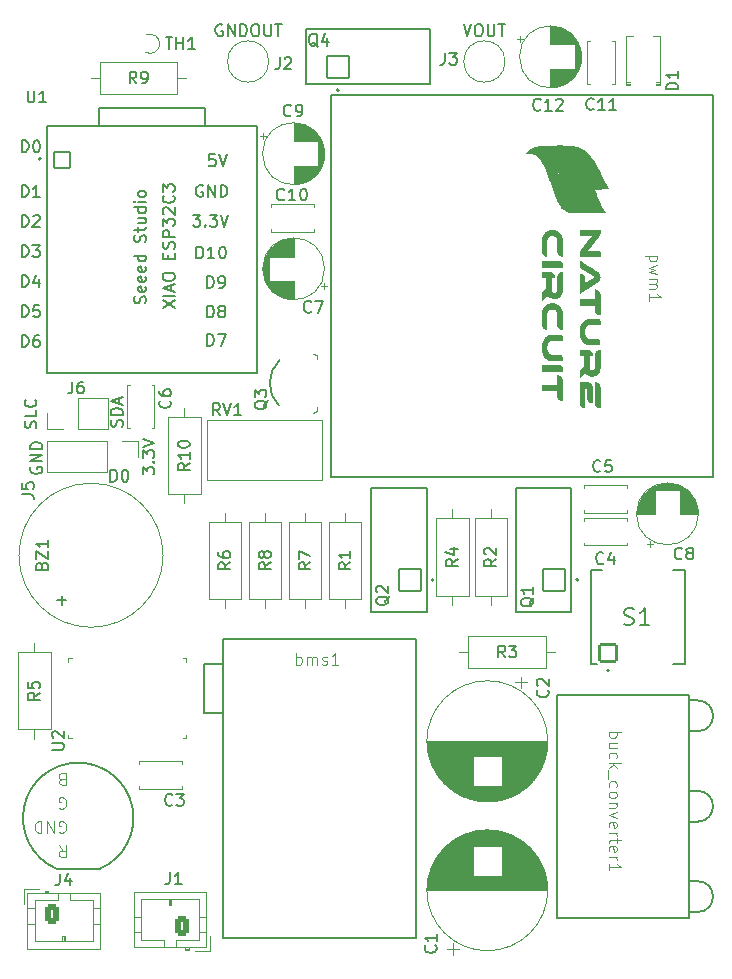
<source format=gto>
G04 #@! TF.GenerationSoftware,KiCad,Pcbnew,8.0.4*
G04 #@! TF.CreationDate,2024-08-08T12:01:06+02:00*
G04 #@! TF.ProjectId,LED-board-PWM,4c45442d-626f-4617-9264-2d50574d2e6b,rev?*
G04 #@! TF.SameCoordinates,Original*
G04 #@! TF.FileFunction,Legend,Top*
G04 #@! TF.FilePolarity,Positive*
%FSLAX46Y46*%
G04 Gerber Fmt 4.6, Leading zero omitted, Abs format (unit mm)*
G04 Created by KiCad (PCBNEW 8.0.4) date 2024-08-08 12:01:06*
%MOMM*%
%LPD*%
G01*
G04 APERTURE LIST*
G04 Aperture macros list*
%AMRoundRect*
0 Rectangle with rounded corners*
0 $1 Rounding radius*
0 $2 $3 $4 $5 $6 $7 $8 $9 X,Y pos of 4 corners*
0 Add a 4 corners polygon primitive as box body*
4,1,4,$2,$3,$4,$5,$6,$7,$8,$9,$2,$3,0*
0 Add four circle primitives for the rounded corners*
1,1,$1+$1,$2,$3*
1,1,$1+$1,$4,$5*
1,1,$1+$1,$6,$7*
1,1,$1+$1,$8,$9*
0 Add four rect primitives between the rounded corners*
20,1,$1+$1,$2,$3,$4,$5,0*
20,1,$1+$1,$4,$5,$6,$7,0*
20,1,$1+$1,$6,$7,$8,$9,0*
20,1,$1+$1,$8,$9,$2,$3,0*%
G04 Aperture macros list end*
%ADD10C,0.000000*%
%ADD11C,0.150000*%
%ADD12C,0.100000*%
%ADD13C,0.120000*%
%ADD14C,0.127000*%
%ADD15C,0.200000*%
%ADD16C,1.600000*%
%ADD17R,1.600000X1.600000*%
%ADD18R,1.524000X1.524000*%
%ADD19C,1.524000*%
%ADD20O,1.600000X1.600000*%
%ADD21RoundRect,0.250000X0.350000X0.625000X-0.350000X0.625000X-0.350000X-0.625000X0.350000X-0.625000X0*%
%ADD22O,1.200000X1.750000*%
%ADD23R,1.800000X1.800000*%
%ADD24C,1.800000*%
%ADD25R,1.397000X1.143000*%
%ADD26O,1.397000X1.143000*%
%ADD27C,3.000000*%
%ADD28RoundRect,0.102000X0.925000X-0.925000X0.925000X0.925000X-0.925000X0.925000X-0.925000X-0.925000X0*%
%ADD29C,2.054000*%
%ADD30C,1.440000*%
%ADD31RoundRect,0.250000X-0.350000X-0.625000X0.350000X-0.625000X0.350000X0.625000X-0.350000X0.625000X0*%
%ADD32R,2.000000X2.000000*%
%ADD33C,2.000000*%
%ADD34C,1.400000*%
%ADD35O,1.400000X1.400000*%
%ADD36R,1.700000X1.700000*%
%ADD37O,1.700000X1.700000*%
%ADD38R,1.500000X1.000000*%
%ADD39O,1.500000X1.000000*%
%ADD40RoundRect,0.102000X-0.679000X-0.679000X0.679000X-0.679000X0.679000X0.679000X-0.679000X0.679000X0*%
%ADD41C,1.562000*%
%ADD42RoundRect,0.102000X-0.925000X-0.925000X0.925000X-0.925000X0.925000X0.925000X-0.925000X0.925000X0*%
%ADD43RoundRect,0.102000X-0.704000X-0.704000X0.704000X-0.704000X0.704000X0.704000X-0.704000X0.704000X0*%
%ADD44C,1.612000*%
G04 APERTURE END LIST*
D10*
G36*
X146896201Y-55311650D02*
G01*
X147076395Y-55318163D01*
X147255398Y-55330434D01*
X147432769Y-55349733D01*
X147608069Y-55377332D01*
X147780858Y-55414500D01*
X147950696Y-55462509D01*
X148117143Y-55522628D01*
X148279758Y-55596128D01*
X148438103Y-55684280D01*
X148515536Y-55734248D01*
X148591736Y-55788354D01*
X148652500Y-55835674D01*
X148712247Y-55886390D01*
X148828733Y-55997296D01*
X148941291Y-56119642D01*
X149050014Y-56251994D01*
X149154999Y-56392921D01*
X149256341Y-56540990D01*
X149354135Y-56694769D01*
X149448476Y-56852826D01*
X149539460Y-57013729D01*
X149627181Y-57176045D01*
X149793219Y-57499188D01*
X150090338Y-58099417D01*
X150589868Y-59015173D01*
X150115735Y-59015173D01*
X149709332Y-59047687D01*
X148422400Y-59047687D01*
X148230626Y-59048036D01*
X148044036Y-59046227D01*
X147952498Y-59043173D01*
X147862033Y-59037972D01*
X147772566Y-59030088D01*
X147684022Y-59018986D01*
X147596328Y-59004129D01*
X147509409Y-58984982D01*
X147423190Y-58961009D01*
X147337598Y-58931674D01*
X147252557Y-58896441D01*
X147167993Y-58854775D01*
X147083832Y-58806140D01*
X147000000Y-58750000D01*
X146948769Y-58711265D01*
X146900361Y-58670691D01*
X146854593Y-58628374D01*
X146811279Y-58584413D01*
X146770235Y-58538903D01*
X146731277Y-58491944D01*
X146694220Y-58443630D01*
X146658879Y-58394061D01*
X146625070Y-58343333D01*
X146592609Y-58291543D01*
X146561310Y-58238789D01*
X146530990Y-58185168D01*
X146472547Y-58075713D01*
X146415802Y-57963956D01*
X146364035Y-57856354D01*
X146313993Y-57745173D01*
X146217406Y-57514619D01*
X146026504Y-57038549D01*
X145925489Y-56803208D01*
X145872125Y-56688438D01*
X145816299Y-56576448D01*
X145757590Y-56467876D01*
X145695582Y-56363357D01*
X145629856Y-56263527D01*
X145559991Y-56169022D01*
X145518381Y-56117506D01*
X145475569Y-56067415D01*
X145431523Y-56018840D01*
X145386207Y-55971870D01*
X145339587Y-55926597D01*
X145291629Y-55883111D01*
X145242300Y-55841503D01*
X145191563Y-55801865D01*
X145139386Y-55764286D01*
X145085734Y-55728858D01*
X145030573Y-55695671D01*
X144973869Y-55664816D01*
X144915587Y-55636384D01*
X144855693Y-55610466D01*
X144794153Y-55587153D01*
X144730932Y-55566534D01*
X144121106Y-55494653D01*
X144228005Y-55461855D01*
X144334047Y-55433479D01*
X144439385Y-55409207D01*
X144544173Y-55388720D01*
X144648565Y-55371702D01*
X144752715Y-55357833D01*
X144856776Y-55346794D01*
X144960901Y-55338269D01*
X145169960Y-55327485D01*
X145381121Y-55322934D01*
X145814667Y-55322348D01*
X146534001Y-55310817D01*
X146896201Y-55311650D01*
G37*
G36*
X146259442Y-74768482D02*
G01*
X146275792Y-74769819D01*
X146292191Y-74772047D01*
X146308639Y-74775167D01*
X146325135Y-74779178D01*
X146341679Y-74784081D01*
X146358272Y-74789875D01*
X146374913Y-74796561D01*
X146391603Y-74804138D01*
X146408341Y-74812606D01*
X146425128Y-74821966D01*
X146441963Y-74832217D01*
X146458847Y-74843359D01*
X146475779Y-74855393D01*
X146492760Y-74868318D01*
X146509790Y-74882135D01*
X146521708Y-74895167D01*
X146532967Y-74907909D01*
X146543567Y-74920360D01*
X146553509Y-74932520D01*
X146562791Y-74944390D01*
X146571415Y-74955969D01*
X146579379Y-74967257D01*
X146586685Y-74978254D01*
X146593332Y-74988961D01*
X146599320Y-74999377D01*
X146604649Y-75009502D01*
X146609319Y-75019337D01*
X146613330Y-75028880D01*
X146616683Y-75038134D01*
X146619376Y-75047096D01*
X146621411Y-75055768D01*
X146626934Y-75071116D01*
X146631720Y-75086154D01*
X146635769Y-75100882D01*
X146637518Y-75108130D01*
X146639082Y-75115300D01*
X146640462Y-75122393D01*
X146641659Y-75129408D01*
X146642671Y-75136345D01*
X146643499Y-75143205D01*
X146644143Y-75149988D01*
X146644603Y-75156693D01*
X146644879Y-75163320D01*
X146644971Y-75169870D01*
X146644971Y-76948367D01*
X146571802Y-76948367D01*
X146555363Y-76947931D01*
X146538915Y-76946623D01*
X146522457Y-76944443D01*
X146505990Y-76941391D01*
X146489513Y-76937467D01*
X146473026Y-76932670D01*
X146456530Y-76927002D01*
X146440024Y-76920462D01*
X146423509Y-76913050D01*
X146406984Y-76904765D01*
X146390449Y-76895609D01*
X146373904Y-76885580D01*
X146357350Y-76874680D01*
X146340786Y-76862907D01*
X146324213Y-76850263D01*
X146307629Y-76836746D01*
X146290658Y-76821936D01*
X146274782Y-76806031D01*
X146260000Y-76789031D01*
X146246314Y-76770936D01*
X146233723Y-76751746D01*
X146222226Y-76731461D01*
X146211824Y-76710081D01*
X146202518Y-76687607D01*
X146194306Y-76664037D01*
X146187189Y-76639373D01*
X146181167Y-76613613D01*
X146176240Y-76586759D01*
X146172407Y-76558810D01*
X146169670Y-76529766D01*
X146168028Y-76499627D01*
X146167480Y-76468393D01*
X146167480Y-76123611D01*
X144866479Y-76123611D01*
X144866479Y-75589069D01*
X146167480Y-75589069D01*
X146167480Y-74768036D01*
X146243139Y-74768036D01*
X146259442Y-74768482D01*
G37*
G36*
X146463634Y-65115849D02*
G01*
X146478957Y-65117521D01*
X146493748Y-65120306D01*
X146500943Y-65122117D01*
X146508005Y-65124206D01*
X146514934Y-65126574D01*
X146521730Y-65129220D01*
X146528392Y-65132145D01*
X146534921Y-65135349D01*
X146541317Y-65138831D01*
X146547580Y-65142591D01*
X146553710Y-65146630D01*
X146559706Y-65150948D01*
X146565569Y-65155545D01*
X146571299Y-65160419D01*
X146582359Y-65171005D01*
X146592887Y-65182705D01*
X146602881Y-65195519D01*
X146612343Y-65209448D01*
X146621271Y-65224490D01*
X146629667Y-65240648D01*
X146637530Y-65257919D01*
X146639275Y-65265011D01*
X146640786Y-65272026D01*
X146642065Y-65278964D01*
X146643111Y-65285824D01*
X146643925Y-65292606D01*
X146644506Y-65299311D01*
X146644854Y-65305938D01*
X146644971Y-65312488D01*
X146644971Y-65644870D01*
X144866479Y-65644870D01*
X144866479Y-65115292D01*
X146447778Y-65115292D01*
X146463634Y-65115849D01*
G37*
G36*
X149844507Y-62755124D02*
G01*
X149843998Y-62774304D01*
X149842472Y-62793397D01*
X149839928Y-62812403D01*
X149836368Y-62831321D01*
X149831789Y-62850153D01*
X149826194Y-62868897D01*
X149819581Y-62887554D01*
X149811951Y-62906124D01*
X149803303Y-62924606D01*
X149793638Y-62943001D01*
X149782955Y-62961309D01*
X149771255Y-62979530D01*
X149758538Y-62997664D01*
X149744803Y-63015710D01*
X149730051Y-63033669D01*
X149714282Y-63051541D01*
X148775427Y-64208679D01*
X149639868Y-64208679D01*
X149656771Y-64209246D01*
X149673064Y-64210946D01*
X149688746Y-64213781D01*
X149703818Y-64217749D01*
X149711125Y-64220158D01*
X149718279Y-64222850D01*
X149725281Y-64225826D01*
X149732130Y-64229085D01*
X149738826Y-64232628D01*
X149745370Y-64236454D01*
X149751761Y-64240564D01*
X149758000Y-64244957D01*
X149764086Y-64249633D01*
X149770020Y-64254593D01*
X149781429Y-64265362D01*
X149792227Y-64277266D01*
X149802416Y-64290303D01*
X149811994Y-64304473D01*
X149820962Y-64319778D01*
X149829319Y-64336216D01*
X149837066Y-64353787D01*
X149838811Y-64360879D01*
X149840322Y-64367894D01*
X149841601Y-64374832D01*
X149842647Y-64381692D01*
X149843461Y-64388475D01*
X149844042Y-64395180D01*
X149844390Y-64401808D01*
X149844507Y-64408359D01*
X149844507Y-64740741D01*
X148066009Y-64740741D01*
X148066009Y-64436883D01*
X148066586Y-64417190D01*
X148068315Y-64397486D01*
X148071198Y-64377773D01*
X148075233Y-64358050D01*
X148080422Y-64338318D01*
X148086764Y-64318576D01*
X148094258Y-64298824D01*
X148102906Y-64279063D01*
X148112707Y-64259292D01*
X148123660Y-64239511D01*
X148135767Y-64219720D01*
X148149027Y-64199920D01*
X148163440Y-64180111D01*
X148179007Y-64160291D01*
X148195726Y-64140462D01*
X148213598Y-64120624D01*
X148217560Y-64115733D01*
X148228178Y-64102324D01*
X148269409Y-64049930D01*
X148435602Y-63841571D01*
X148561794Y-63684061D01*
X148717132Y-63489343D01*
X148902857Y-63256800D01*
X149120209Y-62985809D01*
X149120209Y-62983331D01*
X148066009Y-62983331D01*
X148066009Y-62451269D01*
X149844507Y-62451266D01*
X149844507Y-62755124D01*
G37*
G36*
X149636179Y-69993754D02*
G01*
X149653009Y-69995614D01*
X149661213Y-69997009D01*
X149669277Y-69998714D01*
X149677200Y-70000730D01*
X149684983Y-70003055D01*
X149692625Y-70005690D01*
X149700127Y-70008636D01*
X149707488Y-70011891D01*
X149714709Y-70015457D01*
X149721789Y-70019333D01*
X149728729Y-70023518D01*
X149735528Y-70028014D01*
X149742187Y-70032820D01*
X149755084Y-70043362D01*
X149767418Y-70055144D01*
X149779191Y-70068166D01*
X149790401Y-70082429D01*
X149801050Y-70097932D01*
X149811137Y-70114675D01*
X149820663Y-70132659D01*
X149829626Y-70151883D01*
X149830677Y-70155317D01*
X149831660Y-70158801D01*
X149832575Y-70162332D01*
X149833422Y-70165912D01*
X149834913Y-70173218D01*
X149836133Y-70180717D01*
X149837081Y-70188410D01*
X149837758Y-70196297D01*
X149838164Y-70204378D01*
X149838299Y-70212652D01*
X149838299Y-70511551D01*
X148952771Y-70511551D01*
X148933780Y-70511919D01*
X148915254Y-70513023D01*
X148897193Y-70514864D01*
X148888337Y-70516060D01*
X148879597Y-70517441D01*
X148870974Y-70519005D01*
X148862467Y-70520754D01*
X148854076Y-70522687D01*
X148845802Y-70524804D01*
X148837644Y-70527105D01*
X148829602Y-70529590D01*
X148821676Y-70532260D01*
X148813867Y-70535113D01*
X148806173Y-70538277D01*
X148798595Y-70541567D01*
X148791134Y-70544983D01*
X148783789Y-70548524D01*
X148776561Y-70552192D01*
X148769449Y-70555985D01*
X148762453Y-70559905D01*
X148755574Y-70563950D01*
X148748811Y-70568122D01*
X148742164Y-70572419D01*
X148735633Y-70576842D01*
X148729219Y-70581392D01*
X148722921Y-70586067D01*
X148716739Y-70590868D01*
X148710673Y-70595795D01*
X148704724Y-70600848D01*
X148698881Y-70606172D01*
X148693135Y-70611603D01*
X148687486Y-70617140D01*
X148681934Y-70622784D01*
X148676479Y-70628534D01*
X148671121Y-70634391D01*
X148665860Y-70640355D01*
X148660695Y-70646425D01*
X148655628Y-70652602D01*
X148650658Y-70658886D01*
X148645784Y-70665276D01*
X148641008Y-70671772D01*
X148636328Y-70678376D01*
X148631745Y-70685086D01*
X148627259Y-70691902D01*
X148622870Y-70698825D01*
X148614672Y-70713185D01*
X148606823Y-70727738D01*
X148599323Y-70742485D01*
X148592172Y-70757426D01*
X148585370Y-70772561D01*
X148578918Y-70787889D01*
X148572814Y-70803412D01*
X148567059Y-70819128D01*
X148561963Y-70835310D01*
X148557215Y-70851608D01*
X148552816Y-70868022D01*
X148548766Y-70884552D01*
X148545065Y-70901198D01*
X148541712Y-70917961D01*
X148538709Y-70934839D01*
X148536053Y-70951834D01*
X148533728Y-70968848D01*
X148531712Y-70985785D01*
X148530008Y-71002645D01*
X148528613Y-71019427D01*
X148527529Y-71036131D01*
X148526754Y-71052758D01*
X148526290Y-71069307D01*
X148526135Y-71085779D01*
X148526702Y-71119154D01*
X148528402Y-71151996D01*
X148531237Y-71184305D01*
X148535205Y-71216081D01*
X148540306Y-71247325D01*
X148546541Y-71278035D01*
X148553910Y-71308212D01*
X148562413Y-71337857D01*
X148572049Y-71366968D01*
X148582819Y-71395547D01*
X148594723Y-71423593D01*
X148607760Y-71451105D01*
X148621931Y-71478086D01*
X148637236Y-71504533D01*
X148653674Y-71530447D01*
X148671246Y-71555829D01*
X148686236Y-71572649D01*
X148701439Y-71588384D01*
X148716854Y-71603034D01*
X148732484Y-71616599D01*
X148748326Y-71629079D01*
X148764381Y-71640473D01*
X148780650Y-71650783D01*
X148797131Y-71660007D01*
X148813826Y-71668146D01*
X148830734Y-71675199D01*
X148847855Y-71681168D01*
X148865189Y-71686051D01*
X148882737Y-71689849D01*
X148900497Y-71692562D01*
X148918471Y-71694190D01*
X148936658Y-71694733D01*
X149550574Y-71694733D01*
X149569418Y-71694999D01*
X149587508Y-71695798D01*
X149604841Y-71697131D01*
X149621419Y-71698996D01*
X149637242Y-71701394D01*
X149652308Y-71704325D01*
X149666619Y-71707789D01*
X149680175Y-71711786D01*
X149692975Y-71716316D01*
X149705019Y-71721379D01*
X149716307Y-71726974D01*
X149726840Y-71733103D01*
X149736617Y-71739764D01*
X149745638Y-71746958D01*
X149753904Y-71754685D01*
X149761413Y-71762945D01*
X149769673Y-71771594D01*
X149777400Y-71780484D01*
X149784594Y-71789616D01*
X149791255Y-71798991D01*
X149797383Y-71808608D01*
X149802979Y-71818467D01*
X149808042Y-71828568D01*
X149812572Y-71838911D01*
X149816569Y-71849497D01*
X149820033Y-71860325D01*
X149822964Y-71871395D01*
X149825362Y-71882707D01*
X149827228Y-71894261D01*
X149828560Y-71906058D01*
X149829360Y-71918096D01*
X149829626Y-71930377D01*
X149829626Y-72224313D01*
X148904407Y-72224313D01*
X148855355Y-72222870D01*
X148807417Y-72218538D01*
X148760594Y-72211320D01*
X148714884Y-72201214D01*
X148670289Y-72188221D01*
X148626809Y-72172340D01*
X148584442Y-72153572D01*
X148543190Y-72131916D01*
X148503052Y-72107373D01*
X148464028Y-72079942D01*
X148426118Y-72049625D01*
X148389323Y-72016419D01*
X148353642Y-71980327D01*
X148319075Y-71941347D01*
X148285622Y-71899479D01*
X148253284Y-71854724D01*
X148229856Y-71814368D01*
X148207939Y-71773605D01*
X148187534Y-71732435D01*
X148168640Y-71690858D01*
X148151257Y-71648874D01*
X148135386Y-71606483D01*
X148121027Y-71563685D01*
X148108179Y-71520481D01*
X148096842Y-71476869D01*
X148087017Y-71432850D01*
X148078703Y-71388425D01*
X148071901Y-71343592D01*
X148066610Y-71298353D01*
X148062831Y-71252707D01*
X148060564Y-71206653D01*
X148059808Y-71160193D01*
X148059808Y-71096942D01*
X148060763Y-71042851D01*
X148063626Y-70989409D01*
X148068398Y-70936617D01*
X148075079Y-70884474D01*
X148083669Y-70832980D01*
X148094168Y-70782135D01*
X148106575Y-70731940D01*
X148120891Y-70682393D01*
X148137117Y-70633496D01*
X148155250Y-70585248D01*
X148175293Y-70537649D01*
X148197245Y-70490700D01*
X148221105Y-70444399D01*
X148246874Y-70398748D01*
X148274552Y-70353746D01*
X148304138Y-70309393D01*
X148336413Y-70271096D01*
X148369366Y-70235270D01*
X148402998Y-70201914D01*
X148437307Y-70171030D01*
X148472295Y-70142616D01*
X148507961Y-70116672D01*
X148544306Y-70093200D01*
X148581328Y-70072198D01*
X148619029Y-70053668D01*
X148657409Y-70037607D01*
X148696466Y-70024018D01*
X148736202Y-70012900D01*
X148776616Y-70004252D01*
X148817709Y-69998075D01*
X148859479Y-69994369D01*
X148901929Y-69993133D01*
X149618786Y-69993133D01*
X149636179Y-69993754D01*
G37*
G36*
X149838306Y-74170242D02*
G01*
X149837550Y-74208031D01*
X149835282Y-74245122D01*
X149833581Y-74263405D01*
X149831503Y-74281515D01*
X149829046Y-74299449D01*
X149826212Y-74317210D01*
X149823000Y-74334796D01*
X149819410Y-74352208D01*
X149815442Y-74369445D01*
X149811096Y-74386508D01*
X149806373Y-74403396D01*
X149801271Y-74420110D01*
X149795792Y-74436650D01*
X149789935Y-74453015D01*
X149783725Y-74469308D01*
X149777184Y-74485319D01*
X149770315Y-74501050D01*
X149763116Y-74516499D01*
X149755587Y-74531668D01*
X149747730Y-74546556D01*
X149739542Y-74561162D01*
X149731026Y-74575488D01*
X149722179Y-74589532D01*
X149713004Y-74603296D01*
X149703499Y-74616779D01*
X149693664Y-74629980D01*
X149683500Y-74642901D01*
X149673007Y-74655541D01*
X149662184Y-74667900D01*
X149651031Y-74679977D01*
X149639559Y-74691905D01*
X149627777Y-74703503D01*
X149615685Y-74714772D01*
X149603282Y-74725711D01*
X149590570Y-74736321D01*
X149577547Y-74746602D01*
X149564214Y-74756553D01*
X149550571Y-74766174D01*
X149536618Y-74775466D01*
X149522355Y-74784429D01*
X149507782Y-74793062D01*
X149492899Y-74801366D01*
X149477706Y-74809340D01*
X149462203Y-74816985D01*
X149446390Y-74824301D01*
X149430267Y-74831287D01*
X149413863Y-74837895D01*
X149397207Y-74844076D01*
X149380299Y-74849832D01*
X149363140Y-74855161D01*
X149345728Y-74860064D01*
X149328064Y-74864541D01*
X149310149Y-74868591D01*
X149291981Y-74872215D01*
X149273562Y-74875412D01*
X149254891Y-74878184D01*
X149235968Y-74880529D01*
X149216793Y-74882447D01*
X149197366Y-74883939D01*
X149177687Y-74885005D01*
X149157756Y-74885645D01*
X149137573Y-74885858D01*
X149091873Y-74884652D01*
X149047481Y-74881033D01*
X149004397Y-74875001D01*
X148962621Y-74866557D01*
X148922154Y-74855699D01*
X148882994Y-74842430D01*
X148845143Y-74826747D01*
X148808600Y-74808652D01*
X148773364Y-74788145D01*
X148739437Y-74765225D01*
X148706818Y-74739892D01*
X148675507Y-74712146D01*
X148645504Y-74681988D01*
X148616809Y-74649417D01*
X148589421Y-74614434D01*
X148563342Y-74577038D01*
X148563342Y-74574560D01*
X148560870Y-74574560D01*
X148062298Y-75054532D01*
X148059820Y-75054532D01*
X148059820Y-74351318D01*
X148451739Y-73969327D01*
X148451739Y-73128448D01*
X148061066Y-73128448D01*
X148061066Y-72596387D01*
X148739459Y-72596384D01*
X148754855Y-72596747D01*
X148770348Y-72597837D01*
X148785938Y-72599654D01*
X148801625Y-72602197D01*
X148817409Y-72605467D01*
X148833290Y-72609464D01*
X148849268Y-72614188D01*
X148865343Y-72619638D01*
X148881514Y-72625815D01*
X148897782Y-72632719D01*
X148914147Y-72640349D01*
X148930609Y-72648706D01*
X148947168Y-72657790D01*
X148963823Y-72667600D01*
X148980575Y-72678137D01*
X148997424Y-72689401D01*
X149020703Y-72708261D01*
X149042481Y-72727945D01*
X149062756Y-72748453D01*
X149081529Y-72769784D01*
X149098801Y-72791939D01*
X149114570Y-72814917D01*
X149128837Y-72838719D01*
X149141603Y-72863344D01*
X149152867Y-72888793D01*
X149162628Y-72915066D01*
X149170888Y-72942162D01*
X149177646Y-72970082D01*
X149182903Y-72998825D01*
X149186657Y-73028392D01*
X149188910Y-73058782D01*
X149189660Y-73089996D01*
X149189660Y-73128445D01*
X148929211Y-73128445D01*
X148929211Y-74137994D01*
X148929410Y-74149937D01*
X148930006Y-74161578D01*
X148930999Y-74172920D01*
X148932389Y-74183961D01*
X148934177Y-74194702D01*
X148936362Y-74205142D01*
X148938944Y-74215282D01*
X148941924Y-74225122D01*
X148945301Y-74234661D01*
X148949075Y-74243900D01*
X148953247Y-74252838D01*
X148957816Y-74261476D01*
X148962782Y-74269814D01*
X148968146Y-74277851D01*
X148973907Y-74285587D01*
X148980066Y-74293024D01*
X148986751Y-74300082D01*
X148993785Y-74306686D01*
X149001167Y-74312834D01*
X149008899Y-74318526D01*
X149016980Y-74323763D01*
X149025409Y-74328545D01*
X149034188Y-74332871D01*
X149043315Y-74336742D01*
X149052791Y-74340158D01*
X149062616Y-74343118D01*
X149072790Y-74345623D01*
X149083313Y-74347672D01*
X149094185Y-74349266D01*
X149105406Y-74350404D01*
X149116975Y-74351088D01*
X149128894Y-74351315D01*
X149163617Y-74351315D01*
X149181363Y-74350787D01*
X149198325Y-74349203D01*
X149214501Y-74346563D01*
X149229893Y-74342866D01*
X149244500Y-74338113D01*
X149258322Y-74332305D01*
X149264938Y-74329004D01*
X149271359Y-74325440D01*
X149277583Y-74321611D01*
X149283611Y-74317519D01*
X149289443Y-74313162D01*
X149295079Y-74308542D01*
X149300518Y-74303657D01*
X149305761Y-74298509D01*
X149310808Y-74293096D01*
X149315659Y-74287419D01*
X149324772Y-74275274D01*
X149333100Y-74262072D01*
X149340643Y-74247815D01*
X149347401Y-74232501D01*
X149353375Y-74216132D01*
X149354276Y-74213748D01*
X149355119Y-74211248D01*
X149355904Y-74208632D01*
X149356631Y-74205899D01*
X149357300Y-74203051D01*
X149357910Y-74200086D01*
X149358462Y-74197004D01*
X149358956Y-74193807D01*
X149359392Y-74190493D01*
X149359770Y-74187063D01*
X149360089Y-74183516D01*
X149360351Y-74179854D01*
X149360554Y-74176075D01*
X149360699Y-74172180D01*
X149360786Y-74168169D01*
X149360815Y-74164041D01*
X149360815Y-73128445D01*
X149361120Y-73102221D01*
X149362036Y-73076878D01*
X149363562Y-73052417D01*
X149365699Y-73028838D01*
X149368445Y-73006141D01*
X149371803Y-72984325D01*
X149375771Y-72963392D01*
X149380349Y-72943339D01*
X149385538Y-72924169D01*
X149391337Y-72905881D01*
X149397746Y-72888474D01*
X149404767Y-72871949D01*
X149412397Y-72856306D01*
X149420638Y-72841544D01*
X149429490Y-72827665D01*
X149438952Y-72814667D01*
X149446276Y-72802981D01*
X149453988Y-72791489D01*
X149462087Y-72780191D01*
X149470575Y-72769087D01*
X149479450Y-72758176D01*
X149488714Y-72747460D01*
X149498365Y-72736937D01*
X149508404Y-72726608D01*
X149519082Y-72716841D01*
X149530031Y-72707384D01*
X149541252Y-72698238D01*
X149552743Y-72689401D01*
X149564506Y-72680875D01*
X149576540Y-72672658D01*
X149588845Y-72664752D01*
X149601422Y-72657156D01*
X149614559Y-72650218D01*
X149627930Y-72643668D01*
X149641533Y-72637506D01*
X149655369Y-72631731D01*
X149669438Y-72626344D01*
X149683740Y-72621344D01*
X149698275Y-72616731D01*
X149713043Y-72612506D01*
X149728294Y-72608727D01*
X149743662Y-72605452D01*
X149759145Y-72602681D01*
X149774745Y-72600414D01*
X149790461Y-72598651D01*
X149806293Y-72597391D01*
X149822241Y-72596635D01*
X149838306Y-72596384D01*
X149838306Y-74170242D01*
G37*
G36*
X146442844Y-71325763D02*
G01*
X146459674Y-71327624D01*
X146467878Y-71329019D01*
X146475942Y-71330724D01*
X146483866Y-71332740D01*
X146491649Y-71335065D01*
X146499291Y-71337701D01*
X146506793Y-71340646D01*
X146514155Y-71343902D01*
X146521376Y-71347468D01*
X146528456Y-71351343D01*
X146535396Y-71355529D01*
X146542196Y-71360025D01*
X146548855Y-71364831D01*
X146561751Y-71375373D01*
X146574086Y-71387155D01*
X146585858Y-71400178D01*
X146597069Y-71414440D01*
X146607718Y-71429943D01*
X146617804Y-71446686D01*
X146627329Y-71464669D01*
X146636291Y-71483893D01*
X146637342Y-71487328D01*
X146638325Y-71490811D01*
X146639240Y-71494343D01*
X146640088Y-71497924D01*
X146641578Y-71505230D01*
X146642798Y-71512730D01*
X146643746Y-71520423D01*
X146644423Y-71528310D01*
X146644829Y-71536391D01*
X146644964Y-71544665D01*
X146644964Y-71843561D01*
X145759442Y-71843561D01*
X145740451Y-71843929D01*
X145721925Y-71845033D01*
X145703864Y-71846874D01*
X145695008Y-71848070D01*
X145686268Y-71849451D01*
X145677644Y-71851016D01*
X145669137Y-71852765D01*
X145660745Y-71854698D01*
X145652470Y-71856815D01*
X145644311Y-71859117D01*
X145636269Y-71861602D01*
X145628342Y-71864272D01*
X145620532Y-71867126D01*
X145612839Y-71870290D01*
X145605262Y-71873580D01*
X145597802Y-71876995D01*
X145590457Y-71880537D01*
X145583229Y-71884204D01*
X145576117Y-71887997D01*
X145569121Y-71891917D01*
X145562242Y-71895962D01*
X145555479Y-71900133D01*
X145548832Y-71904430D01*
X145542302Y-71908853D01*
X145535888Y-71913402D01*
X145529590Y-71918077D01*
X145523409Y-71922878D01*
X145517344Y-71927805D01*
X145511395Y-71932858D01*
X145505552Y-71938183D01*
X145499806Y-71943614D01*
X145494157Y-71949151D01*
X145488604Y-71954795D01*
X145483149Y-71960546D01*
X145477790Y-71966403D01*
X145472528Y-71972367D01*
X145467364Y-71978438D01*
X145462296Y-71984615D01*
X145457325Y-71990898D01*
X145452451Y-71997288D01*
X145447674Y-72003785D01*
X145442993Y-72010389D01*
X145438410Y-72017098D01*
X145433924Y-72023915D01*
X145429535Y-72030838D01*
X145421339Y-72045198D01*
X145413491Y-72059751D01*
X145405992Y-72074498D01*
X145398842Y-72089439D01*
X145392040Y-72104574D01*
X145385586Y-72119902D01*
X145379481Y-72135425D01*
X145373724Y-72151141D01*
X145368628Y-72167322D01*
X145363880Y-72183619D01*
X145359481Y-72200032D01*
X145355431Y-72216562D01*
X145351730Y-72233208D01*
X145348378Y-72249971D01*
X145345374Y-72266849D01*
X145342718Y-72283844D01*
X145340395Y-72300859D01*
X145338381Y-72317796D01*
X145336677Y-72334656D01*
X145335284Y-72351438D01*
X145334200Y-72368143D01*
X145333425Y-72384770D01*
X145332961Y-72401319D01*
X145332806Y-72417792D01*
X145333373Y-72451166D01*
X145335074Y-72484008D01*
X145337908Y-72516317D01*
X145341876Y-72548093D01*
X145346977Y-72579336D01*
X145353212Y-72610046D01*
X145360581Y-72640224D01*
X145369083Y-72669868D01*
X145378719Y-72698980D01*
X145389489Y-72727558D01*
X145401392Y-72755604D01*
X145414429Y-72783117D01*
X145428599Y-72810097D01*
X145443903Y-72836544D01*
X145460340Y-72862458D01*
X145477911Y-72887839D01*
X145492901Y-72904660D01*
X145508104Y-72920395D01*
X145523519Y-72935046D01*
X145539149Y-72948611D01*
X145554991Y-72961091D01*
X145571046Y-72972485D01*
X145587315Y-72982795D01*
X145603796Y-72992019D01*
X145620491Y-73000158D01*
X145637399Y-73007212D01*
X145654520Y-73013181D01*
X145671854Y-73018064D01*
X145689402Y-73021862D01*
X145707162Y-73024575D01*
X145725136Y-73026203D01*
X145743323Y-73026746D01*
X146357239Y-73026746D01*
X146376085Y-73027012D01*
X146394175Y-73027811D01*
X146411509Y-73029144D01*
X146428088Y-73031009D01*
X146443911Y-73033407D01*
X146458978Y-73036338D01*
X146473289Y-73039802D01*
X146486844Y-73043799D01*
X146499644Y-73048329D01*
X146511688Y-73053392D01*
X146522976Y-73058987D01*
X146533508Y-73065116D01*
X146543285Y-73071777D01*
X146552305Y-73078971D01*
X146560570Y-73086698D01*
X146568078Y-73094958D01*
X146576339Y-73103606D01*
X146584066Y-73112496D01*
X146591261Y-73121628D01*
X146597922Y-73131002D01*
X146604051Y-73140619D01*
X146609647Y-73150478D01*
X146614709Y-73160579D01*
X146619239Y-73170922D01*
X146623236Y-73181508D01*
X146626699Y-73192335D01*
X146629630Y-73203406D01*
X146632028Y-73214718D01*
X146633893Y-73226273D01*
X146635226Y-73238069D01*
X146636025Y-73250109D01*
X146636291Y-73262390D01*
X146636291Y-73556326D01*
X145711078Y-73556326D01*
X145662026Y-73554882D01*
X145614088Y-73550551D01*
X145567265Y-73543333D01*
X145521556Y-73533227D01*
X145476961Y-73520234D01*
X145433480Y-73504353D01*
X145391113Y-73485585D01*
X145349861Y-73463929D01*
X145309723Y-73439386D01*
X145270699Y-73411955D01*
X145232789Y-73381638D01*
X145195994Y-73348432D01*
X145160313Y-73312340D01*
X145125746Y-73273359D01*
X145092293Y-73231492D01*
X145059955Y-73186737D01*
X145036526Y-73146381D01*
X145014608Y-73105618D01*
X144994203Y-73064448D01*
X144975308Y-73022871D01*
X144957926Y-72980887D01*
X144942055Y-72938496D01*
X144927695Y-72895698D01*
X144914847Y-72852494D01*
X144903511Y-72808882D01*
X144893686Y-72764863D01*
X144885373Y-72720438D01*
X144878571Y-72675605D01*
X144873281Y-72630366D01*
X144869502Y-72584719D01*
X144867235Y-72538666D01*
X144866479Y-72492206D01*
X144866479Y-72428952D01*
X144866862Y-72394625D01*
X144868009Y-72360558D01*
X144869921Y-72326750D01*
X144872599Y-72293203D01*
X144876043Y-72259916D01*
X144880253Y-72226888D01*
X144885229Y-72194122D01*
X144890973Y-72161615D01*
X144898026Y-72126828D01*
X144905971Y-72092344D01*
X144914808Y-72058163D01*
X144924536Y-72024285D01*
X144935155Y-71990711D01*
X144946666Y-71957440D01*
X144959069Y-71924472D01*
X144972362Y-71891807D01*
X144986548Y-71859445D01*
X145001624Y-71827387D01*
X145017592Y-71795631D01*
X145034452Y-71764179D01*
X145052202Y-71733030D01*
X145070845Y-71702185D01*
X145090378Y-71671642D01*
X145110803Y-71641403D01*
X145143078Y-71603106D01*
X145176032Y-71567280D01*
X145209663Y-71533924D01*
X145243973Y-71503039D01*
X145278961Y-71474626D01*
X145314628Y-71448682D01*
X145350973Y-71425210D01*
X145387996Y-71404208D01*
X145425697Y-71385677D01*
X145464076Y-71369617D01*
X145503134Y-71356028D01*
X145542870Y-71344910D01*
X145583283Y-71336262D01*
X145624375Y-71330085D01*
X145666145Y-71326379D01*
X145708594Y-71325143D01*
X146425451Y-71325143D01*
X146442844Y-71325763D01*
G37*
G36*
X148098257Y-65074363D02*
G01*
X148155310Y-65110330D01*
X148321496Y-65213269D01*
X148542261Y-65349695D01*
X148803949Y-65509686D01*
X149087964Y-65685800D01*
X149379419Y-65865634D01*
X149447323Y-65906871D01*
X149507165Y-65943768D01*
X149534759Y-65960821D01*
X149560494Y-65977254D01*
X149584369Y-65993067D01*
X149606384Y-66008261D01*
X149616711Y-66015624D01*
X149626613Y-66022833D01*
X149636088Y-66029886D01*
X149645138Y-66036785D01*
X149653761Y-66043528D01*
X149661959Y-66050117D01*
X149669730Y-66056551D01*
X149677075Y-66062830D01*
X149684303Y-66069322D01*
X149691104Y-66075775D01*
X149697480Y-66082190D01*
X149700507Y-66085382D01*
X149703428Y-66088565D01*
X149706243Y-66091739D01*
X149708951Y-66094902D01*
X149711553Y-66098056D01*
X149714047Y-66101201D01*
X149716436Y-66104335D01*
X149718718Y-66107460D01*
X149720893Y-66110575D01*
X149722961Y-66113681D01*
X149730723Y-66123922D01*
X149738193Y-66134183D01*
X149745373Y-66144463D01*
X149752263Y-66154763D01*
X149758861Y-66165082D01*
X149765169Y-66175420D01*
X149771187Y-66185778D01*
X149776913Y-66196155D01*
X149782349Y-66206552D01*
X149787494Y-66216968D01*
X149792349Y-66227403D01*
X149796913Y-66237858D01*
X149801186Y-66248332D01*
X149805169Y-66258826D01*
X149808861Y-66269338D01*
X149812262Y-66279871D01*
X149818366Y-66301575D01*
X149823657Y-66323900D01*
X149828133Y-66346844D01*
X149831795Y-66370408D01*
X149834644Y-66394593D01*
X149836678Y-66419397D01*
X149837899Y-66444822D01*
X149838306Y-66470868D01*
X149838155Y-66482054D01*
X149837705Y-66493289D01*
X149836954Y-66504572D01*
X149835902Y-66515903D01*
X149834551Y-66527283D01*
X149832898Y-66538712D01*
X149830946Y-66550188D01*
X149828693Y-66561714D01*
X149826140Y-66573287D01*
X149823287Y-66584910D01*
X149820133Y-66596580D01*
X149816679Y-66608300D01*
X149812924Y-66620067D01*
X149808870Y-66631883D01*
X149804515Y-66643748D01*
X149799859Y-66655661D01*
X149794825Y-66667603D01*
X149789336Y-66679555D01*
X149783391Y-66691517D01*
X149776991Y-66703488D01*
X149770135Y-66715469D01*
X149762824Y-66727460D01*
X149755058Y-66739460D01*
X149746837Y-66751470D01*
X149738160Y-66763490D01*
X149729028Y-66775519D01*
X149719440Y-66787558D01*
X149709397Y-66799607D01*
X149698899Y-66811665D01*
X149687946Y-66823733D01*
X149676537Y-66835810D01*
X149664673Y-66847897D01*
X149651011Y-66860145D01*
X149637930Y-66871463D01*
X149625431Y-66881850D01*
X149613513Y-66891307D01*
X149602176Y-66899834D01*
X149591421Y-66907431D01*
X149581248Y-66914097D01*
X149571655Y-66919833D01*
X148059808Y-67852487D01*
X148059808Y-66154608D01*
X148155310Y-66153366D01*
X148164427Y-66153482D01*
X148173486Y-66153831D01*
X148182487Y-66154412D01*
X148191430Y-66155225D01*
X148200315Y-66156271D01*
X148209141Y-66157550D01*
X148217910Y-66159061D01*
X148226620Y-66160805D01*
X148235273Y-66162781D01*
X148243867Y-66164991D01*
X148252403Y-66167432D01*
X148260882Y-66170107D01*
X148269302Y-66173014D01*
X148277664Y-66176154D01*
X148285968Y-66179527D01*
X148294214Y-66183133D01*
X148302522Y-66187100D01*
X148310705Y-66191252D01*
X148318761Y-66195588D01*
X148326692Y-66200108D01*
X148334497Y-66204812D01*
X148342176Y-66209700D01*
X148349728Y-66214773D01*
X148357155Y-66220029D01*
X148364456Y-66225470D01*
X148371631Y-66231094D01*
X148378681Y-66236903D01*
X148385604Y-66242896D01*
X148392401Y-66249074D01*
X148399072Y-66255435D01*
X148405617Y-66261981D01*
X148412036Y-66268710D01*
X148418460Y-66275609D01*
X148424710Y-66282663D01*
X148430786Y-66289871D01*
X148436687Y-66297235D01*
X148442413Y-66304754D01*
X148447965Y-66312428D01*
X148453343Y-66320257D01*
X148458546Y-66328240D01*
X148463574Y-66336379D01*
X148468428Y-66344673D01*
X148473108Y-66353122D01*
X148477613Y-66361726D01*
X148481944Y-66370485D01*
X148486100Y-66379399D01*
X148490083Y-66388469D01*
X148493890Y-66397693D01*
X148497645Y-66407203D01*
X148501158Y-66416820D01*
X148504428Y-66426543D01*
X148507456Y-66436373D01*
X148510242Y-66446309D01*
X148512785Y-66456352D01*
X148515086Y-66466502D01*
X148517145Y-66476758D01*
X148518962Y-66487120D01*
X148520536Y-66497590D01*
X148521869Y-66508166D01*
X148522959Y-66518848D01*
X148523806Y-66529637D01*
X148524412Y-66540533D01*
X148524775Y-66551535D01*
X148524896Y-66562643D01*
X148524896Y-66957040D01*
X149344690Y-66452264D01*
X148059808Y-65658514D01*
X148060123Y-65202727D01*
X148061047Y-65050799D01*
X148098257Y-65074363D01*
G37*
G36*
X145561520Y-66017304D02*
G01*
X145577013Y-66018394D01*
X145592604Y-66020210D01*
X145608291Y-66022754D01*
X145624075Y-66026024D01*
X145639956Y-66030021D01*
X145655934Y-66034744D01*
X145672008Y-66040195D01*
X145688180Y-66046372D01*
X145704449Y-66053275D01*
X145720814Y-66060906D01*
X145737277Y-66069263D01*
X145753836Y-66078346D01*
X145770492Y-66088157D01*
X145787245Y-66098694D01*
X145804095Y-66109958D01*
X145827374Y-66128818D01*
X145849150Y-66148502D01*
X145869425Y-66169009D01*
X145888198Y-66190341D01*
X145905469Y-66212495D01*
X145921238Y-66235474D01*
X145935506Y-66259276D01*
X145948272Y-66283901D01*
X145959536Y-66309350D01*
X145969298Y-66335623D01*
X145977558Y-66362720D01*
X145984317Y-66390640D01*
X145989573Y-66419383D01*
X145993328Y-66448951D01*
X145995581Y-66479341D01*
X145996332Y-66510556D01*
X145996332Y-66549002D01*
X145735882Y-66549002D01*
X145735882Y-67558554D01*
X145736081Y-67570496D01*
X145736677Y-67582137D01*
X145737670Y-67593478D01*
X145739060Y-67604519D01*
X145740848Y-67615260D01*
X145743033Y-67625700D01*
X145745615Y-67635840D01*
X145748594Y-67645679D01*
X145751971Y-67655219D01*
X145755745Y-67664458D01*
X145759916Y-67673396D01*
X145764485Y-67682034D01*
X145769450Y-67690372D01*
X145774813Y-67698410D01*
X145780573Y-67706147D01*
X145786731Y-67713583D01*
X145793417Y-67720642D01*
X145800452Y-67727244D01*
X145807835Y-67733392D01*
X145815568Y-67739084D01*
X145823649Y-67744321D01*
X145832079Y-67749102D01*
X145840857Y-67753429D01*
X145849985Y-67757299D01*
X145859461Y-67760715D01*
X145869286Y-67763675D01*
X145879459Y-67766179D01*
X145889982Y-67768229D01*
X145900853Y-67769823D01*
X145912073Y-67770961D01*
X145923641Y-67771644D01*
X145935559Y-67771872D01*
X145970288Y-67771872D01*
X145988033Y-67771344D01*
X146004994Y-67769760D01*
X146021170Y-67767119D01*
X146036561Y-67763423D01*
X146051167Y-67758670D01*
X146064988Y-67752861D01*
X146071605Y-67749561D01*
X146078025Y-67745997D01*
X146084249Y-67742168D01*
X146090277Y-67738076D01*
X146096109Y-67733719D01*
X146101744Y-67729098D01*
X146107183Y-67724214D01*
X146112426Y-67719065D01*
X146117473Y-67713653D01*
X146122324Y-67707976D01*
X146131437Y-67695831D01*
X146139765Y-67682629D01*
X146147308Y-67668372D01*
X146154066Y-67653058D01*
X146160040Y-67636688D01*
X146160941Y-67634305D01*
X146161785Y-67631805D01*
X146162569Y-67629188D01*
X146163296Y-67626456D01*
X146163965Y-67623607D01*
X146164575Y-67620642D01*
X146165127Y-67617561D01*
X146165621Y-67614363D01*
X146166057Y-67611050D01*
X146166435Y-67607619D01*
X146166754Y-67604073D01*
X146167016Y-67600411D01*
X146167219Y-67596632D01*
X146167364Y-67592737D01*
X146167451Y-67588725D01*
X146167480Y-67584598D01*
X146167480Y-66549002D01*
X146167786Y-66522778D01*
X146168701Y-66497435D01*
X146170228Y-66472974D01*
X146172364Y-66449395D01*
X146175112Y-66426698D01*
X146178469Y-66404882D01*
X146182438Y-66383948D01*
X146187016Y-66363896D01*
X146192205Y-66344726D01*
X146198004Y-66326437D01*
X146204414Y-66309031D01*
X146211434Y-66292506D01*
X146219065Y-66276862D01*
X146227305Y-66262101D01*
X146236156Y-66248221D01*
X146245618Y-66235223D01*
X146252943Y-66223537D01*
X146260656Y-66212046D01*
X146268757Y-66200748D01*
X146277244Y-66189643D01*
X146286120Y-66178733D01*
X146295382Y-66168017D01*
X146305032Y-66157494D01*
X146315069Y-66147165D01*
X146325747Y-66137398D01*
X146336696Y-66127941D01*
X146347917Y-66118794D01*
X146359408Y-66109958D01*
X146371171Y-66101431D01*
X146383205Y-66093215D01*
X146395511Y-66085309D01*
X146408087Y-66077713D01*
X146421227Y-66070775D01*
X146434598Y-66064225D01*
X146448203Y-66058063D01*
X146462039Y-66052288D01*
X146476108Y-66046901D01*
X146490409Y-66041902D01*
X146504942Y-66037290D01*
X146519708Y-66033066D01*
X146534959Y-66029286D01*
X146550327Y-66026010D01*
X146565810Y-66023239D01*
X146581410Y-66020971D01*
X146597126Y-66019208D01*
X146612958Y-66017948D01*
X146628906Y-66017192D01*
X146644971Y-66016940D01*
X146644971Y-67590799D01*
X146644215Y-67628587D01*
X146641948Y-67665678D01*
X146640248Y-67683962D01*
X146638170Y-67702071D01*
X146635714Y-67720006D01*
X146632880Y-67737767D01*
X146629669Y-67755353D01*
X146626079Y-67772764D01*
X146622112Y-67790001D01*
X146617766Y-67807064D01*
X146613043Y-67823953D01*
X146607942Y-67840667D01*
X146602463Y-67857206D01*
X146596606Y-67873572D01*
X146590395Y-67889864D01*
X146583854Y-67905876D01*
X146576983Y-67921607D01*
X146569784Y-67937056D01*
X146562255Y-67952225D01*
X146554396Y-67967112D01*
X146546208Y-67981719D01*
X146537691Y-67996044D01*
X146528845Y-68010089D01*
X146519669Y-68023853D01*
X146510164Y-68037335D01*
X146500329Y-68050537D01*
X146490165Y-68063458D01*
X146479672Y-68076097D01*
X146468849Y-68088456D01*
X146457696Y-68100534D01*
X146446224Y-68112462D01*
X146434442Y-68124060D01*
X146422350Y-68135329D01*
X146409948Y-68146268D01*
X146397236Y-68156878D01*
X146384214Y-68167158D01*
X146370882Y-68177109D01*
X146357239Y-68186731D01*
X146343287Y-68196023D01*
X146329025Y-68204986D01*
X146314452Y-68213619D01*
X146299570Y-68221923D01*
X146284377Y-68229897D01*
X146268874Y-68237542D01*
X146253061Y-68244857D01*
X146236938Y-68251843D01*
X146220534Y-68258451D01*
X146203878Y-68264633D01*
X146186970Y-68270389D01*
X146169811Y-68275718D01*
X146152399Y-68280621D01*
X146134735Y-68285097D01*
X146116819Y-68289148D01*
X146098652Y-68292771D01*
X146080232Y-68295969D01*
X146061560Y-68298740D01*
X146042637Y-68301085D01*
X146023461Y-68303004D01*
X146004033Y-68304496D01*
X145984354Y-68305562D01*
X145964422Y-68306202D01*
X145944238Y-68306415D01*
X145898539Y-68305208D01*
X145854148Y-68301589D01*
X145811064Y-68295558D01*
X145769289Y-68287114D01*
X145728822Y-68276257D01*
X145689662Y-68262987D01*
X145651811Y-68247305D01*
X145615268Y-68229210D01*
X145580033Y-68208703D01*
X145546105Y-68185783D01*
X145513486Y-68160450D01*
X145482175Y-68132704D01*
X145452173Y-68102546D01*
X145423478Y-68069975D01*
X145396092Y-68034991D01*
X145370013Y-67997595D01*
X145370013Y-67995117D01*
X145367541Y-67995117D01*
X144868963Y-68475088D01*
X144866492Y-68475088D01*
X144866492Y-67771875D01*
X145258386Y-67389880D01*
X145258386Y-66549002D01*
X144867712Y-66549002D01*
X144867712Y-66016940D01*
X145546124Y-66016940D01*
X145561520Y-66017304D01*
G37*
G36*
X145821430Y-62452250D02*
G01*
X145864131Y-62455200D01*
X145906153Y-62460118D01*
X145947497Y-62467002D01*
X145988163Y-62475853D01*
X146028151Y-62486672D01*
X146067461Y-62499457D01*
X146106092Y-62514209D01*
X146144045Y-62530928D01*
X146181320Y-62549614D01*
X146217916Y-62570267D01*
X146253834Y-62592887D01*
X146289074Y-62617474D01*
X146323635Y-62644028D01*
X146357518Y-62672549D01*
X146390722Y-62703036D01*
X146421511Y-62738025D01*
X146450312Y-62773846D01*
X146477128Y-62810501D01*
X146501957Y-62847988D01*
X146524800Y-62886310D01*
X146545656Y-62925464D01*
X146564526Y-62965452D01*
X146581409Y-63006273D01*
X146596307Y-63047927D01*
X146609217Y-63090415D01*
X146620142Y-63133735D01*
X146629080Y-63177890D01*
X146636032Y-63222877D01*
X146640998Y-63268698D01*
X146643977Y-63315351D01*
X146644971Y-63362839D01*
X146644971Y-64743222D01*
X146621411Y-64743222D01*
X146599629Y-64742616D01*
X146578002Y-64740800D01*
X146556531Y-64737772D01*
X146535214Y-64733532D01*
X146514052Y-64728082D01*
X146493046Y-64721420D01*
X146472194Y-64713548D01*
X146451497Y-64704464D01*
X146430956Y-64694169D01*
X146410569Y-64682663D01*
X146390338Y-64669945D01*
X146370261Y-64656017D01*
X146350339Y-64640878D01*
X146330572Y-64624527D01*
X146310961Y-64606965D01*
X146291504Y-64588193D01*
X146281816Y-64576759D01*
X146272593Y-64565402D01*
X146263834Y-64554124D01*
X146255540Y-64542923D01*
X146247710Y-64531799D01*
X146240346Y-64520753D01*
X146233447Y-64509785D01*
X146227014Y-64498895D01*
X146220988Y-64488023D01*
X146215310Y-64477113D01*
X146209981Y-64466164D01*
X146205001Y-64455176D01*
X146200369Y-64444149D01*
X146196087Y-64433084D01*
X146192153Y-64421980D01*
X146188568Y-64410837D01*
X146185583Y-64399617D01*
X146182831Y-64388281D01*
X146180312Y-64376828D01*
X146178025Y-64365259D01*
X146175971Y-64353574D01*
X146174149Y-64341772D01*
X146172560Y-64329854D01*
X146171203Y-64317819D01*
X146170330Y-64305572D01*
X146169573Y-64293015D01*
X146168407Y-64266971D01*
X146167708Y-64239686D01*
X146167474Y-64211160D01*
X146167474Y-63372763D01*
X146166510Y-63340677D01*
X146163618Y-63309840D01*
X146158797Y-63280254D01*
X146152049Y-63251917D01*
X146143372Y-63224831D01*
X146132767Y-63198994D01*
X146120234Y-63174407D01*
X146105773Y-63151070D01*
X146089384Y-63128983D01*
X146071066Y-63108146D01*
X146050821Y-63088559D01*
X146028647Y-63070222D01*
X146004546Y-63053134D01*
X145978516Y-63037297D01*
X145950558Y-63022709D01*
X145920672Y-63009372D01*
X145911322Y-63006218D01*
X145901875Y-63003268D01*
X145892331Y-63000521D01*
X145882690Y-62997978D01*
X145872952Y-62995638D01*
X145863117Y-62993502D01*
X145853185Y-62991569D01*
X145843156Y-62989839D01*
X145833031Y-62988313D01*
X145822808Y-62986991D01*
X145812489Y-62985872D01*
X145802073Y-62984956D01*
X145791561Y-62984244D01*
X145780951Y-62983735D01*
X145759442Y-62983328D01*
X145749524Y-62983328D01*
X145710471Y-62984496D01*
X145673308Y-62987998D01*
X145638034Y-62993836D01*
X145604650Y-63002009D01*
X145588666Y-63006971D01*
X145573155Y-63012517D01*
X145558116Y-63018647D01*
X145543549Y-63025360D01*
X145529454Y-63032657D01*
X145515832Y-63040538D01*
X145502683Y-63049003D01*
X145490005Y-63058052D01*
X145477800Y-63067684D01*
X145466068Y-63077900D01*
X145454807Y-63088700D01*
X145444020Y-63100084D01*
X145433704Y-63112051D01*
X145423861Y-63124602D01*
X145414490Y-63137737D01*
X145405592Y-63151456D01*
X145397166Y-63165759D01*
X145389212Y-63180645D01*
X145374722Y-63212170D01*
X145362121Y-63246029D01*
X145351410Y-63282223D01*
X145348154Y-63311137D01*
X145345829Y-63335865D01*
X145345015Y-63346659D01*
X145344434Y-63356406D01*
X145344086Y-63365108D01*
X145343970Y-63372763D01*
X145343970Y-64743222D01*
X145317920Y-64743222D01*
X145295363Y-64742563D01*
X145272962Y-64740586D01*
X145250715Y-64737292D01*
X145228624Y-64732680D01*
X145206687Y-64726750D01*
X145184906Y-64719502D01*
X145163280Y-64710936D01*
X145141808Y-64701053D01*
X145120492Y-64689852D01*
X145099330Y-64677333D01*
X145078324Y-64663497D01*
X145057473Y-64648343D01*
X145036776Y-64631871D01*
X145016235Y-64614081D01*
X144995848Y-64594973D01*
X144975616Y-64574548D01*
X144962400Y-64556294D01*
X144950037Y-64538117D01*
X144938526Y-64520017D01*
X144927868Y-64501995D01*
X144918063Y-64484050D01*
X144909110Y-64466183D01*
X144901010Y-64448394D01*
X144893763Y-64430682D01*
X144887368Y-64413047D01*
X144881826Y-64395490D01*
X144877137Y-64378011D01*
X144873300Y-64360609D01*
X144870316Y-64343284D01*
X144868185Y-64326037D01*
X144866906Y-64308868D01*
X144866479Y-64291775D01*
X144866479Y-63360361D01*
X144867250Y-63318929D01*
X144869560Y-63278040D01*
X144873412Y-63237694D01*
X144878804Y-63197890D01*
X144885736Y-63158629D01*
X144894209Y-63119910D01*
X144904223Y-63081734D01*
X144915777Y-63044101D01*
X144928871Y-63007010D01*
X144943507Y-62970462D01*
X144959683Y-62934456D01*
X144977399Y-62898993D01*
X144996656Y-62864073D01*
X145017454Y-62829695D01*
X145039793Y-62795860D01*
X145063672Y-62762567D01*
X145097508Y-62724871D01*
X145132351Y-62689607D01*
X145168202Y-62656774D01*
X145205060Y-62626374D01*
X145242926Y-62598405D01*
X145281800Y-62572869D01*
X145321681Y-62549765D01*
X145362570Y-62529092D01*
X145404467Y-62510852D01*
X145447371Y-62495044D01*
X145491283Y-62481667D01*
X145536202Y-62470723D01*
X145582130Y-62462211D01*
X145629065Y-62456131D01*
X145677007Y-62452482D01*
X145725958Y-62451266D01*
X145778052Y-62451266D01*
X145821430Y-62452250D01*
G37*
G36*
X149452771Y-67503189D02*
G01*
X149469121Y-67504526D01*
X149485521Y-67506755D01*
X149501969Y-67509874D01*
X149518465Y-67513886D01*
X149535009Y-67518788D01*
X149551602Y-67524582D01*
X149568244Y-67531267D01*
X149584934Y-67538844D01*
X149601672Y-67547313D01*
X149618459Y-67556672D01*
X149635294Y-67566923D01*
X149652178Y-67578066D01*
X149669110Y-67590100D01*
X149686090Y-67603026D01*
X149703119Y-67616843D01*
X149715037Y-67629875D01*
X149726296Y-67642617D01*
X149736896Y-67655068D01*
X149746837Y-67667228D01*
X149756120Y-67679098D01*
X149764743Y-67690676D01*
X149772708Y-67701965D01*
X149780014Y-67712962D01*
X149786661Y-67723669D01*
X149792649Y-67734084D01*
X149797978Y-67744210D01*
X149802648Y-67754044D01*
X149806659Y-67763588D01*
X149810012Y-67772841D01*
X149812705Y-67781804D01*
X149814740Y-67790475D01*
X149820263Y-67805824D01*
X149825050Y-67820862D01*
X149829100Y-67835590D01*
X149830849Y-67842837D01*
X149832414Y-67850008D01*
X149833795Y-67857100D01*
X149834992Y-67864115D01*
X149836004Y-67871053D01*
X149836833Y-67877913D01*
X149837477Y-67884695D01*
X149837937Y-67891400D01*
X149838213Y-67898028D01*
X149838306Y-67904578D01*
X149838306Y-69683075D01*
X149765130Y-69683075D01*
X149748693Y-69682639D01*
X149732246Y-69681331D01*
X149715789Y-69679151D01*
X149699322Y-69676099D01*
X149682846Y-69672174D01*
X149666360Y-69667378D01*
X149649864Y-69661710D01*
X149633359Y-69655170D01*
X149616843Y-69647757D01*
X149600318Y-69639473D01*
X149583784Y-69630316D01*
X149567239Y-69620288D01*
X149550685Y-69609387D01*
X149534121Y-69597615D01*
X149517548Y-69584970D01*
X149500964Y-69571454D01*
X149483993Y-69556644D01*
X149468117Y-69540738D01*
X149453335Y-69523738D01*
X149439649Y-69505643D01*
X149427058Y-69486454D01*
X149415561Y-69466169D01*
X149405159Y-69444789D01*
X149395852Y-69422315D01*
X149387641Y-69398745D01*
X149380524Y-69374081D01*
X149374502Y-69348322D01*
X149369575Y-69321468D01*
X149365742Y-69293519D01*
X149363005Y-69264475D01*
X149361363Y-69234337D01*
X149360815Y-69203104D01*
X149360815Y-68858319D01*
X148059808Y-68858319D01*
X148059808Y-68323776D01*
X149360815Y-68323776D01*
X149360815Y-67502743D01*
X149436468Y-67502743D01*
X149452771Y-67503189D01*
G37*
G36*
X149452771Y-75365033D02*
G01*
X149469121Y-75366370D01*
X149485521Y-75368599D01*
X149501969Y-75371719D01*
X149518465Y-75375730D01*
X149535009Y-75380633D01*
X149551602Y-75386427D01*
X149568244Y-75393113D01*
X149584934Y-75400690D01*
X149601672Y-75409158D01*
X149618459Y-75418518D01*
X149635294Y-75428770D01*
X149652178Y-75439913D01*
X149669110Y-75451947D01*
X149686090Y-75464872D01*
X149703119Y-75478689D01*
X149715037Y-75491721D01*
X149726296Y-75504463D01*
X149736896Y-75516913D01*
X149746837Y-75529073D01*
X149756120Y-75540943D01*
X149764743Y-75552521D01*
X149772708Y-75563809D01*
X149780014Y-75574807D01*
X149786661Y-75585513D01*
X149792649Y-75595929D01*
X149797978Y-75606055D01*
X149802648Y-75615889D01*
X149806659Y-75625434D01*
X149810012Y-75634687D01*
X149812705Y-75643650D01*
X149814740Y-75652322D01*
X149817593Y-75659744D01*
X149820263Y-75667128D01*
X149822748Y-75674472D01*
X149825050Y-75681778D01*
X149827167Y-75689045D01*
X149829100Y-75696274D01*
X149830849Y-75703463D01*
X149832414Y-75710614D01*
X149833795Y-75717726D01*
X149834992Y-75724799D01*
X149836004Y-75731834D01*
X149836833Y-75738829D01*
X149837477Y-75745786D01*
X149837937Y-75752704D01*
X149838213Y-75759584D01*
X149838306Y-75766424D01*
X149838306Y-77544919D01*
X149765130Y-77544919D01*
X149751295Y-77544594D01*
X149737381Y-77543620D01*
X149723390Y-77541997D01*
X149709321Y-77539725D01*
X149695175Y-77536804D01*
X149680951Y-77533234D01*
X149666649Y-77529014D01*
X149652270Y-77524145D01*
X149637814Y-77518628D01*
X149623280Y-77512460D01*
X149608668Y-77505644D01*
X149593979Y-77498179D01*
X149579212Y-77490064D01*
X149564368Y-77481300D01*
X149549447Y-77471888D01*
X149534448Y-77461825D01*
X149521716Y-77451283D01*
X149509565Y-77440741D01*
X149497996Y-77430199D01*
X149487009Y-77419656D01*
X149476602Y-77409114D01*
X149466777Y-77398572D01*
X149457534Y-77388029D01*
X149448871Y-77377487D01*
X149444739Y-77372347D01*
X149440713Y-77367159D01*
X149436794Y-77361922D01*
X149432982Y-77356637D01*
X149429276Y-77351303D01*
X149425676Y-77345921D01*
X149422184Y-77340490D01*
X149418797Y-77335011D01*
X149415517Y-77329483D01*
X149412344Y-77323907D01*
X149409278Y-77318283D01*
X149406318Y-77312609D01*
X149403464Y-77306888D01*
X149400718Y-77301118D01*
X149398078Y-77295299D01*
X149395544Y-77289432D01*
X149391048Y-77277824D01*
X149386862Y-77265945D01*
X149382985Y-77253795D01*
X149379419Y-77241373D01*
X149376162Y-77228679D01*
X149373216Y-77215715D01*
X149370581Y-77202480D01*
X149368255Y-77188974D01*
X149366511Y-77175137D01*
X149365000Y-77160912D01*
X149363721Y-77146300D01*
X149362675Y-77131300D01*
X149361861Y-77115913D01*
X149361280Y-77100139D01*
X149360931Y-77083978D01*
X149360815Y-77067429D01*
X149360815Y-75364587D01*
X149436468Y-75364587D01*
X149452771Y-75365033D01*
G37*
G36*
X146463634Y-73928954D02*
G01*
X146478957Y-73930625D01*
X146493748Y-73933411D01*
X146500943Y-73935221D01*
X146508005Y-73937310D01*
X146514934Y-73939678D01*
X146521730Y-73942325D01*
X146528392Y-73945249D01*
X146534921Y-73948453D01*
X146541317Y-73951935D01*
X146547580Y-73955696D01*
X146553710Y-73959735D01*
X146559706Y-73964052D01*
X146565569Y-73968649D01*
X146571299Y-73973524D01*
X146582359Y-73984109D01*
X146592887Y-73995809D01*
X146602881Y-74008623D01*
X146612343Y-74022552D01*
X146621271Y-74037595D01*
X146629667Y-74053752D01*
X146637530Y-74071023D01*
X146639275Y-74078116D01*
X146640786Y-74085131D01*
X146642065Y-74092068D01*
X146643111Y-74098928D01*
X146643925Y-74105710D01*
X146644506Y-74112415D01*
X146644854Y-74119043D01*
X146644971Y-74125592D01*
X146644971Y-74457977D01*
X144866479Y-74457977D01*
X144866479Y-73928397D01*
X146447778Y-73928397D01*
X146463634Y-73928954D01*
G37*
G36*
X148757767Y-75365072D02*
G01*
X148776104Y-75366525D01*
X148794470Y-75368948D01*
X148812865Y-75372339D01*
X148831289Y-75376699D01*
X148849742Y-75382028D01*
X148868225Y-75388327D01*
X148886736Y-75395594D01*
X148905277Y-75403830D01*
X148923846Y-75413034D01*
X148942445Y-75423208D01*
X148961073Y-75434351D01*
X148979730Y-75446463D01*
X148998416Y-75459543D01*
X149017132Y-75473592D01*
X149035876Y-75488611D01*
X149054498Y-75506797D01*
X149071919Y-75525701D01*
X149088138Y-75545322D01*
X149103156Y-75565660D01*
X149116973Y-75586715D01*
X149129588Y-75608487D01*
X149141001Y-75630976D01*
X149151214Y-75654182D01*
X149160225Y-75678105D01*
X149168034Y-75702745D01*
X149174642Y-75728102D01*
X149180049Y-75754176D01*
X149184254Y-75780967D01*
X149187258Y-75808476D01*
X149189060Y-75836701D01*
X149189660Y-75865643D01*
X149189660Y-77155484D01*
X149160109Y-77154999D01*
X149131603Y-77153545D01*
X149104144Y-77151123D01*
X149077732Y-77147731D01*
X149052366Y-77143370D01*
X149028046Y-77138041D01*
X149016278Y-77135014D01*
X149004772Y-77131744D01*
X148993527Y-77128232D01*
X148982544Y-77124478D01*
X148971934Y-77120463D01*
X148961499Y-77116166D01*
X148951238Y-77111588D01*
X148941152Y-77106729D01*
X148931240Y-77101590D01*
X148921502Y-77096169D01*
X148911939Y-77090466D01*
X148902550Y-77084483D01*
X148893335Y-77078219D01*
X148884295Y-77071674D01*
X148875429Y-77064847D01*
X148866738Y-77057740D01*
X148858221Y-77050351D01*
X148849878Y-77042681D01*
X148841710Y-77034730D01*
X148833716Y-77026498D01*
X148823115Y-77014721D01*
X148813019Y-77002954D01*
X148803426Y-76991196D01*
X148794337Y-76979448D01*
X148785753Y-76967710D01*
X148777672Y-76955981D01*
X148770095Y-76944262D01*
X148763022Y-76932552D01*
X148756452Y-76920852D01*
X148750387Y-76909162D01*
X148744825Y-76897482D01*
X148739767Y-76885811D01*
X148735213Y-76874149D01*
X148731162Y-76862498D01*
X148727616Y-76850856D01*
X148724573Y-76839224D01*
X148722620Y-76832462D01*
X148720794Y-76825195D01*
X148719094Y-76817425D01*
X148717519Y-76809150D01*
X148716071Y-76800372D01*
X148714749Y-76791090D01*
X148712482Y-76771014D01*
X148710719Y-76748922D01*
X148709460Y-76724814D01*
X148708705Y-76698692D01*
X148708453Y-76670554D01*
X148708453Y-75896649D01*
X148537298Y-75896649D01*
X148537298Y-77544919D01*
X148461645Y-77544919D01*
X148445343Y-77544473D01*
X148428992Y-77543136D01*
X148412593Y-77540908D01*
X148396145Y-77537788D01*
X148379649Y-77533777D01*
X148363104Y-77528874D01*
X148346511Y-77523080D01*
X148329870Y-77516395D01*
X148313180Y-77508818D01*
X148296441Y-77500350D01*
X148279655Y-77490990D01*
X148262819Y-77480739D01*
X148245936Y-77469596D01*
X148229004Y-77457562D01*
X148212024Y-77444637D01*
X148194995Y-77430820D01*
X148183077Y-77417787D01*
X148171818Y-77405045D01*
X148161218Y-77392594D01*
X148151276Y-77380434D01*
X148141994Y-77368564D01*
X148133370Y-77356985D01*
X148125406Y-77345697D01*
X148118100Y-77334699D01*
X148111453Y-77323992D01*
X148105465Y-77313576D01*
X148100136Y-77303451D01*
X148095466Y-77293617D01*
X148091454Y-77284073D01*
X148088102Y-77274820D01*
X148085408Y-77265858D01*
X148083374Y-77257187D01*
X148080520Y-77249764D01*
X148077851Y-77242380D01*
X148075365Y-77235036D01*
X148073064Y-77227730D01*
X148070947Y-77220462D01*
X148069014Y-77213234D01*
X148067265Y-77206044D01*
X148065700Y-77198894D01*
X148064319Y-77191782D01*
X148063122Y-77184708D01*
X148062110Y-77177674D01*
X148061281Y-77170678D01*
X148060637Y-77163721D01*
X148060176Y-77156802D01*
X148059900Y-77149923D01*
X148059808Y-77143082D01*
X148059808Y-75364587D01*
X148739459Y-75364587D01*
X148757767Y-75365072D01*
G37*
G36*
X144420810Y-55458514D02*
G01*
X144493483Y-55466787D01*
X144567489Y-55479995D01*
X144642238Y-55497739D01*
X144717137Y-55519620D01*
X144791595Y-55545237D01*
X144865022Y-55574192D01*
X144936825Y-55606086D01*
X145006413Y-55640518D01*
X145073196Y-55677090D01*
X145136581Y-55715403D01*
X145195978Y-55755056D01*
X145250794Y-55795651D01*
X145300439Y-55836789D01*
X145372712Y-55904182D01*
X145440923Y-55975260D01*
X145505334Y-56049779D01*
X145566206Y-56127494D01*
X145678374Y-56291526D01*
X145779514Y-56465395D01*
X145871713Y-56647138D01*
X145957056Y-56834793D01*
X146115525Y-57219987D01*
X146271612Y-57605276D01*
X146353979Y-57793049D01*
X146442011Y-57974959D01*
X146537793Y-58149043D01*
X146643413Y-58313337D01*
X146700564Y-58391200D01*
X146760956Y-58465880D01*
X146824852Y-58537131D01*
X146892511Y-58604709D01*
X146947107Y-58653346D01*
X147003519Y-58698198D01*
X147061659Y-58739415D01*
X147121435Y-58777141D01*
X147182757Y-58811525D01*
X147245535Y-58842714D01*
X147309680Y-58870855D01*
X147375100Y-58896095D01*
X147509407Y-58938460D01*
X147647736Y-58970987D01*
X147789365Y-58994854D01*
X147933572Y-59011237D01*
X148079637Y-59021313D01*
X148226838Y-59026261D01*
X148521763Y-59025477D01*
X149093506Y-59014157D01*
X149154115Y-59013488D01*
X149187980Y-59013689D01*
X149205251Y-59014225D01*
X149222536Y-59015167D01*
X149239679Y-59016601D01*
X149256521Y-59018614D01*
X149272904Y-59021292D01*
X149288672Y-59024721D01*
X149303665Y-59028987D01*
X149317727Y-59034178D01*
X149330700Y-59040379D01*
X149336728Y-59043886D01*
X149342425Y-59047678D01*
X149349469Y-59053492D01*
X149356741Y-59060962D01*
X149371884Y-59080466D01*
X149387682Y-59105386D01*
X149403964Y-59134916D01*
X149420558Y-59168252D01*
X149437291Y-59204590D01*
X149470486Y-59283051D01*
X149502173Y-59363861D01*
X149530975Y-59440584D01*
X149574414Y-59556018D01*
X149646198Y-59730832D01*
X149725014Y-59914714D01*
X149810276Y-60103557D01*
X149901396Y-60293253D01*
X149997786Y-60479695D01*
X150047775Y-60570412D01*
X150098860Y-60658775D01*
X150150969Y-60744270D01*
X150204029Y-60826385D01*
X150257967Y-60904605D01*
X150312707Y-60978418D01*
X150312695Y-60978415D01*
X150278827Y-60989176D01*
X150237453Y-60997956D01*
X150189578Y-61004933D01*
X150136204Y-61010283D01*
X150078335Y-61014185D01*
X150016975Y-61016817D01*
X149887797Y-61018977D01*
X149432165Y-61012295D01*
X147806567Y-61012295D01*
X147525898Y-61017110D01*
X147461728Y-61017558D01*
X147399255Y-61016617D01*
X147338128Y-61013745D01*
X147277994Y-61008399D01*
X147218504Y-61000038D01*
X147159305Y-60988117D01*
X147100047Y-60972095D01*
X147040378Y-60951428D01*
X146979947Y-60925574D01*
X146918403Y-60893990D01*
X146855394Y-60856134D01*
X146790570Y-60811462D01*
X146745199Y-60776391D01*
X146700778Y-60738459D01*
X146657301Y-60697817D01*
X146614765Y-60654614D01*
X146532493Y-60561127D01*
X146453923Y-60459197D01*
X146379016Y-60350024D01*
X146307734Y-60234808D01*
X146240037Y-60114747D01*
X146175888Y-59991043D01*
X146115247Y-59864893D01*
X146058076Y-59737499D01*
X146004336Y-59610058D01*
X145953988Y-59483772D01*
X145863316Y-59239459D01*
X145785748Y-59014157D01*
X145606539Y-58470614D01*
X145515724Y-58199444D01*
X145421425Y-57929706D01*
X145321635Y-57662174D01*
X145214343Y-57397623D01*
X145097543Y-57136826D01*
X145034950Y-57008077D01*
X144969226Y-56880557D01*
X144905221Y-56764667D01*
X144839655Y-56655932D01*
X144772077Y-56554618D01*
X144702037Y-56460992D01*
X144629083Y-56375320D01*
X144591373Y-56335549D01*
X144552766Y-56297866D01*
X144513205Y-56262305D01*
X144472635Y-56228898D01*
X144430999Y-56197679D01*
X144388240Y-56168680D01*
X144344302Y-56141937D01*
X144299130Y-56117480D01*
X144252666Y-56095345D01*
X144204855Y-56075563D01*
X144155639Y-56058169D01*
X144104963Y-56043195D01*
X144052771Y-56030674D01*
X143999006Y-56020641D01*
X143943612Y-56013128D01*
X143886532Y-56008168D01*
X143827711Y-56005795D01*
X143767091Y-56006042D01*
X143704617Y-56008942D01*
X143640232Y-56014528D01*
X143573880Y-56022834D01*
X143505505Y-56033893D01*
X143530868Y-55990352D01*
X143560596Y-55945872D01*
X143594298Y-55900886D01*
X143631585Y-55855828D01*
X143672067Y-55811130D01*
X143715354Y-55767228D01*
X143761056Y-55724553D01*
X143808783Y-55683541D01*
X143858145Y-55644624D01*
X143908752Y-55608236D01*
X143960214Y-55574811D01*
X144012141Y-55544782D01*
X144064144Y-55518583D01*
X144115832Y-55496647D01*
X144141437Y-55487414D01*
X144166816Y-55479409D01*
X144191922Y-55472686D01*
X144216705Y-55467300D01*
X144248842Y-55462044D01*
X144281830Y-55458372D01*
X144350062Y-55455576D01*
X144420810Y-55458514D01*
G37*
G36*
X145821430Y-68662104D02*
G01*
X145864131Y-68665054D01*
X145906153Y-68669972D01*
X145947497Y-68676856D01*
X145988163Y-68685707D01*
X146028151Y-68696526D01*
X146067461Y-68709311D01*
X146106092Y-68724063D01*
X146144045Y-68740782D01*
X146181320Y-68759467D01*
X146217916Y-68780120D01*
X146253834Y-68802740D01*
X146289074Y-68827326D01*
X146323635Y-68853880D01*
X146357518Y-68882400D01*
X146390722Y-68912887D01*
X146421511Y-68947876D01*
X146450312Y-68983697D01*
X146477128Y-69020352D01*
X146501957Y-69057840D01*
X146524800Y-69096161D01*
X146545656Y-69135316D01*
X146564526Y-69175304D01*
X146581409Y-69216125D01*
X146596307Y-69257780D01*
X146609217Y-69300268D01*
X146620142Y-69343589D01*
X146629080Y-69387743D01*
X146636032Y-69432731D01*
X146640998Y-69478552D01*
X146643977Y-69525206D01*
X146644971Y-69572693D01*
X146644971Y-70953073D01*
X146621411Y-70953073D01*
X146599629Y-70952467D01*
X146578002Y-70950651D01*
X146556531Y-70947623D01*
X146535214Y-70943384D01*
X146514052Y-70937934D01*
X146493046Y-70931272D01*
X146472194Y-70923400D01*
X146451497Y-70914316D01*
X146430956Y-70904021D01*
X146410569Y-70892515D01*
X146390338Y-70879798D01*
X146370261Y-70865869D01*
X146350339Y-70850730D01*
X146330572Y-70834379D01*
X146310961Y-70816817D01*
X146291504Y-70798044D01*
X146281816Y-70786611D01*
X146272593Y-70775255D01*
X146263834Y-70763977D01*
X146255540Y-70752776D01*
X146247710Y-70741652D01*
X146240346Y-70730606D01*
X146233447Y-70719637D01*
X146227014Y-70708746D01*
X146220988Y-70697876D01*
X146215310Y-70686966D01*
X146209981Y-70676017D01*
X146205001Y-70665030D01*
X146200369Y-70654003D01*
X146196087Y-70642938D01*
X146192153Y-70631834D01*
X146188568Y-70620691D01*
X146185583Y-70609470D01*
X146182831Y-70598133D01*
X146180312Y-70586680D01*
X146178025Y-70575111D01*
X146175971Y-70563426D01*
X146174149Y-70551625D01*
X146172560Y-70539707D01*
X146171203Y-70527673D01*
X146170330Y-70515426D01*
X146169573Y-70502869D01*
X146168407Y-70476825D01*
X146167708Y-70449540D01*
X146167474Y-70421014D01*
X146167474Y-69582614D01*
X146166510Y-69550528D01*
X146163618Y-69519692D01*
X146158797Y-69490105D01*
X146152049Y-69461769D01*
X146143372Y-69434683D01*
X146132767Y-69408846D01*
X146120234Y-69384260D01*
X146105773Y-69360923D01*
X146089384Y-69338836D01*
X146071066Y-69317999D01*
X146050821Y-69298412D01*
X146028647Y-69280075D01*
X146004546Y-69262988D01*
X145978516Y-69247151D01*
X145950558Y-69232564D01*
X145920672Y-69219226D01*
X145911322Y-69216072D01*
X145901875Y-69213122D01*
X145892331Y-69210376D01*
X145882690Y-69207832D01*
X145872952Y-69205492D01*
X145863117Y-69203356D01*
X145853185Y-69201423D01*
X145843156Y-69199694D01*
X145833031Y-69198168D01*
X145822808Y-69196845D01*
X145812489Y-69195726D01*
X145802073Y-69194810D01*
X145791561Y-69194098D01*
X145780951Y-69193589D01*
X145759442Y-69193182D01*
X145749524Y-69193182D01*
X145710471Y-69194350D01*
X145673308Y-69197852D01*
X145638034Y-69203690D01*
X145604650Y-69211863D01*
X145588666Y-69216825D01*
X145573155Y-69222371D01*
X145558116Y-69228501D01*
X145543549Y-69235214D01*
X145529454Y-69242511D01*
X145515832Y-69250392D01*
X145502683Y-69258857D01*
X145490005Y-69267906D01*
X145477800Y-69277538D01*
X145466068Y-69287754D01*
X145454807Y-69298554D01*
X145444020Y-69309938D01*
X145433704Y-69321905D01*
X145423861Y-69334457D01*
X145414490Y-69347592D01*
X145405592Y-69361310D01*
X145397166Y-69375613D01*
X145389212Y-69390499D01*
X145374722Y-69422024D01*
X145362121Y-69455883D01*
X145351410Y-69492078D01*
X145348154Y-69520991D01*
X145345829Y-69545718D01*
X145345015Y-69556512D01*
X145344434Y-69566259D01*
X145344086Y-69574960D01*
X145343970Y-69582614D01*
X145343970Y-70953073D01*
X145317920Y-70953073D01*
X145295363Y-70952414D01*
X145272962Y-70950438D01*
X145250715Y-70947143D01*
X145228624Y-70942531D01*
X145206687Y-70936601D01*
X145184906Y-70929354D01*
X145163280Y-70920789D01*
X145141808Y-70910906D01*
X145120492Y-70899705D01*
X145099330Y-70887186D01*
X145078324Y-70873350D01*
X145057473Y-70858196D01*
X145036776Y-70841724D01*
X145016235Y-70823935D01*
X144995848Y-70804828D01*
X144975616Y-70784402D01*
X144962400Y-70766148D01*
X144950037Y-70747971D01*
X144938526Y-70729871D01*
X144927868Y-70711849D01*
X144918063Y-70693904D01*
X144909110Y-70676037D01*
X144901010Y-70658247D01*
X144893763Y-70640535D01*
X144887368Y-70622900D01*
X144881826Y-70605343D01*
X144877137Y-70587864D01*
X144873300Y-70570462D01*
X144870316Y-70553137D01*
X144868185Y-70535890D01*
X144866906Y-70518721D01*
X144866479Y-70501630D01*
X144866479Y-69570212D01*
X144866822Y-69542531D01*
X144867849Y-69515091D01*
X144869561Y-69487892D01*
X144871957Y-69460934D01*
X144875039Y-69434218D01*
X144878805Y-69407743D01*
X144883256Y-69381509D01*
X144888391Y-69355516D01*
X144894211Y-69329764D01*
X144900716Y-69304253D01*
X144907905Y-69278984D01*
X144915779Y-69253955D01*
X144924337Y-69229168D01*
X144933580Y-69204622D01*
X144943508Y-69180317D01*
X144954120Y-69156253D01*
X144965418Y-69132430D01*
X144977402Y-69108848D01*
X144990069Y-69085507D01*
X145003421Y-69062408D01*
X145017457Y-69039549D01*
X145032178Y-69016932D01*
X145047582Y-68994556D01*
X145063672Y-68972421D01*
X145097508Y-68934724D01*
X145132351Y-68899460D01*
X145168202Y-68866627D01*
X145205060Y-68836227D01*
X145242926Y-68808258D01*
X145281800Y-68782722D01*
X145321681Y-68759618D01*
X145362570Y-68738945D01*
X145404467Y-68720705D01*
X145447371Y-68704897D01*
X145491283Y-68691521D01*
X145536202Y-68680577D01*
X145582130Y-68672065D01*
X145629065Y-68665985D01*
X145677007Y-68662337D01*
X145725958Y-68661121D01*
X145778052Y-68661121D01*
X145821430Y-68662104D01*
G37*
D11*
X101617438Y-82539411D02*
X101569819Y-82634649D01*
X101569819Y-82634649D02*
X101569819Y-82777506D01*
X101569819Y-82777506D02*
X101617438Y-82920363D01*
X101617438Y-82920363D02*
X101712676Y-83015601D01*
X101712676Y-83015601D02*
X101807914Y-83063220D01*
X101807914Y-83063220D02*
X101998390Y-83110839D01*
X101998390Y-83110839D02*
X102141247Y-83110839D01*
X102141247Y-83110839D02*
X102331723Y-83063220D01*
X102331723Y-83063220D02*
X102426961Y-83015601D01*
X102426961Y-83015601D02*
X102522200Y-82920363D01*
X102522200Y-82920363D02*
X102569819Y-82777506D01*
X102569819Y-82777506D02*
X102569819Y-82682268D01*
X102569819Y-82682268D02*
X102522200Y-82539411D01*
X102522200Y-82539411D02*
X102474580Y-82491792D01*
X102474580Y-82491792D02*
X102141247Y-82491792D01*
X102141247Y-82491792D02*
X102141247Y-82682268D01*
X102569819Y-82063220D02*
X101569819Y-82063220D01*
X101569819Y-82063220D02*
X102569819Y-81491792D01*
X102569819Y-81491792D02*
X101569819Y-81491792D01*
X102569819Y-81015601D02*
X101569819Y-81015601D01*
X101569819Y-81015601D02*
X101569819Y-80777506D01*
X101569819Y-80777506D02*
X101617438Y-80634649D01*
X101617438Y-80634649D02*
X101712676Y-80539411D01*
X101712676Y-80539411D02*
X101807914Y-80491792D01*
X101807914Y-80491792D02*
X101998390Y-80444173D01*
X101998390Y-80444173D02*
X102141247Y-80444173D01*
X102141247Y-80444173D02*
X102331723Y-80491792D01*
X102331723Y-80491792D02*
X102426961Y-80539411D01*
X102426961Y-80539411D02*
X102522200Y-80634649D01*
X102522200Y-80634649D02*
X102569819Y-80777506D01*
X102569819Y-80777506D02*
X102569819Y-81015601D01*
X111069819Y-83158458D02*
X111069819Y-82539411D01*
X111069819Y-82539411D02*
X111450771Y-82872744D01*
X111450771Y-82872744D02*
X111450771Y-82729887D01*
X111450771Y-82729887D02*
X111498390Y-82634649D01*
X111498390Y-82634649D02*
X111546009Y-82587030D01*
X111546009Y-82587030D02*
X111641247Y-82539411D01*
X111641247Y-82539411D02*
X111879342Y-82539411D01*
X111879342Y-82539411D02*
X111974580Y-82587030D01*
X111974580Y-82587030D02*
X112022200Y-82634649D01*
X112022200Y-82634649D02*
X112069819Y-82729887D01*
X112069819Y-82729887D02*
X112069819Y-83015601D01*
X112069819Y-83015601D02*
X112022200Y-83110839D01*
X112022200Y-83110839D02*
X111974580Y-83158458D01*
X111974580Y-82110839D02*
X112022200Y-82063220D01*
X112022200Y-82063220D02*
X112069819Y-82110839D01*
X112069819Y-82110839D02*
X112022200Y-82158458D01*
X112022200Y-82158458D02*
X111974580Y-82110839D01*
X111974580Y-82110839D02*
X112069819Y-82110839D01*
X111069819Y-81729887D02*
X111069819Y-81110840D01*
X111069819Y-81110840D02*
X111450771Y-81444173D01*
X111450771Y-81444173D02*
X111450771Y-81301316D01*
X111450771Y-81301316D02*
X111498390Y-81206078D01*
X111498390Y-81206078D02*
X111546009Y-81158459D01*
X111546009Y-81158459D02*
X111641247Y-81110840D01*
X111641247Y-81110840D02*
X111879342Y-81110840D01*
X111879342Y-81110840D02*
X111974580Y-81158459D01*
X111974580Y-81158459D02*
X112022200Y-81206078D01*
X112022200Y-81206078D02*
X112069819Y-81301316D01*
X112069819Y-81301316D02*
X112069819Y-81587030D01*
X112069819Y-81587030D02*
X112022200Y-81682268D01*
X112022200Y-81682268D02*
X111974580Y-81729887D01*
X111069819Y-80825125D02*
X112069819Y-80491792D01*
X112069819Y-80491792D02*
X111069819Y-80158459D01*
X102022200Y-79210839D02*
X102069819Y-79067982D01*
X102069819Y-79067982D02*
X102069819Y-78829887D01*
X102069819Y-78829887D02*
X102022200Y-78734649D01*
X102022200Y-78734649D02*
X101974580Y-78687030D01*
X101974580Y-78687030D02*
X101879342Y-78639411D01*
X101879342Y-78639411D02*
X101784104Y-78639411D01*
X101784104Y-78639411D02*
X101688866Y-78687030D01*
X101688866Y-78687030D02*
X101641247Y-78734649D01*
X101641247Y-78734649D02*
X101593628Y-78829887D01*
X101593628Y-78829887D02*
X101546009Y-79020363D01*
X101546009Y-79020363D02*
X101498390Y-79115601D01*
X101498390Y-79115601D02*
X101450771Y-79163220D01*
X101450771Y-79163220D02*
X101355533Y-79210839D01*
X101355533Y-79210839D02*
X101260295Y-79210839D01*
X101260295Y-79210839D02*
X101165057Y-79163220D01*
X101165057Y-79163220D02*
X101117438Y-79115601D01*
X101117438Y-79115601D02*
X101069819Y-79020363D01*
X101069819Y-79020363D02*
X101069819Y-78782268D01*
X101069819Y-78782268D02*
X101117438Y-78639411D01*
X102069819Y-77734649D02*
X102069819Y-78210839D01*
X102069819Y-78210839D02*
X101069819Y-78210839D01*
X101974580Y-76829887D02*
X102022200Y-76877506D01*
X102022200Y-76877506D02*
X102069819Y-77020363D01*
X102069819Y-77020363D02*
X102069819Y-77115601D01*
X102069819Y-77115601D02*
X102022200Y-77258458D01*
X102022200Y-77258458D02*
X101926961Y-77353696D01*
X101926961Y-77353696D02*
X101831723Y-77401315D01*
X101831723Y-77401315D02*
X101641247Y-77448934D01*
X101641247Y-77448934D02*
X101498390Y-77448934D01*
X101498390Y-77448934D02*
X101307914Y-77401315D01*
X101307914Y-77401315D02*
X101212676Y-77353696D01*
X101212676Y-77353696D02*
X101117438Y-77258458D01*
X101117438Y-77258458D02*
X101069819Y-77115601D01*
X101069819Y-77115601D02*
X101069819Y-77020363D01*
X101069819Y-77020363D02*
X101117438Y-76877506D01*
X101117438Y-76877506D02*
X101165057Y-76829887D01*
X138238095Y-45054819D02*
X138571428Y-46054819D01*
X138571428Y-46054819D02*
X138904761Y-45054819D01*
X139428571Y-45054819D02*
X139619047Y-45054819D01*
X139619047Y-45054819D02*
X139714285Y-45102438D01*
X139714285Y-45102438D02*
X139809523Y-45197676D01*
X139809523Y-45197676D02*
X139857142Y-45388152D01*
X139857142Y-45388152D02*
X139857142Y-45721485D01*
X139857142Y-45721485D02*
X139809523Y-45911961D01*
X139809523Y-45911961D02*
X139714285Y-46007200D01*
X139714285Y-46007200D02*
X139619047Y-46054819D01*
X139619047Y-46054819D02*
X139428571Y-46054819D01*
X139428571Y-46054819D02*
X139333333Y-46007200D01*
X139333333Y-46007200D02*
X139238095Y-45911961D01*
X139238095Y-45911961D02*
X139190476Y-45721485D01*
X139190476Y-45721485D02*
X139190476Y-45388152D01*
X139190476Y-45388152D02*
X139238095Y-45197676D01*
X139238095Y-45197676D02*
X139333333Y-45102438D01*
X139333333Y-45102438D02*
X139428571Y-45054819D01*
X140285714Y-45054819D02*
X140285714Y-45864342D01*
X140285714Y-45864342D02*
X140333333Y-45959580D01*
X140333333Y-45959580D02*
X140380952Y-46007200D01*
X140380952Y-46007200D02*
X140476190Y-46054819D01*
X140476190Y-46054819D02*
X140666666Y-46054819D01*
X140666666Y-46054819D02*
X140761904Y-46007200D01*
X140761904Y-46007200D02*
X140809523Y-45959580D01*
X140809523Y-45959580D02*
X140857142Y-45864342D01*
X140857142Y-45864342D02*
X140857142Y-45054819D01*
X141190476Y-45054819D02*
X141761904Y-45054819D01*
X141476190Y-46054819D02*
X141476190Y-45054819D01*
X117809523Y-45102438D02*
X117714285Y-45054819D01*
X117714285Y-45054819D02*
X117571428Y-45054819D01*
X117571428Y-45054819D02*
X117428571Y-45102438D01*
X117428571Y-45102438D02*
X117333333Y-45197676D01*
X117333333Y-45197676D02*
X117285714Y-45292914D01*
X117285714Y-45292914D02*
X117238095Y-45483390D01*
X117238095Y-45483390D02*
X117238095Y-45626247D01*
X117238095Y-45626247D02*
X117285714Y-45816723D01*
X117285714Y-45816723D02*
X117333333Y-45911961D01*
X117333333Y-45911961D02*
X117428571Y-46007200D01*
X117428571Y-46007200D02*
X117571428Y-46054819D01*
X117571428Y-46054819D02*
X117666666Y-46054819D01*
X117666666Y-46054819D02*
X117809523Y-46007200D01*
X117809523Y-46007200D02*
X117857142Y-45959580D01*
X117857142Y-45959580D02*
X117857142Y-45626247D01*
X117857142Y-45626247D02*
X117666666Y-45626247D01*
X118285714Y-46054819D02*
X118285714Y-45054819D01*
X118285714Y-45054819D02*
X118857142Y-46054819D01*
X118857142Y-46054819D02*
X118857142Y-45054819D01*
X119333333Y-46054819D02*
X119333333Y-45054819D01*
X119333333Y-45054819D02*
X119571428Y-45054819D01*
X119571428Y-45054819D02*
X119714285Y-45102438D01*
X119714285Y-45102438D02*
X119809523Y-45197676D01*
X119809523Y-45197676D02*
X119857142Y-45292914D01*
X119857142Y-45292914D02*
X119904761Y-45483390D01*
X119904761Y-45483390D02*
X119904761Y-45626247D01*
X119904761Y-45626247D02*
X119857142Y-45816723D01*
X119857142Y-45816723D02*
X119809523Y-45911961D01*
X119809523Y-45911961D02*
X119714285Y-46007200D01*
X119714285Y-46007200D02*
X119571428Y-46054819D01*
X119571428Y-46054819D02*
X119333333Y-46054819D01*
X120523809Y-45054819D02*
X120714285Y-45054819D01*
X120714285Y-45054819D02*
X120809523Y-45102438D01*
X120809523Y-45102438D02*
X120904761Y-45197676D01*
X120904761Y-45197676D02*
X120952380Y-45388152D01*
X120952380Y-45388152D02*
X120952380Y-45721485D01*
X120952380Y-45721485D02*
X120904761Y-45911961D01*
X120904761Y-45911961D02*
X120809523Y-46007200D01*
X120809523Y-46007200D02*
X120714285Y-46054819D01*
X120714285Y-46054819D02*
X120523809Y-46054819D01*
X120523809Y-46054819D02*
X120428571Y-46007200D01*
X120428571Y-46007200D02*
X120333333Y-45911961D01*
X120333333Y-45911961D02*
X120285714Y-45721485D01*
X120285714Y-45721485D02*
X120285714Y-45388152D01*
X120285714Y-45388152D02*
X120333333Y-45197676D01*
X120333333Y-45197676D02*
X120428571Y-45102438D01*
X120428571Y-45102438D02*
X120523809Y-45054819D01*
X121380952Y-45054819D02*
X121380952Y-45864342D01*
X121380952Y-45864342D02*
X121428571Y-45959580D01*
X121428571Y-45959580D02*
X121476190Y-46007200D01*
X121476190Y-46007200D02*
X121571428Y-46054819D01*
X121571428Y-46054819D02*
X121761904Y-46054819D01*
X121761904Y-46054819D02*
X121857142Y-46007200D01*
X121857142Y-46007200D02*
X121904761Y-45959580D01*
X121904761Y-45959580D02*
X121952380Y-45864342D01*
X121952380Y-45864342D02*
X121952380Y-45054819D01*
X122285714Y-45054819D02*
X122857142Y-45054819D01*
X122571428Y-46054819D02*
X122571428Y-45054819D01*
X108336779Y-83769819D02*
X108336779Y-82769819D01*
X108336779Y-82769819D02*
X108574874Y-82769819D01*
X108574874Y-82769819D02*
X108717731Y-82817438D01*
X108717731Y-82817438D02*
X108812969Y-82912676D01*
X108812969Y-82912676D02*
X108860588Y-83007914D01*
X108860588Y-83007914D02*
X108908207Y-83198390D01*
X108908207Y-83198390D02*
X108908207Y-83341247D01*
X108908207Y-83341247D02*
X108860588Y-83531723D01*
X108860588Y-83531723D02*
X108812969Y-83626961D01*
X108812969Y-83626961D02*
X108717731Y-83722200D01*
X108717731Y-83722200D02*
X108574874Y-83769819D01*
X108574874Y-83769819D02*
X108336779Y-83769819D01*
X109527255Y-82769819D02*
X109622493Y-82769819D01*
X109622493Y-82769819D02*
X109717731Y-82817438D01*
X109717731Y-82817438D02*
X109765350Y-82865057D01*
X109765350Y-82865057D02*
X109812969Y-82960295D01*
X109812969Y-82960295D02*
X109860588Y-83150771D01*
X109860588Y-83150771D02*
X109860588Y-83388866D01*
X109860588Y-83388866D02*
X109812969Y-83579342D01*
X109812969Y-83579342D02*
X109765350Y-83674580D01*
X109765350Y-83674580D02*
X109717731Y-83722200D01*
X109717731Y-83722200D02*
X109622493Y-83769819D01*
X109622493Y-83769819D02*
X109527255Y-83769819D01*
X109527255Y-83769819D02*
X109432017Y-83722200D01*
X109432017Y-83722200D02*
X109384398Y-83674580D01*
X109384398Y-83674580D02*
X109336779Y-83579342D01*
X109336779Y-83579342D02*
X109289160Y-83388866D01*
X109289160Y-83388866D02*
X109289160Y-83150771D01*
X109289160Y-83150771D02*
X109336779Y-82960295D01*
X109336779Y-82960295D02*
X109384398Y-82865057D01*
X109384398Y-82865057D02*
X109432017Y-82817438D01*
X109432017Y-82817438D02*
X109527255Y-82769819D01*
X109322200Y-79110839D02*
X109369819Y-78967982D01*
X109369819Y-78967982D02*
X109369819Y-78729887D01*
X109369819Y-78729887D02*
X109322200Y-78634649D01*
X109322200Y-78634649D02*
X109274580Y-78587030D01*
X109274580Y-78587030D02*
X109179342Y-78539411D01*
X109179342Y-78539411D02*
X109084104Y-78539411D01*
X109084104Y-78539411D02*
X108988866Y-78587030D01*
X108988866Y-78587030D02*
X108941247Y-78634649D01*
X108941247Y-78634649D02*
X108893628Y-78729887D01*
X108893628Y-78729887D02*
X108846009Y-78920363D01*
X108846009Y-78920363D02*
X108798390Y-79015601D01*
X108798390Y-79015601D02*
X108750771Y-79063220D01*
X108750771Y-79063220D02*
X108655533Y-79110839D01*
X108655533Y-79110839D02*
X108560295Y-79110839D01*
X108560295Y-79110839D02*
X108465057Y-79063220D01*
X108465057Y-79063220D02*
X108417438Y-79015601D01*
X108417438Y-79015601D02*
X108369819Y-78920363D01*
X108369819Y-78920363D02*
X108369819Y-78682268D01*
X108369819Y-78682268D02*
X108417438Y-78539411D01*
X109369819Y-78110839D02*
X108369819Y-78110839D01*
X108369819Y-78110839D02*
X108369819Y-77872744D01*
X108369819Y-77872744D02*
X108417438Y-77729887D01*
X108417438Y-77729887D02*
X108512676Y-77634649D01*
X108512676Y-77634649D02*
X108607914Y-77587030D01*
X108607914Y-77587030D02*
X108798390Y-77539411D01*
X108798390Y-77539411D02*
X108941247Y-77539411D01*
X108941247Y-77539411D02*
X109131723Y-77587030D01*
X109131723Y-77587030D02*
X109226961Y-77634649D01*
X109226961Y-77634649D02*
X109322200Y-77729887D01*
X109322200Y-77729887D02*
X109369819Y-77872744D01*
X109369819Y-77872744D02*
X109369819Y-78110839D01*
X109084104Y-77158458D02*
X109084104Y-76682268D01*
X109369819Y-77253696D02*
X108369819Y-76920363D01*
X108369819Y-76920363D02*
X109369819Y-76587030D01*
X125333333Y-69359580D02*
X125285714Y-69407200D01*
X125285714Y-69407200D02*
X125142857Y-69454819D01*
X125142857Y-69454819D02*
X125047619Y-69454819D01*
X125047619Y-69454819D02*
X124904762Y-69407200D01*
X124904762Y-69407200D02*
X124809524Y-69311961D01*
X124809524Y-69311961D02*
X124761905Y-69216723D01*
X124761905Y-69216723D02*
X124714286Y-69026247D01*
X124714286Y-69026247D02*
X124714286Y-68883390D01*
X124714286Y-68883390D02*
X124761905Y-68692914D01*
X124761905Y-68692914D02*
X124809524Y-68597676D01*
X124809524Y-68597676D02*
X124904762Y-68502438D01*
X124904762Y-68502438D02*
X125047619Y-68454819D01*
X125047619Y-68454819D02*
X125142857Y-68454819D01*
X125142857Y-68454819D02*
X125285714Y-68502438D01*
X125285714Y-68502438D02*
X125333333Y-68550057D01*
X125666667Y-68454819D02*
X126333333Y-68454819D01*
X126333333Y-68454819D02*
X125904762Y-69454819D01*
X123633333Y-52759580D02*
X123585714Y-52807200D01*
X123585714Y-52807200D02*
X123442857Y-52854819D01*
X123442857Y-52854819D02*
X123347619Y-52854819D01*
X123347619Y-52854819D02*
X123204762Y-52807200D01*
X123204762Y-52807200D02*
X123109524Y-52711961D01*
X123109524Y-52711961D02*
X123061905Y-52616723D01*
X123061905Y-52616723D02*
X123014286Y-52426247D01*
X123014286Y-52426247D02*
X123014286Y-52283390D01*
X123014286Y-52283390D02*
X123061905Y-52092914D01*
X123061905Y-52092914D02*
X123109524Y-51997676D01*
X123109524Y-51997676D02*
X123204762Y-51902438D01*
X123204762Y-51902438D02*
X123347619Y-51854819D01*
X123347619Y-51854819D02*
X123442857Y-51854819D01*
X123442857Y-51854819D02*
X123585714Y-51902438D01*
X123585714Y-51902438D02*
X123633333Y-51950057D01*
X124109524Y-52854819D02*
X124300000Y-52854819D01*
X124300000Y-52854819D02*
X124395238Y-52807200D01*
X124395238Y-52807200D02*
X124442857Y-52759580D01*
X124442857Y-52759580D02*
X124538095Y-52616723D01*
X124538095Y-52616723D02*
X124585714Y-52426247D01*
X124585714Y-52426247D02*
X124585714Y-52045295D01*
X124585714Y-52045295D02*
X124538095Y-51950057D01*
X124538095Y-51950057D02*
X124490476Y-51902438D01*
X124490476Y-51902438D02*
X124395238Y-51854819D01*
X124395238Y-51854819D02*
X124204762Y-51854819D01*
X124204762Y-51854819D02*
X124109524Y-51902438D01*
X124109524Y-51902438D02*
X124061905Y-51950057D01*
X124061905Y-51950057D02*
X124014286Y-52045295D01*
X124014286Y-52045295D02*
X124014286Y-52283390D01*
X124014286Y-52283390D02*
X124061905Y-52378628D01*
X124061905Y-52378628D02*
X124109524Y-52426247D01*
X124109524Y-52426247D02*
X124204762Y-52473866D01*
X124204762Y-52473866D02*
X124395238Y-52473866D01*
X124395238Y-52473866D02*
X124490476Y-52426247D01*
X124490476Y-52426247D02*
X124538095Y-52378628D01*
X124538095Y-52378628D02*
X124585714Y-52283390D01*
X144757142Y-52259580D02*
X144709523Y-52307200D01*
X144709523Y-52307200D02*
X144566666Y-52354819D01*
X144566666Y-52354819D02*
X144471428Y-52354819D01*
X144471428Y-52354819D02*
X144328571Y-52307200D01*
X144328571Y-52307200D02*
X144233333Y-52211961D01*
X144233333Y-52211961D02*
X144185714Y-52116723D01*
X144185714Y-52116723D02*
X144138095Y-51926247D01*
X144138095Y-51926247D02*
X144138095Y-51783390D01*
X144138095Y-51783390D02*
X144185714Y-51592914D01*
X144185714Y-51592914D02*
X144233333Y-51497676D01*
X144233333Y-51497676D02*
X144328571Y-51402438D01*
X144328571Y-51402438D02*
X144471428Y-51354819D01*
X144471428Y-51354819D02*
X144566666Y-51354819D01*
X144566666Y-51354819D02*
X144709523Y-51402438D01*
X144709523Y-51402438D02*
X144757142Y-51450057D01*
X145709523Y-52354819D02*
X145138095Y-52354819D01*
X145423809Y-52354819D02*
X145423809Y-51354819D01*
X145423809Y-51354819D02*
X145328571Y-51497676D01*
X145328571Y-51497676D02*
X145233333Y-51592914D01*
X145233333Y-51592914D02*
X145138095Y-51640533D01*
X146090476Y-51450057D02*
X146138095Y-51402438D01*
X146138095Y-51402438D02*
X146233333Y-51354819D01*
X146233333Y-51354819D02*
X146471428Y-51354819D01*
X146471428Y-51354819D02*
X146566666Y-51402438D01*
X146566666Y-51402438D02*
X146614285Y-51450057D01*
X146614285Y-51450057D02*
X146661904Y-51545295D01*
X146661904Y-51545295D02*
X146661904Y-51640533D01*
X146661904Y-51640533D02*
X146614285Y-51783390D01*
X146614285Y-51783390D02*
X146042857Y-52354819D01*
X146042857Y-52354819D02*
X146661904Y-52354819D01*
D12*
X154609247Y-64644048D02*
X153609247Y-64644048D01*
X154561628Y-64644048D02*
X154609247Y-64739286D01*
X154609247Y-64739286D02*
X154609247Y-64929762D01*
X154609247Y-64929762D02*
X154561628Y-65025000D01*
X154561628Y-65025000D02*
X154514009Y-65072619D01*
X154514009Y-65072619D02*
X154418771Y-65120238D01*
X154418771Y-65120238D02*
X154133057Y-65120238D01*
X154133057Y-65120238D02*
X154037819Y-65072619D01*
X154037819Y-65072619D02*
X153990200Y-65025000D01*
X153990200Y-65025000D02*
X153942580Y-64929762D01*
X153942580Y-64929762D02*
X153942580Y-64739286D01*
X153942580Y-64739286D02*
X153990200Y-64644048D01*
X154609247Y-65453572D02*
X153942580Y-65644048D01*
X153942580Y-65644048D02*
X154418771Y-65834524D01*
X154418771Y-65834524D02*
X153942580Y-66025000D01*
X153942580Y-66025000D02*
X154609247Y-66215476D01*
X153942580Y-66596429D02*
X154609247Y-66596429D01*
X154514009Y-66596429D02*
X154561628Y-66644048D01*
X154561628Y-66644048D02*
X154609247Y-66739286D01*
X154609247Y-66739286D02*
X154609247Y-66882143D01*
X154609247Y-66882143D02*
X154561628Y-66977381D01*
X154561628Y-66977381D02*
X154466390Y-67025000D01*
X154466390Y-67025000D02*
X153942580Y-67025000D01*
X154466390Y-67025000D02*
X154561628Y-67072619D01*
X154561628Y-67072619D02*
X154609247Y-67167857D01*
X154609247Y-67167857D02*
X154609247Y-67310714D01*
X154609247Y-67310714D02*
X154561628Y-67405953D01*
X154561628Y-67405953D02*
X154466390Y-67453572D01*
X154466390Y-67453572D02*
X153942580Y-67453572D01*
X153942580Y-68453571D02*
X153942580Y-67882143D01*
X153942580Y-68167857D02*
X154942580Y-68167857D01*
X154942580Y-68167857D02*
X154799723Y-68072619D01*
X154799723Y-68072619D02*
X154704485Y-67977381D01*
X154704485Y-67977381D02*
X154656866Y-67882143D01*
D11*
X125279819Y-90616666D02*
X124803628Y-90949999D01*
X125279819Y-91188094D02*
X124279819Y-91188094D01*
X124279819Y-91188094D02*
X124279819Y-90807142D01*
X124279819Y-90807142D02*
X124327438Y-90711904D01*
X124327438Y-90711904D02*
X124375057Y-90664285D01*
X124375057Y-90664285D02*
X124470295Y-90616666D01*
X124470295Y-90616666D02*
X124613152Y-90616666D01*
X124613152Y-90616666D02*
X124708390Y-90664285D01*
X124708390Y-90664285D02*
X124756009Y-90711904D01*
X124756009Y-90711904D02*
X124803628Y-90807142D01*
X124803628Y-90807142D02*
X124803628Y-91188094D01*
X124279819Y-90283332D02*
X124279819Y-89616666D01*
X124279819Y-89616666D02*
X125279819Y-90045237D01*
X113366666Y-116854819D02*
X113366666Y-117569104D01*
X113366666Y-117569104D02*
X113319047Y-117711961D01*
X113319047Y-117711961D02*
X113223809Y-117807200D01*
X113223809Y-117807200D02*
X113080952Y-117854819D01*
X113080952Y-117854819D02*
X112985714Y-117854819D01*
X114366666Y-117854819D02*
X113795238Y-117854819D01*
X114080952Y-117854819D02*
X114080952Y-116854819D01*
X114080952Y-116854819D02*
X113985714Y-116997676D01*
X113985714Y-116997676D02*
X113890476Y-117092914D01*
X113890476Y-117092914D02*
X113795238Y-117140533D01*
X156404819Y-50563094D02*
X155404819Y-50563094D01*
X155404819Y-50563094D02*
X155404819Y-50324999D01*
X155404819Y-50324999D02*
X155452438Y-50182142D01*
X155452438Y-50182142D02*
X155547676Y-50086904D01*
X155547676Y-50086904D02*
X155642914Y-50039285D01*
X155642914Y-50039285D02*
X155833390Y-49991666D01*
X155833390Y-49991666D02*
X155976247Y-49991666D01*
X155976247Y-49991666D02*
X156166723Y-50039285D01*
X156166723Y-50039285D02*
X156261961Y-50086904D01*
X156261961Y-50086904D02*
X156357200Y-50182142D01*
X156357200Y-50182142D02*
X156404819Y-50324999D01*
X156404819Y-50324999D02*
X156404819Y-50563094D01*
X156404819Y-49039285D02*
X156404819Y-49610713D01*
X156404819Y-49324999D02*
X155404819Y-49324999D01*
X155404819Y-49324999D02*
X155547676Y-49420237D01*
X155547676Y-49420237D02*
X155642914Y-49515475D01*
X155642914Y-49515475D02*
X155690533Y-49610713D01*
D12*
X104215529Y-108958964D02*
X104072672Y-108911345D01*
X104072672Y-108911345D02*
X104025053Y-108863726D01*
X104025053Y-108863726D02*
X103977434Y-108768488D01*
X103977434Y-108768488D02*
X103977434Y-108625631D01*
X103977434Y-108625631D02*
X104025053Y-108530393D01*
X104025053Y-108530393D02*
X104072672Y-108482774D01*
X104072672Y-108482774D02*
X104167910Y-108435154D01*
X104167910Y-108435154D02*
X104548862Y-108435154D01*
X104548862Y-108435154D02*
X104548862Y-109435154D01*
X104548862Y-109435154D02*
X104215529Y-109435154D01*
X104215529Y-109435154D02*
X104120291Y-109387535D01*
X104120291Y-109387535D02*
X104072672Y-109339916D01*
X104072672Y-109339916D02*
X104025053Y-109244678D01*
X104025053Y-109244678D02*
X104025053Y-109149440D01*
X104025053Y-109149440D02*
X104072672Y-109054202D01*
X104072672Y-109054202D02*
X104120291Y-109006583D01*
X104120291Y-109006583D02*
X104215529Y-108958964D01*
X104215529Y-108958964D02*
X104548862Y-108958964D01*
X104025053Y-113451535D02*
X104120291Y-113499154D01*
X104120291Y-113499154D02*
X104263148Y-113499154D01*
X104263148Y-113499154D02*
X104406005Y-113451535D01*
X104406005Y-113451535D02*
X104501243Y-113356297D01*
X104501243Y-113356297D02*
X104548862Y-113261059D01*
X104548862Y-113261059D02*
X104596481Y-113070583D01*
X104596481Y-113070583D02*
X104596481Y-112927726D01*
X104596481Y-112927726D02*
X104548862Y-112737250D01*
X104548862Y-112737250D02*
X104501243Y-112642012D01*
X104501243Y-112642012D02*
X104406005Y-112546774D01*
X104406005Y-112546774D02*
X104263148Y-112499154D01*
X104263148Y-112499154D02*
X104167910Y-112499154D01*
X104167910Y-112499154D02*
X104025053Y-112546774D01*
X104025053Y-112546774D02*
X103977434Y-112594393D01*
X103977434Y-112594393D02*
X103977434Y-112927726D01*
X103977434Y-112927726D02*
X104167910Y-112927726D01*
X103548862Y-112499154D02*
X103548862Y-113499154D01*
X103548862Y-113499154D02*
X102977434Y-112499154D01*
X102977434Y-112499154D02*
X102977434Y-113499154D01*
X102501243Y-112499154D02*
X102501243Y-113499154D01*
X102501243Y-113499154D02*
X102263148Y-113499154D01*
X102263148Y-113499154D02*
X102120291Y-113451535D01*
X102120291Y-113451535D02*
X102025053Y-113356297D01*
X102025053Y-113356297D02*
X101977434Y-113261059D01*
X101977434Y-113261059D02*
X101929815Y-113070583D01*
X101929815Y-113070583D02*
X101929815Y-112927726D01*
X101929815Y-112927726D02*
X101977434Y-112737250D01*
X101977434Y-112737250D02*
X102025053Y-112642012D01*
X102025053Y-112642012D02*
X102120291Y-112546774D01*
X102120291Y-112546774D02*
X102263148Y-112499154D01*
X102263148Y-112499154D02*
X102501243Y-112499154D01*
X104025053Y-111419535D02*
X104120291Y-111467154D01*
X104120291Y-111467154D02*
X104263148Y-111467154D01*
X104263148Y-111467154D02*
X104406005Y-111419535D01*
X104406005Y-111419535D02*
X104501243Y-111324297D01*
X104501243Y-111324297D02*
X104548862Y-111229059D01*
X104548862Y-111229059D02*
X104596481Y-111038583D01*
X104596481Y-111038583D02*
X104596481Y-110895726D01*
X104596481Y-110895726D02*
X104548862Y-110705250D01*
X104548862Y-110705250D02*
X104501243Y-110610012D01*
X104501243Y-110610012D02*
X104406005Y-110514774D01*
X104406005Y-110514774D02*
X104263148Y-110467154D01*
X104263148Y-110467154D02*
X104167910Y-110467154D01*
X104167910Y-110467154D02*
X104025053Y-110514774D01*
X104025053Y-110514774D02*
X103977434Y-110562393D01*
X103977434Y-110562393D02*
X103977434Y-110895726D01*
X103977434Y-110895726D02*
X104167910Y-110895726D01*
X103977434Y-114531154D02*
X104310767Y-115007345D01*
X104548862Y-114531154D02*
X104548862Y-115531154D01*
X104548862Y-115531154D02*
X104167910Y-115531154D01*
X104167910Y-115531154D02*
X104072672Y-115483535D01*
X104072672Y-115483535D02*
X104025053Y-115435916D01*
X104025053Y-115435916D02*
X103977434Y-115340678D01*
X103977434Y-115340678D02*
X103977434Y-115197821D01*
X103977434Y-115197821D02*
X104025053Y-115102583D01*
X104025053Y-115102583D02*
X104072672Y-115054964D01*
X104072672Y-115054964D02*
X104167910Y-115007345D01*
X104167910Y-115007345D02*
X104548862Y-115007345D01*
D11*
X141004819Y-90316666D02*
X140528628Y-90649999D01*
X141004819Y-90888094D02*
X140004819Y-90888094D01*
X140004819Y-90888094D02*
X140004819Y-90507142D01*
X140004819Y-90507142D02*
X140052438Y-90411904D01*
X140052438Y-90411904D02*
X140100057Y-90364285D01*
X140100057Y-90364285D02*
X140195295Y-90316666D01*
X140195295Y-90316666D02*
X140338152Y-90316666D01*
X140338152Y-90316666D02*
X140433390Y-90364285D01*
X140433390Y-90364285D02*
X140481009Y-90411904D01*
X140481009Y-90411904D02*
X140528628Y-90507142D01*
X140528628Y-90507142D02*
X140528628Y-90888094D01*
X140100057Y-89935713D02*
X140052438Y-89888094D01*
X140052438Y-89888094D02*
X140004819Y-89792856D01*
X140004819Y-89792856D02*
X140004819Y-89554761D01*
X140004819Y-89554761D02*
X140052438Y-89459523D01*
X140052438Y-89459523D02*
X140100057Y-89411904D01*
X140100057Y-89411904D02*
X140195295Y-89364285D01*
X140195295Y-89364285D02*
X140290533Y-89364285D01*
X140290533Y-89364285D02*
X140433390Y-89411904D01*
X140433390Y-89411904D02*
X141004819Y-89983332D01*
X141004819Y-89983332D02*
X141004819Y-89364285D01*
X136666666Y-47454819D02*
X136666666Y-48169104D01*
X136666666Y-48169104D02*
X136619047Y-48311961D01*
X136619047Y-48311961D02*
X136523809Y-48407200D01*
X136523809Y-48407200D02*
X136380952Y-48454819D01*
X136380952Y-48454819D02*
X136285714Y-48454819D01*
X137047619Y-47454819D02*
X137666666Y-47454819D01*
X137666666Y-47454819D02*
X137333333Y-47835771D01*
X137333333Y-47835771D02*
X137476190Y-47835771D01*
X137476190Y-47835771D02*
X137571428Y-47883390D01*
X137571428Y-47883390D02*
X137619047Y-47931009D01*
X137619047Y-47931009D02*
X137666666Y-48026247D01*
X137666666Y-48026247D02*
X137666666Y-48264342D01*
X137666666Y-48264342D02*
X137619047Y-48359580D01*
X137619047Y-48359580D02*
X137571428Y-48407200D01*
X137571428Y-48407200D02*
X137476190Y-48454819D01*
X137476190Y-48454819D02*
X137190476Y-48454819D01*
X137190476Y-48454819D02*
X137095238Y-48407200D01*
X137095238Y-48407200D02*
X137047619Y-48359580D01*
X131950057Y-93475238D02*
X131902438Y-93570476D01*
X131902438Y-93570476D02*
X131807200Y-93665714D01*
X131807200Y-93665714D02*
X131664342Y-93808571D01*
X131664342Y-93808571D02*
X131616723Y-93903809D01*
X131616723Y-93903809D02*
X131616723Y-93999047D01*
X131854819Y-93951428D02*
X131807200Y-94046666D01*
X131807200Y-94046666D02*
X131711961Y-94141904D01*
X131711961Y-94141904D02*
X131521485Y-94189523D01*
X131521485Y-94189523D02*
X131188152Y-94189523D01*
X131188152Y-94189523D02*
X130997676Y-94141904D01*
X130997676Y-94141904D02*
X130902438Y-94046666D01*
X130902438Y-94046666D02*
X130854819Y-93951428D01*
X130854819Y-93951428D02*
X130854819Y-93760952D01*
X130854819Y-93760952D02*
X130902438Y-93665714D01*
X130902438Y-93665714D02*
X130997676Y-93570476D01*
X130997676Y-93570476D02*
X131188152Y-93522857D01*
X131188152Y-93522857D02*
X131521485Y-93522857D01*
X131521485Y-93522857D02*
X131711961Y-93570476D01*
X131711961Y-93570476D02*
X131807200Y-93665714D01*
X131807200Y-93665714D02*
X131854819Y-93760952D01*
X131854819Y-93760952D02*
X131854819Y-93951428D01*
X130950057Y-93141904D02*
X130902438Y-93094285D01*
X130902438Y-93094285D02*
X130854819Y-92999047D01*
X130854819Y-92999047D02*
X130854819Y-92760952D01*
X130854819Y-92760952D02*
X130902438Y-92665714D01*
X130902438Y-92665714D02*
X130950057Y-92618095D01*
X130950057Y-92618095D02*
X131045295Y-92570476D01*
X131045295Y-92570476D02*
X131140533Y-92570476D01*
X131140533Y-92570476D02*
X131283390Y-92618095D01*
X131283390Y-92618095D02*
X131854819Y-93189523D01*
X131854819Y-93189523D02*
X131854819Y-92570476D01*
X123057142Y-59859580D02*
X123009523Y-59907200D01*
X123009523Y-59907200D02*
X122866666Y-59954819D01*
X122866666Y-59954819D02*
X122771428Y-59954819D01*
X122771428Y-59954819D02*
X122628571Y-59907200D01*
X122628571Y-59907200D02*
X122533333Y-59811961D01*
X122533333Y-59811961D02*
X122485714Y-59716723D01*
X122485714Y-59716723D02*
X122438095Y-59526247D01*
X122438095Y-59526247D02*
X122438095Y-59383390D01*
X122438095Y-59383390D02*
X122485714Y-59192914D01*
X122485714Y-59192914D02*
X122533333Y-59097676D01*
X122533333Y-59097676D02*
X122628571Y-59002438D01*
X122628571Y-59002438D02*
X122771428Y-58954819D01*
X122771428Y-58954819D02*
X122866666Y-58954819D01*
X122866666Y-58954819D02*
X123009523Y-59002438D01*
X123009523Y-59002438D02*
X123057142Y-59050057D01*
X124009523Y-59954819D02*
X123438095Y-59954819D01*
X123723809Y-59954819D02*
X123723809Y-58954819D01*
X123723809Y-58954819D02*
X123628571Y-59097676D01*
X123628571Y-59097676D02*
X123533333Y-59192914D01*
X123533333Y-59192914D02*
X123438095Y-59240533D01*
X124628571Y-58954819D02*
X124723809Y-58954819D01*
X124723809Y-58954819D02*
X124819047Y-59002438D01*
X124819047Y-59002438D02*
X124866666Y-59050057D01*
X124866666Y-59050057D02*
X124914285Y-59145295D01*
X124914285Y-59145295D02*
X124961904Y-59335771D01*
X124961904Y-59335771D02*
X124961904Y-59573866D01*
X124961904Y-59573866D02*
X124914285Y-59764342D01*
X124914285Y-59764342D02*
X124866666Y-59859580D01*
X124866666Y-59859580D02*
X124819047Y-59907200D01*
X124819047Y-59907200D02*
X124723809Y-59954819D01*
X124723809Y-59954819D02*
X124628571Y-59954819D01*
X124628571Y-59954819D02*
X124533333Y-59907200D01*
X124533333Y-59907200D02*
X124485714Y-59859580D01*
X124485714Y-59859580D02*
X124438095Y-59764342D01*
X124438095Y-59764342D02*
X124390476Y-59573866D01*
X124390476Y-59573866D02*
X124390476Y-59335771D01*
X124390476Y-59335771D02*
X124438095Y-59145295D01*
X124438095Y-59145295D02*
X124485714Y-59050057D01*
X124485714Y-59050057D02*
X124533333Y-59002438D01*
X124533333Y-59002438D02*
X124628571Y-58954819D01*
X117604761Y-78154819D02*
X117271428Y-77678628D01*
X117033333Y-78154819D02*
X117033333Y-77154819D01*
X117033333Y-77154819D02*
X117414285Y-77154819D01*
X117414285Y-77154819D02*
X117509523Y-77202438D01*
X117509523Y-77202438D02*
X117557142Y-77250057D01*
X117557142Y-77250057D02*
X117604761Y-77345295D01*
X117604761Y-77345295D02*
X117604761Y-77488152D01*
X117604761Y-77488152D02*
X117557142Y-77583390D01*
X117557142Y-77583390D02*
X117509523Y-77631009D01*
X117509523Y-77631009D02*
X117414285Y-77678628D01*
X117414285Y-77678628D02*
X117033333Y-77678628D01*
X117890476Y-77154819D02*
X118223809Y-78154819D01*
X118223809Y-78154819D02*
X118557142Y-77154819D01*
X119414285Y-78154819D02*
X118842857Y-78154819D01*
X119128571Y-78154819D02*
X119128571Y-77154819D01*
X119128571Y-77154819D02*
X119033333Y-77297676D01*
X119033333Y-77297676D02*
X118938095Y-77392914D01*
X118938095Y-77392914D02*
X118842857Y-77440533D01*
X104047266Y-116954819D02*
X104047266Y-117669104D01*
X104047266Y-117669104D02*
X103999647Y-117811961D01*
X103999647Y-117811961D02*
X103904409Y-117907200D01*
X103904409Y-117907200D02*
X103761552Y-117954819D01*
X103761552Y-117954819D02*
X103666314Y-117954819D01*
X104952028Y-117288152D02*
X104952028Y-117954819D01*
X104713933Y-116907200D02*
X104475838Y-117621485D01*
X104475838Y-117621485D02*
X105094885Y-117621485D01*
X102531009Y-90880952D02*
X102578628Y-90738095D01*
X102578628Y-90738095D02*
X102626247Y-90690476D01*
X102626247Y-90690476D02*
X102721485Y-90642857D01*
X102721485Y-90642857D02*
X102864342Y-90642857D01*
X102864342Y-90642857D02*
X102959580Y-90690476D01*
X102959580Y-90690476D02*
X103007200Y-90738095D01*
X103007200Y-90738095D02*
X103054819Y-90833333D01*
X103054819Y-90833333D02*
X103054819Y-91214285D01*
X103054819Y-91214285D02*
X102054819Y-91214285D01*
X102054819Y-91214285D02*
X102054819Y-90880952D01*
X102054819Y-90880952D02*
X102102438Y-90785714D01*
X102102438Y-90785714D02*
X102150057Y-90738095D01*
X102150057Y-90738095D02*
X102245295Y-90690476D01*
X102245295Y-90690476D02*
X102340533Y-90690476D01*
X102340533Y-90690476D02*
X102435771Y-90738095D01*
X102435771Y-90738095D02*
X102483390Y-90785714D01*
X102483390Y-90785714D02*
X102531009Y-90880952D01*
X102531009Y-90880952D02*
X102531009Y-91214285D01*
X102054819Y-90309523D02*
X102054819Y-89642857D01*
X102054819Y-89642857D02*
X103054819Y-90309523D01*
X103054819Y-90309523D02*
X103054819Y-89642857D01*
X103054819Y-88738095D02*
X103054819Y-89309523D01*
X103054819Y-89023809D02*
X102054819Y-89023809D01*
X102054819Y-89023809D02*
X102197676Y-89119047D01*
X102197676Y-89119047D02*
X102292914Y-89214285D01*
X102292914Y-89214285D02*
X102340533Y-89309523D01*
X104233866Y-94190951D02*
X104233866Y-93429047D01*
X104614819Y-93809999D02*
X103852914Y-93809999D01*
X149833333Y-82859580D02*
X149785714Y-82907200D01*
X149785714Y-82907200D02*
X149642857Y-82954819D01*
X149642857Y-82954819D02*
X149547619Y-82954819D01*
X149547619Y-82954819D02*
X149404762Y-82907200D01*
X149404762Y-82907200D02*
X149309524Y-82811961D01*
X149309524Y-82811961D02*
X149261905Y-82716723D01*
X149261905Y-82716723D02*
X149214286Y-82526247D01*
X149214286Y-82526247D02*
X149214286Y-82383390D01*
X149214286Y-82383390D02*
X149261905Y-82192914D01*
X149261905Y-82192914D02*
X149309524Y-82097676D01*
X149309524Y-82097676D02*
X149404762Y-82002438D01*
X149404762Y-82002438D02*
X149547619Y-81954819D01*
X149547619Y-81954819D02*
X149642857Y-81954819D01*
X149642857Y-81954819D02*
X149785714Y-82002438D01*
X149785714Y-82002438D02*
X149833333Y-82050057D01*
X150738095Y-81954819D02*
X150261905Y-81954819D01*
X150261905Y-81954819D02*
X150214286Y-82431009D01*
X150214286Y-82431009D02*
X150261905Y-82383390D01*
X150261905Y-82383390D02*
X150357143Y-82335771D01*
X150357143Y-82335771D02*
X150595238Y-82335771D01*
X150595238Y-82335771D02*
X150690476Y-82383390D01*
X150690476Y-82383390D02*
X150738095Y-82431009D01*
X150738095Y-82431009D02*
X150785714Y-82526247D01*
X150785714Y-82526247D02*
X150785714Y-82764342D01*
X150785714Y-82764342D02*
X150738095Y-82859580D01*
X150738095Y-82859580D02*
X150690476Y-82907200D01*
X150690476Y-82907200D02*
X150595238Y-82954819D01*
X150595238Y-82954819D02*
X150357143Y-82954819D01*
X150357143Y-82954819D02*
X150261905Y-82907200D01*
X150261905Y-82907200D02*
X150214286Y-82859580D01*
X113019286Y-46154819D02*
X113590714Y-46154819D01*
X113305000Y-47154819D02*
X113305000Y-46154819D01*
X113924048Y-47154819D02*
X113924048Y-46154819D01*
X113924048Y-46631009D02*
X114495476Y-46631009D01*
X114495476Y-47154819D02*
X114495476Y-46154819D01*
X115495476Y-47154819D02*
X114924048Y-47154819D01*
X115209762Y-47154819D02*
X115209762Y-46154819D01*
X115209762Y-46154819D02*
X115114524Y-46297676D01*
X115114524Y-46297676D02*
X115019286Y-46392914D01*
X115019286Y-46392914D02*
X114924048Y-46440533D01*
X105106666Y-75304819D02*
X105106666Y-76019104D01*
X105106666Y-76019104D02*
X105059047Y-76161961D01*
X105059047Y-76161961D02*
X104963809Y-76257200D01*
X104963809Y-76257200D02*
X104820952Y-76304819D01*
X104820952Y-76304819D02*
X104725714Y-76304819D01*
X106011428Y-75304819D02*
X105820952Y-75304819D01*
X105820952Y-75304819D02*
X105725714Y-75352438D01*
X105725714Y-75352438D02*
X105678095Y-75400057D01*
X105678095Y-75400057D02*
X105582857Y-75542914D01*
X105582857Y-75542914D02*
X105535238Y-75733390D01*
X105535238Y-75733390D02*
X105535238Y-76114342D01*
X105535238Y-76114342D02*
X105582857Y-76209580D01*
X105582857Y-76209580D02*
X105630476Y-76257200D01*
X105630476Y-76257200D02*
X105725714Y-76304819D01*
X105725714Y-76304819D02*
X105916190Y-76304819D01*
X105916190Y-76304819D02*
X106011428Y-76257200D01*
X106011428Y-76257200D02*
X106059047Y-76209580D01*
X106059047Y-76209580D02*
X106106666Y-76114342D01*
X106106666Y-76114342D02*
X106106666Y-75876247D01*
X106106666Y-75876247D02*
X106059047Y-75781009D01*
X106059047Y-75781009D02*
X106011428Y-75733390D01*
X106011428Y-75733390D02*
X105916190Y-75685771D01*
X105916190Y-75685771D02*
X105725714Y-75685771D01*
X105725714Y-75685771D02*
X105630476Y-75733390D01*
X105630476Y-75733390D02*
X105582857Y-75781009D01*
X105582857Y-75781009D02*
X105535238Y-75876247D01*
X128654819Y-90616666D02*
X128178628Y-90949999D01*
X128654819Y-91188094D02*
X127654819Y-91188094D01*
X127654819Y-91188094D02*
X127654819Y-90807142D01*
X127654819Y-90807142D02*
X127702438Y-90711904D01*
X127702438Y-90711904D02*
X127750057Y-90664285D01*
X127750057Y-90664285D02*
X127845295Y-90616666D01*
X127845295Y-90616666D02*
X127988152Y-90616666D01*
X127988152Y-90616666D02*
X128083390Y-90664285D01*
X128083390Y-90664285D02*
X128131009Y-90711904D01*
X128131009Y-90711904D02*
X128178628Y-90807142D01*
X128178628Y-90807142D02*
X128178628Y-91188094D01*
X128654819Y-89664285D02*
X128654819Y-90235713D01*
X128654819Y-89949999D02*
X127654819Y-89949999D01*
X127654819Y-89949999D02*
X127797676Y-90045237D01*
X127797676Y-90045237D02*
X127892914Y-90140475D01*
X127892914Y-90140475D02*
X127940533Y-90235713D01*
X121650057Y-76895238D02*
X121602438Y-76990476D01*
X121602438Y-76990476D02*
X121507200Y-77085714D01*
X121507200Y-77085714D02*
X121364342Y-77228571D01*
X121364342Y-77228571D02*
X121316723Y-77323809D01*
X121316723Y-77323809D02*
X121316723Y-77419047D01*
X121554819Y-77371428D02*
X121507200Y-77466666D01*
X121507200Y-77466666D02*
X121411961Y-77561904D01*
X121411961Y-77561904D02*
X121221485Y-77609523D01*
X121221485Y-77609523D02*
X120888152Y-77609523D01*
X120888152Y-77609523D02*
X120697676Y-77561904D01*
X120697676Y-77561904D02*
X120602438Y-77466666D01*
X120602438Y-77466666D02*
X120554819Y-77371428D01*
X120554819Y-77371428D02*
X120554819Y-77180952D01*
X120554819Y-77180952D02*
X120602438Y-77085714D01*
X120602438Y-77085714D02*
X120697676Y-76990476D01*
X120697676Y-76990476D02*
X120888152Y-76942857D01*
X120888152Y-76942857D02*
X121221485Y-76942857D01*
X121221485Y-76942857D02*
X121411961Y-76990476D01*
X121411961Y-76990476D02*
X121507200Y-77085714D01*
X121507200Y-77085714D02*
X121554819Y-77180952D01*
X121554819Y-77180952D02*
X121554819Y-77371428D01*
X120554819Y-76609523D02*
X120554819Y-75990476D01*
X120554819Y-75990476D02*
X120935771Y-76323809D01*
X120935771Y-76323809D02*
X120935771Y-76180952D01*
X120935771Y-76180952D02*
X120983390Y-76085714D01*
X120983390Y-76085714D02*
X121031009Y-76038095D01*
X121031009Y-76038095D02*
X121126247Y-75990476D01*
X121126247Y-75990476D02*
X121364342Y-75990476D01*
X121364342Y-75990476D02*
X121459580Y-76038095D01*
X121459580Y-76038095D02*
X121507200Y-76085714D01*
X121507200Y-76085714D02*
X121554819Y-76180952D01*
X121554819Y-76180952D02*
X121554819Y-76466666D01*
X121554819Y-76466666D02*
X121507200Y-76561904D01*
X121507200Y-76561904D02*
X121459580Y-76609523D01*
X113359580Y-76916666D02*
X113407200Y-76964285D01*
X113407200Y-76964285D02*
X113454819Y-77107142D01*
X113454819Y-77107142D02*
X113454819Y-77202380D01*
X113454819Y-77202380D02*
X113407200Y-77345237D01*
X113407200Y-77345237D02*
X113311961Y-77440475D01*
X113311961Y-77440475D02*
X113216723Y-77488094D01*
X113216723Y-77488094D02*
X113026247Y-77535713D01*
X113026247Y-77535713D02*
X112883390Y-77535713D01*
X112883390Y-77535713D02*
X112692914Y-77488094D01*
X112692914Y-77488094D02*
X112597676Y-77440475D01*
X112597676Y-77440475D02*
X112502438Y-77345237D01*
X112502438Y-77345237D02*
X112454819Y-77202380D01*
X112454819Y-77202380D02*
X112454819Y-77107142D01*
X112454819Y-77107142D02*
X112502438Y-76964285D01*
X112502438Y-76964285D02*
X112550057Y-76916666D01*
X112454819Y-76059523D02*
X112454819Y-76249999D01*
X112454819Y-76249999D02*
X112502438Y-76345237D01*
X112502438Y-76345237D02*
X112550057Y-76392856D01*
X112550057Y-76392856D02*
X112692914Y-76488094D01*
X112692914Y-76488094D02*
X112883390Y-76535713D01*
X112883390Y-76535713D02*
X113264342Y-76535713D01*
X113264342Y-76535713D02*
X113359580Y-76488094D01*
X113359580Y-76488094D02*
X113407200Y-76440475D01*
X113407200Y-76440475D02*
X113454819Y-76345237D01*
X113454819Y-76345237D02*
X113454819Y-76154761D01*
X113454819Y-76154761D02*
X113407200Y-76059523D01*
X113407200Y-76059523D02*
X113359580Y-76011904D01*
X113359580Y-76011904D02*
X113264342Y-75964285D01*
X113264342Y-75964285D02*
X113026247Y-75964285D01*
X113026247Y-75964285D02*
X112931009Y-76011904D01*
X112931009Y-76011904D02*
X112883390Y-76059523D01*
X112883390Y-76059523D02*
X112835771Y-76154761D01*
X112835771Y-76154761D02*
X112835771Y-76345237D01*
X112835771Y-76345237D02*
X112883390Y-76440475D01*
X112883390Y-76440475D02*
X112931009Y-76488094D01*
X112931009Y-76488094D02*
X113026247Y-76535713D01*
X137754819Y-90321666D02*
X137278628Y-90654999D01*
X137754819Y-90893094D02*
X136754819Y-90893094D01*
X136754819Y-90893094D02*
X136754819Y-90512142D01*
X136754819Y-90512142D02*
X136802438Y-90416904D01*
X136802438Y-90416904D02*
X136850057Y-90369285D01*
X136850057Y-90369285D02*
X136945295Y-90321666D01*
X136945295Y-90321666D02*
X137088152Y-90321666D01*
X137088152Y-90321666D02*
X137183390Y-90369285D01*
X137183390Y-90369285D02*
X137231009Y-90416904D01*
X137231009Y-90416904D02*
X137278628Y-90512142D01*
X137278628Y-90512142D02*
X137278628Y-90893094D01*
X137088152Y-89464523D02*
X137754819Y-89464523D01*
X136707200Y-89702618D02*
X137421485Y-89940713D01*
X137421485Y-89940713D02*
X137421485Y-89321666D01*
X118479819Y-90611666D02*
X118003628Y-90944999D01*
X118479819Y-91183094D02*
X117479819Y-91183094D01*
X117479819Y-91183094D02*
X117479819Y-90802142D01*
X117479819Y-90802142D02*
X117527438Y-90706904D01*
X117527438Y-90706904D02*
X117575057Y-90659285D01*
X117575057Y-90659285D02*
X117670295Y-90611666D01*
X117670295Y-90611666D02*
X117813152Y-90611666D01*
X117813152Y-90611666D02*
X117908390Y-90659285D01*
X117908390Y-90659285D02*
X117956009Y-90706904D01*
X117956009Y-90706904D02*
X118003628Y-90802142D01*
X118003628Y-90802142D02*
X118003628Y-91183094D01*
X117479819Y-89754523D02*
X117479819Y-89944999D01*
X117479819Y-89944999D02*
X117527438Y-90040237D01*
X117527438Y-90040237D02*
X117575057Y-90087856D01*
X117575057Y-90087856D02*
X117717914Y-90183094D01*
X117717914Y-90183094D02*
X117908390Y-90230713D01*
X117908390Y-90230713D02*
X118289342Y-90230713D01*
X118289342Y-90230713D02*
X118384580Y-90183094D01*
X118384580Y-90183094D02*
X118432200Y-90135475D01*
X118432200Y-90135475D02*
X118479819Y-90040237D01*
X118479819Y-90040237D02*
X118479819Y-89849761D01*
X118479819Y-89849761D02*
X118432200Y-89754523D01*
X118432200Y-89754523D02*
X118384580Y-89706904D01*
X118384580Y-89706904D02*
X118289342Y-89659285D01*
X118289342Y-89659285D02*
X118051247Y-89659285D01*
X118051247Y-89659285D02*
X117956009Y-89706904D01*
X117956009Y-89706904D02*
X117908390Y-89754523D01*
X117908390Y-89754523D02*
X117860771Y-89849761D01*
X117860771Y-89849761D02*
X117860771Y-90040237D01*
X117860771Y-90040237D02*
X117908390Y-90135475D01*
X117908390Y-90135475D02*
X117956009Y-90183094D01*
X117956009Y-90183094D02*
X118051247Y-90230713D01*
X149257142Y-52209580D02*
X149209523Y-52257200D01*
X149209523Y-52257200D02*
X149066666Y-52304819D01*
X149066666Y-52304819D02*
X148971428Y-52304819D01*
X148971428Y-52304819D02*
X148828571Y-52257200D01*
X148828571Y-52257200D02*
X148733333Y-52161961D01*
X148733333Y-52161961D02*
X148685714Y-52066723D01*
X148685714Y-52066723D02*
X148638095Y-51876247D01*
X148638095Y-51876247D02*
X148638095Y-51733390D01*
X148638095Y-51733390D02*
X148685714Y-51542914D01*
X148685714Y-51542914D02*
X148733333Y-51447676D01*
X148733333Y-51447676D02*
X148828571Y-51352438D01*
X148828571Y-51352438D02*
X148971428Y-51304819D01*
X148971428Y-51304819D02*
X149066666Y-51304819D01*
X149066666Y-51304819D02*
X149209523Y-51352438D01*
X149209523Y-51352438D02*
X149257142Y-51400057D01*
X150209523Y-52304819D02*
X149638095Y-52304819D01*
X149923809Y-52304819D02*
X149923809Y-51304819D01*
X149923809Y-51304819D02*
X149828571Y-51447676D01*
X149828571Y-51447676D02*
X149733333Y-51542914D01*
X149733333Y-51542914D02*
X149638095Y-51590533D01*
X151161904Y-52304819D02*
X150590476Y-52304819D01*
X150876190Y-52304819D02*
X150876190Y-51304819D01*
X150876190Y-51304819D02*
X150780952Y-51447676D01*
X150780952Y-51447676D02*
X150685714Y-51542914D01*
X150685714Y-51542914D02*
X150590476Y-51590533D01*
X141763333Y-98654819D02*
X141430000Y-98178628D01*
X141191905Y-98654819D02*
X141191905Y-97654819D01*
X141191905Y-97654819D02*
X141572857Y-97654819D01*
X141572857Y-97654819D02*
X141668095Y-97702438D01*
X141668095Y-97702438D02*
X141715714Y-97750057D01*
X141715714Y-97750057D02*
X141763333Y-97845295D01*
X141763333Y-97845295D02*
X141763333Y-97988152D01*
X141763333Y-97988152D02*
X141715714Y-98083390D01*
X141715714Y-98083390D02*
X141668095Y-98131009D01*
X141668095Y-98131009D02*
X141572857Y-98178628D01*
X141572857Y-98178628D02*
X141191905Y-98178628D01*
X142096667Y-97654819D02*
X142715714Y-97654819D01*
X142715714Y-97654819D02*
X142382381Y-98035771D01*
X142382381Y-98035771D02*
X142525238Y-98035771D01*
X142525238Y-98035771D02*
X142620476Y-98083390D01*
X142620476Y-98083390D02*
X142668095Y-98131009D01*
X142668095Y-98131009D02*
X142715714Y-98226247D01*
X142715714Y-98226247D02*
X142715714Y-98464342D01*
X142715714Y-98464342D02*
X142668095Y-98559580D01*
X142668095Y-98559580D02*
X142620476Y-98607200D01*
X142620476Y-98607200D02*
X142525238Y-98654819D01*
X142525238Y-98654819D02*
X142239524Y-98654819D01*
X142239524Y-98654819D02*
X142144286Y-98607200D01*
X142144286Y-98607200D02*
X142096667Y-98559580D01*
D12*
X124072295Y-99257419D02*
X124072295Y-98257419D01*
X124072295Y-98638371D02*
X124167533Y-98590752D01*
X124167533Y-98590752D02*
X124358009Y-98590752D01*
X124358009Y-98590752D02*
X124453247Y-98638371D01*
X124453247Y-98638371D02*
X124500866Y-98685990D01*
X124500866Y-98685990D02*
X124548485Y-98781228D01*
X124548485Y-98781228D02*
X124548485Y-99066942D01*
X124548485Y-99066942D02*
X124500866Y-99162180D01*
X124500866Y-99162180D02*
X124453247Y-99209800D01*
X124453247Y-99209800D02*
X124358009Y-99257419D01*
X124358009Y-99257419D02*
X124167533Y-99257419D01*
X124167533Y-99257419D02*
X124072295Y-99209800D01*
X124977057Y-99257419D02*
X124977057Y-98590752D01*
X124977057Y-98685990D02*
X125024676Y-98638371D01*
X125024676Y-98638371D02*
X125119914Y-98590752D01*
X125119914Y-98590752D02*
X125262771Y-98590752D01*
X125262771Y-98590752D02*
X125358009Y-98638371D01*
X125358009Y-98638371D02*
X125405628Y-98733609D01*
X125405628Y-98733609D02*
X125405628Y-99257419D01*
X125405628Y-98733609D02*
X125453247Y-98638371D01*
X125453247Y-98638371D02*
X125548485Y-98590752D01*
X125548485Y-98590752D02*
X125691342Y-98590752D01*
X125691342Y-98590752D02*
X125786581Y-98638371D01*
X125786581Y-98638371D02*
X125834200Y-98733609D01*
X125834200Y-98733609D02*
X125834200Y-99257419D01*
X126262771Y-99209800D02*
X126358009Y-99257419D01*
X126358009Y-99257419D02*
X126548485Y-99257419D01*
X126548485Y-99257419D02*
X126643723Y-99209800D01*
X126643723Y-99209800D02*
X126691342Y-99114561D01*
X126691342Y-99114561D02*
X126691342Y-99066942D01*
X126691342Y-99066942D02*
X126643723Y-98971704D01*
X126643723Y-98971704D02*
X126548485Y-98924085D01*
X126548485Y-98924085D02*
X126405628Y-98924085D01*
X126405628Y-98924085D02*
X126310390Y-98876466D01*
X126310390Y-98876466D02*
X126262771Y-98781228D01*
X126262771Y-98781228D02*
X126262771Y-98733609D01*
X126262771Y-98733609D02*
X126310390Y-98638371D01*
X126310390Y-98638371D02*
X126405628Y-98590752D01*
X126405628Y-98590752D02*
X126548485Y-98590752D01*
X126548485Y-98590752D02*
X126643723Y-98638371D01*
X127643723Y-99257419D02*
X127072295Y-99257419D01*
X127358009Y-99257419D02*
X127358009Y-98257419D01*
X127358009Y-98257419D02*
X127262771Y-98400276D01*
X127262771Y-98400276D02*
X127167533Y-98495514D01*
X127167533Y-98495514D02*
X127072295Y-98543133D01*
D11*
X113583333Y-111109580D02*
X113535714Y-111157200D01*
X113535714Y-111157200D02*
X113392857Y-111204819D01*
X113392857Y-111204819D02*
X113297619Y-111204819D01*
X113297619Y-111204819D02*
X113154762Y-111157200D01*
X113154762Y-111157200D02*
X113059524Y-111061961D01*
X113059524Y-111061961D02*
X113011905Y-110966723D01*
X113011905Y-110966723D02*
X112964286Y-110776247D01*
X112964286Y-110776247D02*
X112964286Y-110633390D01*
X112964286Y-110633390D02*
X113011905Y-110442914D01*
X113011905Y-110442914D02*
X113059524Y-110347676D01*
X113059524Y-110347676D02*
X113154762Y-110252438D01*
X113154762Y-110252438D02*
X113297619Y-110204819D01*
X113297619Y-110204819D02*
X113392857Y-110204819D01*
X113392857Y-110204819D02*
X113535714Y-110252438D01*
X113535714Y-110252438D02*
X113583333Y-110300057D01*
X113916667Y-110204819D02*
X114535714Y-110204819D01*
X114535714Y-110204819D02*
X114202381Y-110585771D01*
X114202381Y-110585771D02*
X114345238Y-110585771D01*
X114345238Y-110585771D02*
X114440476Y-110633390D01*
X114440476Y-110633390D02*
X114488095Y-110681009D01*
X114488095Y-110681009D02*
X114535714Y-110776247D01*
X114535714Y-110776247D02*
X114535714Y-111014342D01*
X114535714Y-111014342D02*
X114488095Y-111109580D01*
X114488095Y-111109580D02*
X114440476Y-111157200D01*
X114440476Y-111157200D02*
X114345238Y-111204819D01*
X114345238Y-111204819D02*
X114059524Y-111204819D01*
X114059524Y-111204819D02*
X113964286Y-111157200D01*
X113964286Y-111157200D02*
X113916667Y-111109580D01*
D12*
X150542580Y-104966665D02*
X151542580Y-104966665D01*
X151161628Y-104966665D02*
X151209247Y-105061903D01*
X151209247Y-105061903D02*
X151209247Y-105252379D01*
X151209247Y-105252379D02*
X151161628Y-105347617D01*
X151161628Y-105347617D02*
X151114009Y-105395236D01*
X151114009Y-105395236D02*
X151018771Y-105442855D01*
X151018771Y-105442855D02*
X150733057Y-105442855D01*
X150733057Y-105442855D02*
X150637819Y-105395236D01*
X150637819Y-105395236D02*
X150590200Y-105347617D01*
X150590200Y-105347617D02*
X150542580Y-105252379D01*
X150542580Y-105252379D02*
X150542580Y-105061903D01*
X150542580Y-105061903D02*
X150590200Y-104966665D01*
X151209247Y-106299998D02*
X150542580Y-106299998D01*
X151209247Y-105871427D02*
X150685438Y-105871427D01*
X150685438Y-105871427D02*
X150590200Y-105919046D01*
X150590200Y-105919046D02*
X150542580Y-106014284D01*
X150542580Y-106014284D02*
X150542580Y-106157141D01*
X150542580Y-106157141D02*
X150590200Y-106252379D01*
X150590200Y-106252379D02*
X150637819Y-106299998D01*
X150590200Y-107204760D02*
X150542580Y-107109522D01*
X150542580Y-107109522D02*
X150542580Y-106919046D01*
X150542580Y-106919046D02*
X150590200Y-106823808D01*
X150590200Y-106823808D02*
X150637819Y-106776189D01*
X150637819Y-106776189D02*
X150733057Y-106728570D01*
X150733057Y-106728570D02*
X151018771Y-106728570D01*
X151018771Y-106728570D02*
X151114009Y-106776189D01*
X151114009Y-106776189D02*
X151161628Y-106823808D01*
X151161628Y-106823808D02*
X151209247Y-106919046D01*
X151209247Y-106919046D02*
X151209247Y-107109522D01*
X151209247Y-107109522D02*
X151161628Y-107204760D01*
X150542580Y-107633332D02*
X151542580Y-107633332D01*
X150923533Y-107728570D02*
X150542580Y-108014284D01*
X151209247Y-108014284D02*
X150828295Y-107633332D01*
X150447342Y-108204761D02*
X150447342Y-108966665D01*
X150590200Y-109633332D02*
X150542580Y-109538094D01*
X150542580Y-109538094D02*
X150542580Y-109347618D01*
X150542580Y-109347618D02*
X150590200Y-109252380D01*
X150590200Y-109252380D02*
X150637819Y-109204761D01*
X150637819Y-109204761D02*
X150733057Y-109157142D01*
X150733057Y-109157142D02*
X151018771Y-109157142D01*
X151018771Y-109157142D02*
X151114009Y-109204761D01*
X151114009Y-109204761D02*
X151161628Y-109252380D01*
X151161628Y-109252380D02*
X151209247Y-109347618D01*
X151209247Y-109347618D02*
X151209247Y-109538094D01*
X151209247Y-109538094D02*
X151161628Y-109633332D01*
X150542580Y-110204761D02*
X150590200Y-110109523D01*
X150590200Y-110109523D02*
X150637819Y-110061904D01*
X150637819Y-110061904D02*
X150733057Y-110014285D01*
X150733057Y-110014285D02*
X151018771Y-110014285D01*
X151018771Y-110014285D02*
X151114009Y-110061904D01*
X151114009Y-110061904D02*
X151161628Y-110109523D01*
X151161628Y-110109523D02*
X151209247Y-110204761D01*
X151209247Y-110204761D02*
X151209247Y-110347618D01*
X151209247Y-110347618D02*
X151161628Y-110442856D01*
X151161628Y-110442856D02*
X151114009Y-110490475D01*
X151114009Y-110490475D02*
X151018771Y-110538094D01*
X151018771Y-110538094D02*
X150733057Y-110538094D01*
X150733057Y-110538094D02*
X150637819Y-110490475D01*
X150637819Y-110490475D02*
X150590200Y-110442856D01*
X150590200Y-110442856D02*
X150542580Y-110347618D01*
X150542580Y-110347618D02*
X150542580Y-110204761D01*
X151209247Y-110966666D02*
X150542580Y-110966666D01*
X151114009Y-110966666D02*
X151161628Y-111014285D01*
X151161628Y-111014285D02*
X151209247Y-111109523D01*
X151209247Y-111109523D02*
X151209247Y-111252380D01*
X151209247Y-111252380D02*
X151161628Y-111347618D01*
X151161628Y-111347618D02*
X151066390Y-111395237D01*
X151066390Y-111395237D02*
X150542580Y-111395237D01*
X151209247Y-111776190D02*
X150542580Y-112014285D01*
X150542580Y-112014285D02*
X151209247Y-112252380D01*
X150590200Y-113014285D02*
X150542580Y-112919047D01*
X150542580Y-112919047D02*
X150542580Y-112728571D01*
X150542580Y-112728571D02*
X150590200Y-112633333D01*
X150590200Y-112633333D02*
X150685438Y-112585714D01*
X150685438Y-112585714D02*
X151066390Y-112585714D01*
X151066390Y-112585714D02*
X151161628Y-112633333D01*
X151161628Y-112633333D02*
X151209247Y-112728571D01*
X151209247Y-112728571D02*
X151209247Y-112919047D01*
X151209247Y-112919047D02*
X151161628Y-113014285D01*
X151161628Y-113014285D02*
X151066390Y-113061904D01*
X151066390Y-113061904D02*
X150971152Y-113061904D01*
X150971152Y-113061904D02*
X150875914Y-112585714D01*
X150542580Y-113490476D02*
X151209247Y-113490476D01*
X151018771Y-113490476D02*
X151114009Y-113538095D01*
X151114009Y-113538095D02*
X151161628Y-113585714D01*
X151161628Y-113585714D02*
X151209247Y-113680952D01*
X151209247Y-113680952D02*
X151209247Y-113776190D01*
X151209247Y-113966667D02*
X151209247Y-114347619D01*
X151542580Y-114109524D02*
X150685438Y-114109524D01*
X150685438Y-114109524D02*
X150590200Y-114157143D01*
X150590200Y-114157143D02*
X150542580Y-114252381D01*
X150542580Y-114252381D02*
X150542580Y-114347619D01*
X150590200Y-115061905D02*
X150542580Y-114966667D01*
X150542580Y-114966667D02*
X150542580Y-114776191D01*
X150542580Y-114776191D02*
X150590200Y-114680953D01*
X150590200Y-114680953D02*
X150685438Y-114633334D01*
X150685438Y-114633334D02*
X151066390Y-114633334D01*
X151066390Y-114633334D02*
X151161628Y-114680953D01*
X151161628Y-114680953D02*
X151209247Y-114776191D01*
X151209247Y-114776191D02*
X151209247Y-114966667D01*
X151209247Y-114966667D02*
X151161628Y-115061905D01*
X151161628Y-115061905D02*
X151066390Y-115109524D01*
X151066390Y-115109524D02*
X150971152Y-115109524D01*
X150971152Y-115109524D02*
X150875914Y-114633334D01*
X150542580Y-115538096D02*
X151209247Y-115538096D01*
X151018771Y-115538096D02*
X151114009Y-115585715D01*
X151114009Y-115585715D02*
X151161628Y-115633334D01*
X151161628Y-115633334D02*
X151209247Y-115728572D01*
X151209247Y-115728572D02*
X151209247Y-115823810D01*
X150542580Y-116680953D02*
X150542580Y-116109525D01*
X150542580Y-116395239D02*
X151542580Y-116395239D01*
X151542580Y-116395239D02*
X151399723Y-116300001D01*
X151399723Y-116300001D02*
X151304485Y-116204763D01*
X151304485Y-116204763D02*
X151256866Y-116109525D01*
D11*
X156733333Y-90259580D02*
X156685714Y-90307200D01*
X156685714Y-90307200D02*
X156542857Y-90354819D01*
X156542857Y-90354819D02*
X156447619Y-90354819D01*
X156447619Y-90354819D02*
X156304762Y-90307200D01*
X156304762Y-90307200D02*
X156209524Y-90211961D01*
X156209524Y-90211961D02*
X156161905Y-90116723D01*
X156161905Y-90116723D02*
X156114286Y-89926247D01*
X156114286Y-89926247D02*
X156114286Y-89783390D01*
X156114286Y-89783390D02*
X156161905Y-89592914D01*
X156161905Y-89592914D02*
X156209524Y-89497676D01*
X156209524Y-89497676D02*
X156304762Y-89402438D01*
X156304762Y-89402438D02*
X156447619Y-89354819D01*
X156447619Y-89354819D02*
X156542857Y-89354819D01*
X156542857Y-89354819D02*
X156685714Y-89402438D01*
X156685714Y-89402438D02*
X156733333Y-89450057D01*
X157304762Y-89783390D02*
X157209524Y-89735771D01*
X157209524Y-89735771D02*
X157161905Y-89688152D01*
X157161905Y-89688152D02*
X157114286Y-89592914D01*
X157114286Y-89592914D02*
X157114286Y-89545295D01*
X157114286Y-89545295D02*
X157161905Y-89450057D01*
X157161905Y-89450057D02*
X157209524Y-89402438D01*
X157209524Y-89402438D02*
X157304762Y-89354819D01*
X157304762Y-89354819D02*
X157495238Y-89354819D01*
X157495238Y-89354819D02*
X157590476Y-89402438D01*
X157590476Y-89402438D02*
X157638095Y-89450057D01*
X157638095Y-89450057D02*
X157685714Y-89545295D01*
X157685714Y-89545295D02*
X157685714Y-89592914D01*
X157685714Y-89592914D02*
X157638095Y-89688152D01*
X157638095Y-89688152D02*
X157590476Y-89735771D01*
X157590476Y-89735771D02*
X157495238Y-89783390D01*
X157495238Y-89783390D02*
X157304762Y-89783390D01*
X157304762Y-89783390D02*
X157209524Y-89831009D01*
X157209524Y-89831009D02*
X157161905Y-89878628D01*
X157161905Y-89878628D02*
X157114286Y-89973866D01*
X157114286Y-89973866D02*
X157114286Y-90164342D01*
X157114286Y-90164342D02*
X157161905Y-90259580D01*
X157161905Y-90259580D02*
X157209524Y-90307200D01*
X157209524Y-90307200D02*
X157304762Y-90354819D01*
X157304762Y-90354819D02*
X157495238Y-90354819D01*
X157495238Y-90354819D02*
X157590476Y-90307200D01*
X157590476Y-90307200D02*
X157638095Y-90259580D01*
X157638095Y-90259580D02*
X157685714Y-90164342D01*
X157685714Y-90164342D02*
X157685714Y-89973866D01*
X157685714Y-89973866D02*
X157638095Y-89878628D01*
X157638095Y-89878628D02*
X157590476Y-89831009D01*
X157590476Y-89831009D02*
X157495238Y-89783390D01*
X101328095Y-50654819D02*
X101328095Y-51464342D01*
X101328095Y-51464342D02*
X101375714Y-51559580D01*
X101375714Y-51559580D02*
X101423333Y-51607200D01*
X101423333Y-51607200D02*
X101518571Y-51654819D01*
X101518571Y-51654819D02*
X101709047Y-51654819D01*
X101709047Y-51654819D02*
X101804285Y-51607200D01*
X101804285Y-51607200D02*
X101851904Y-51559580D01*
X101851904Y-51559580D02*
X101899523Y-51464342D01*
X101899523Y-51464342D02*
X101899523Y-50654819D01*
X102899523Y-51654819D02*
X102328095Y-51654819D01*
X102613809Y-51654819D02*
X102613809Y-50654819D01*
X102613809Y-50654819D02*
X102518571Y-50797676D01*
X102518571Y-50797676D02*
X102423333Y-50892914D01*
X102423333Y-50892914D02*
X102328095Y-50940533D01*
X116526779Y-72269819D02*
X116526779Y-71269819D01*
X116526779Y-71269819D02*
X116764874Y-71269819D01*
X116764874Y-71269819D02*
X116907731Y-71317438D01*
X116907731Y-71317438D02*
X117002969Y-71412676D01*
X117002969Y-71412676D02*
X117050588Y-71507914D01*
X117050588Y-71507914D02*
X117098207Y-71698390D01*
X117098207Y-71698390D02*
X117098207Y-71841247D01*
X117098207Y-71841247D02*
X117050588Y-72031723D01*
X117050588Y-72031723D02*
X117002969Y-72126961D01*
X117002969Y-72126961D02*
X116907731Y-72222200D01*
X116907731Y-72222200D02*
X116764874Y-72269819D01*
X116764874Y-72269819D02*
X116526779Y-72269819D01*
X117431541Y-71269819D02*
X118098207Y-71269819D01*
X118098207Y-71269819D02*
X117669636Y-72269819D01*
X111311200Y-68653339D02*
X111358819Y-68510482D01*
X111358819Y-68510482D02*
X111358819Y-68272387D01*
X111358819Y-68272387D02*
X111311200Y-68177149D01*
X111311200Y-68177149D02*
X111263580Y-68129530D01*
X111263580Y-68129530D02*
X111168342Y-68081911D01*
X111168342Y-68081911D02*
X111073104Y-68081911D01*
X111073104Y-68081911D02*
X110977866Y-68129530D01*
X110977866Y-68129530D02*
X110930247Y-68177149D01*
X110930247Y-68177149D02*
X110882628Y-68272387D01*
X110882628Y-68272387D02*
X110835009Y-68462863D01*
X110835009Y-68462863D02*
X110787390Y-68558101D01*
X110787390Y-68558101D02*
X110739771Y-68605720D01*
X110739771Y-68605720D02*
X110644533Y-68653339D01*
X110644533Y-68653339D02*
X110549295Y-68653339D01*
X110549295Y-68653339D02*
X110454057Y-68605720D01*
X110454057Y-68605720D02*
X110406438Y-68558101D01*
X110406438Y-68558101D02*
X110358819Y-68462863D01*
X110358819Y-68462863D02*
X110358819Y-68224768D01*
X110358819Y-68224768D02*
X110406438Y-68081911D01*
X111311200Y-67272387D02*
X111358819Y-67367625D01*
X111358819Y-67367625D02*
X111358819Y-67558101D01*
X111358819Y-67558101D02*
X111311200Y-67653339D01*
X111311200Y-67653339D02*
X111215961Y-67700958D01*
X111215961Y-67700958D02*
X110835009Y-67700958D01*
X110835009Y-67700958D02*
X110739771Y-67653339D01*
X110739771Y-67653339D02*
X110692152Y-67558101D01*
X110692152Y-67558101D02*
X110692152Y-67367625D01*
X110692152Y-67367625D02*
X110739771Y-67272387D01*
X110739771Y-67272387D02*
X110835009Y-67224768D01*
X110835009Y-67224768D02*
X110930247Y-67224768D01*
X110930247Y-67224768D02*
X111025485Y-67700958D01*
X111311200Y-66415244D02*
X111358819Y-66510482D01*
X111358819Y-66510482D02*
X111358819Y-66700958D01*
X111358819Y-66700958D02*
X111311200Y-66796196D01*
X111311200Y-66796196D02*
X111215961Y-66843815D01*
X111215961Y-66843815D02*
X110835009Y-66843815D01*
X110835009Y-66843815D02*
X110739771Y-66796196D01*
X110739771Y-66796196D02*
X110692152Y-66700958D01*
X110692152Y-66700958D02*
X110692152Y-66510482D01*
X110692152Y-66510482D02*
X110739771Y-66415244D01*
X110739771Y-66415244D02*
X110835009Y-66367625D01*
X110835009Y-66367625D02*
X110930247Y-66367625D01*
X110930247Y-66367625D02*
X111025485Y-66843815D01*
X111311200Y-65558101D02*
X111358819Y-65653339D01*
X111358819Y-65653339D02*
X111358819Y-65843815D01*
X111358819Y-65843815D02*
X111311200Y-65939053D01*
X111311200Y-65939053D02*
X111215961Y-65986672D01*
X111215961Y-65986672D02*
X110835009Y-65986672D01*
X110835009Y-65986672D02*
X110739771Y-65939053D01*
X110739771Y-65939053D02*
X110692152Y-65843815D01*
X110692152Y-65843815D02*
X110692152Y-65653339D01*
X110692152Y-65653339D02*
X110739771Y-65558101D01*
X110739771Y-65558101D02*
X110835009Y-65510482D01*
X110835009Y-65510482D02*
X110930247Y-65510482D01*
X110930247Y-65510482D02*
X111025485Y-65986672D01*
X111358819Y-64653339D02*
X110358819Y-64653339D01*
X111311200Y-64653339D02*
X111358819Y-64748577D01*
X111358819Y-64748577D02*
X111358819Y-64939053D01*
X111358819Y-64939053D02*
X111311200Y-65034291D01*
X111311200Y-65034291D02*
X111263580Y-65081910D01*
X111263580Y-65081910D02*
X111168342Y-65129529D01*
X111168342Y-65129529D02*
X110882628Y-65129529D01*
X110882628Y-65129529D02*
X110787390Y-65081910D01*
X110787390Y-65081910D02*
X110739771Y-65034291D01*
X110739771Y-65034291D02*
X110692152Y-64939053D01*
X110692152Y-64939053D02*
X110692152Y-64748577D01*
X110692152Y-64748577D02*
X110739771Y-64653339D01*
X111311200Y-63462862D02*
X111358819Y-63320005D01*
X111358819Y-63320005D02*
X111358819Y-63081910D01*
X111358819Y-63081910D02*
X111311200Y-62986672D01*
X111311200Y-62986672D02*
X111263580Y-62939053D01*
X111263580Y-62939053D02*
X111168342Y-62891434D01*
X111168342Y-62891434D02*
X111073104Y-62891434D01*
X111073104Y-62891434D02*
X110977866Y-62939053D01*
X110977866Y-62939053D02*
X110930247Y-62986672D01*
X110930247Y-62986672D02*
X110882628Y-63081910D01*
X110882628Y-63081910D02*
X110835009Y-63272386D01*
X110835009Y-63272386D02*
X110787390Y-63367624D01*
X110787390Y-63367624D02*
X110739771Y-63415243D01*
X110739771Y-63415243D02*
X110644533Y-63462862D01*
X110644533Y-63462862D02*
X110549295Y-63462862D01*
X110549295Y-63462862D02*
X110454057Y-63415243D01*
X110454057Y-63415243D02*
X110406438Y-63367624D01*
X110406438Y-63367624D02*
X110358819Y-63272386D01*
X110358819Y-63272386D02*
X110358819Y-63034291D01*
X110358819Y-63034291D02*
X110406438Y-62891434D01*
X110692152Y-62605719D02*
X110692152Y-62224767D01*
X110358819Y-62462862D02*
X111215961Y-62462862D01*
X111215961Y-62462862D02*
X111311200Y-62415243D01*
X111311200Y-62415243D02*
X111358819Y-62320005D01*
X111358819Y-62320005D02*
X111358819Y-62224767D01*
X110692152Y-61462862D02*
X111358819Y-61462862D01*
X110692152Y-61891433D02*
X111215961Y-61891433D01*
X111215961Y-61891433D02*
X111311200Y-61843814D01*
X111311200Y-61843814D02*
X111358819Y-61748576D01*
X111358819Y-61748576D02*
X111358819Y-61605719D01*
X111358819Y-61605719D02*
X111311200Y-61510481D01*
X111311200Y-61510481D02*
X111263580Y-61462862D01*
X111358819Y-60558100D02*
X110358819Y-60558100D01*
X111311200Y-60558100D02*
X111358819Y-60653338D01*
X111358819Y-60653338D02*
X111358819Y-60843814D01*
X111358819Y-60843814D02*
X111311200Y-60939052D01*
X111311200Y-60939052D02*
X111263580Y-60986671D01*
X111263580Y-60986671D02*
X111168342Y-61034290D01*
X111168342Y-61034290D02*
X110882628Y-61034290D01*
X110882628Y-61034290D02*
X110787390Y-60986671D01*
X110787390Y-60986671D02*
X110739771Y-60939052D01*
X110739771Y-60939052D02*
X110692152Y-60843814D01*
X110692152Y-60843814D02*
X110692152Y-60653338D01*
X110692152Y-60653338D02*
X110739771Y-60558100D01*
X111358819Y-60081909D02*
X110692152Y-60081909D01*
X110358819Y-60081909D02*
X110406438Y-60129528D01*
X110406438Y-60129528D02*
X110454057Y-60081909D01*
X110454057Y-60081909D02*
X110406438Y-60034290D01*
X110406438Y-60034290D02*
X110358819Y-60081909D01*
X110358819Y-60081909D02*
X110454057Y-60081909D01*
X111358819Y-59462862D02*
X111311200Y-59558100D01*
X111311200Y-59558100D02*
X111263580Y-59605719D01*
X111263580Y-59605719D02*
X111168342Y-59653338D01*
X111168342Y-59653338D02*
X110882628Y-59653338D01*
X110882628Y-59653338D02*
X110787390Y-59605719D01*
X110787390Y-59605719D02*
X110739771Y-59558100D01*
X110739771Y-59558100D02*
X110692152Y-59462862D01*
X110692152Y-59462862D02*
X110692152Y-59320005D01*
X110692152Y-59320005D02*
X110739771Y-59224767D01*
X110739771Y-59224767D02*
X110787390Y-59177148D01*
X110787390Y-59177148D02*
X110882628Y-59129529D01*
X110882628Y-59129529D02*
X111168342Y-59129529D01*
X111168342Y-59129529D02*
X111263580Y-59177148D01*
X111263580Y-59177148D02*
X111311200Y-59224767D01*
X111311200Y-59224767D02*
X111358819Y-59320005D01*
X111358819Y-59320005D02*
X111358819Y-59462862D01*
X100836779Y-72369819D02*
X100836779Y-71369819D01*
X100836779Y-71369819D02*
X101074874Y-71369819D01*
X101074874Y-71369819D02*
X101217731Y-71417438D01*
X101217731Y-71417438D02*
X101312969Y-71512676D01*
X101312969Y-71512676D02*
X101360588Y-71607914D01*
X101360588Y-71607914D02*
X101408207Y-71798390D01*
X101408207Y-71798390D02*
X101408207Y-71941247D01*
X101408207Y-71941247D02*
X101360588Y-72131723D01*
X101360588Y-72131723D02*
X101312969Y-72226961D01*
X101312969Y-72226961D02*
X101217731Y-72322200D01*
X101217731Y-72322200D02*
X101074874Y-72369819D01*
X101074874Y-72369819D02*
X100836779Y-72369819D01*
X102265350Y-71369819D02*
X102074874Y-71369819D01*
X102074874Y-71369819D02*
X101979636Y-71417438D01*
X101979636Y-71417438D02*
X101932017Y-71465057D01*
X101932017Y-71465057D02*
X101836779Y-71607914D01*
X101836779Y-71607914D02*
X101789160Y-71798390D01*
X101789160Y-71798390D02*
X101789160Y-72179342D01*
X101789160Y-72179342D02*
X101836779Y-72274580D01*
X101836779Y-72274580D02*
X101884398Y-72322200D01*
X101884398Y-72322200D02*
X101979636Y-72369819D01*
X101979636Y-72369819D02*
X102170112Y-72369819D01*
X102170112Y-72369819D02*
X102265350Y-72322200D01*
X102265350Y-72322200D02*
X102312969Y-72274580D01*
X102312969Y-72274580D02*
X102360588Y-72179342D01*
X102360588Y-72179342D02*
X102360588Y-71941247D01*
X102360588Y-71941247D02*
X102312969Y-71846009D01*
X102312969Y-71846009D02*
X102265350Y-71798390D01*
X102265350Y-71798390D02*
X102170112Y-71750771D01*
X102170112Y-71750771D02*
X101979636Y-71750771D01*
X101979636Y-71750771D02*
X101884398Y-71798390D01*
X101884398Y-71798390D02*
X101836779Y-71846009D01*
X101836779Y-71846009D02*
X101789160Y-71941247D01*
X100836779Y-67288319D02*
X100836779Y-66288319D01*
X100836779Y-66288319D02*
X101074874Y-66288319D01*
X101074874Y-66288319D02*
X101217731Y-66335938D01*
X101217731Y-66335938D02*
X101312969Y-66431176D01*
X101312969Y-66431176D02*
X101360588Y-66526414D01*
X101360588Y-66526414D02*
X101408207Y-66716890D01*
X101408207Y-66716890D02*
X101408207Y-66859747D01*
X101408207Y-66859747D02*
X101360588Y-67050223D01*
X101360588Y-67050223D02*
X101312969Y-67145461D01*
X101312969Y-67145461D02*
X101217731Y-67240700D01*
X101217731Y-67240700D02*
X101074874Y-67288319D01*
X101074874Y-67288319D02*
X100836779Y-67288319D01*
X102265350Y-66621652D02*
X102265350Y-67288319D01*
X102027255Y-66240700D02*
X101789160Y-66954985D01*
X101789160Y-66954985D02*
X102408207Y-66954985D01*
X100836779Y-62208319D02*
X100836779Y-61208319D01*
X100836779Y-61208319D02*
X101074874Y-61208319D01*
X101074874Y-61208319D02*
X101217731Y-61255938D01*
X101217731Y-61255938D02*
X101312969Y-61351176D01*
X101312969Y-61351176D02*
X101360588Y-61446414D01*
X101360588Y-61446414D02*
X101408207Y-61636890D01*
X101408207Y-61636890D02*
X101408207Y-61779747D01*
X101408207Y-61779747D02*
X101360588Y-61970223D01*
X101360588Y-61970223D02*
X101312969Y-62065461D01*
X101312969Y-62065461D02*
X101217731Y-62160700D01*
X101217731Y-62160700D02*
X101074874Y-62208319D01*
X101074874Y-62208319D02*
X100836779Y-62208319D01*
X101789160Y-61303557D02*
X101836779Y-61255938D01*
X101836779Y-61255938D02*
X101932017Y-61208319D01*
X101932017Y-61208319D02*
X102170112Y-61208319D01*
X102170112Y-61208319D02*
X102265350Y-61255938D01*
X102265350Y-61255938D02*
X102312969Y-61303557D01*
X102312969Y-61303557D02*
X102360588Y-61398795D01*
X102360588Y-61398795D02*
X102360588Y-61494033D01*
X102360588Y-61494033D02*
X102312969Y-61636890D01*
X102312969Y-61636890D02*
X101741541Y-62208319D01*
X101741541Y-62208319D02*
X102360588Y-62208319D01*
X116526779Y-67369819D02*
X116526779Y-66369819D01*
X116526779Y-66369819D02*
X116764874Y-66369819D01*
X116764874Y-66369819D02*
X116907731Y-66417438D01*
X116907731Y-66417438D02*
X117002969Y-66512676D01*
X117002969Y-66512676D02*
X117050588Y-66607914D01*
X117050588Y-66607914D02*
X117098207Y-66798390D01*
X117098207Y-66798390D02*
X117098207Y-66941247D01*
X117098207Y-66941247D02*
X117050588Y-67131723D01*
X117050588Y-67131723D02*
X117002969Y-67226961D01*
X117002969Y-67226961D02*
X116907731Y-67322200D01*
X116907731Y-67322200D02*
X116764874Y-67369819D01*
X116764874Y-67369819D02*
X116526779Y-67369819D01*
X117574398Y-67369819D02*
X117764874Y-67369819D01*
X117764874Y-67369819D02*
X117860112Y-67322200D01*
X117860112Y-67322200D02*
X117907731Y-67274580D01*
X117907731Y-67274580D02*
X118002969Y-67131723D01*
X118002969Y-67131723D02*
X118050588Y-66941247D01*
X118050588Y-66941247D02*
X118050588Y-66560295D01*
X118050588Y-66560295D02*
X118002969Y-66465057D01*
X118002969Y-66465057D02*
X117955350Y-66417438D01*
X117955350Y-66417438D02*
X117860112Y-66369819D01*
X117860112Y-66369819D02*
X117669636Y-66369819D01*
X117669636Y-66369819D02*
X117574398Y-66417438D01*
X117574398Y-66417438D02*
X117526779Y-66465057D01*
X117526779Y-66465057D02*
X117479160Y-66560295D01*
X117479160Y-66560295D02*
X117479160Y-66798390D01*
X117479160Y-66798390D02*
X117526779Y-66893628D01*
X117526779Y-66893628D02*
X117574398Y-66941247D01*
X117574398Y-66941247D02*
X117669636Y-66988866D01*
X117669636Y-66988866D02*
X117860112Y-66988866D01*
X117860112Y-66988866D02*
X117955350Y-66941247D01*
X117955350Y-66941247D02*
X118002969Y-66893628D01*
X118002969Y-66893628D02*
X118050588Y-66798390D01*
X115331541Y-61169819D02*
X115950588Y-61169819D01*
X115950588Y-61169819D02*
X115617255Y-61550771D01*
X115617255Y-61550771D02*
X115760112Y-61550771D01*
X115760112Y-61550771D02*
X115855350Y-61598390D01*
X115855350Y-61598390D02*
X115902969Y-61646009D01*
X115902969Y-61646009D02*
X115950588Y-61741247D01*
X115950588Y-61741247D02*
X115950588Y-61979342D01*
X115950588Y-61979342D02*
X115902969Y-62074580D01*
X115902969Y-62074580D02*
X115855350Y-62122200D01*
X115855350Y-62122200D02*
X115760112Y-62169819D01*
X115760112Y-62169819D02*
X115474398Y-62169819D01*
X115474398Y-62169819D02*
X115379160Y-62122200D01*
X115379160Y-62122200D02*
X115331541Y-62074580D01*
X116379160Y-62074580D02*
X116426779Y-62122200D01*
X116426779Y-62122200D02*
X116379160Y-62169819D01*
X116379160Y-62169819D02*
X116331541Y-62122200D01*
X116331541Y-62122200D02*
X116379160Y-62074580D01*
X116379160Y-62074580D02*
X116379160Y-62169819D01*
X116760112Y-61169819D02*
X117379159Y-61169819D01*
X117379159Y-61169819D02*
X117045826Y-61550771D01*
X117045826Y-61550771D02*
X117188683Y-61550771D01*
X117188683Y-61550771D02*
X117283921Y-61598390D01*
X117283921Y-61598390D02*
X117331540Y-61646009D01*
X117331540Y-61646009D02*
X117379159Y-61741247D01*
X117379159Y-61741247D02*
X117379159Y-61979342D01*
X117379159Y-61979342D02*
X117331540Y-62074580D01*
X117331540Y-62074580D02*
X117283921Y-62122200D01*
X117283921Y-62122200D02*
X117188683Y-62169819D01*
X117188683Y-62169819D02*
X116902969Y-62169819D01*
X116902969Y-62169819D02*
X116807731Y-62122200D01*
X116807731Y-62122200D02*
X116760112Y-62074580D01*
X117664874Y-61169819D02*
X117998207Y-62169819D01*
X117998207Y-62169819D02*
X118331540Y-61169819D01*
X100836779Y-64748319D02*
X100836779Y-63748319D01*
X100836779Y-63748319D02*
X101074874Y-63748319D01*
X101074874Y-63748319D02*
X101217731Y-63795938D01*
X101217731Y-63795938D02*
X101312969Y-63891176D01*
X101312969Y-63891176D02*
X101360588Y-63986414D01*
X101360588Y-63986414D02*
X101408207Y-64176890D01*
X101408207Y-64176890D02*
X101408207Y-64319747D01*
X101408207Y-64319747D02*
X101360588Y-64510223D01*
X101360588Y-64510223D02*
X101312969Y-64605461D01*
X101312969Y-64605461D02*
X101217731Y-64700700D01*
X101217731Y-64700700D02*
X101074874Y-64748319D01*
X101074874Y-64748319D02*
X100836779Y-64748319D01*
X101741541Y-63748319D02*
X102360588Y-63748319D01*
X102360588Y-63748319D02*
X102027255Y-64129271D01*
X102027255Y-64129271D02*
X102170112Y-64129271D01*
X102170112Y-64129271D02*
X102265350Y-64176890D01*
X102265350Y-64176890D02*
X102312969Y-64224509D01*
X102312969Y-64224509D02*
X102360588Y-64319747D01*
X102360588Y-64319747D02*
X102360588Y-64557842D01*
X102360588Y-64557842D02*
X102312969Y-64653080D01*
X102312969Y-64653080D02*
X102265350Y-64700700D01*
X102265350Y-64700700D02*
X102170112Y-64748319D01*
X102170112Y-64748319D02*
X101884398Y-64748319D01*
X101884398Y-64748319D02*
X101789160Y-64700700D01*
X101789160Y-64700700D02*
X101741541Y-64653080D01*
X100836779Y-55869819D02*
X100836779Y-54869819D01*
X100836779Y-54869819D02*
X101074874Y-54869819D01*
X101074874Y-54869819D02*
X101217731Y-54917438D01*
X101217731Y-54917438D02*
X101312969Y-55012676D01*
X101312969Y-55012676D02*
X101360588Y-55107914D01*
X101360588Y-55107914D02*
X101408207Y-55298390D01*
X101408207Y-55298390D02*
X101408207Y-55441247D01*
X101408207Y-55441247D02*
X101360588Y-55631723D01*
X101360588Y-55631723D02*
X101312969Y-55726961D01*
X101312969Y-55726961D02*
X101217731Y-55822200D01*
X101217731Y-55822200D02*
X101074874Y-55869819D01*
X101074874Y-55869819D02*
X100836779Y-55869819D01*
X102027255Y-54869819D02*
X102122493Y-54869819D01*
X102122493Y-54869819D02*
X102217731Y-54917438D01*
X102217731Y-54917438D02*
X102265350Y-54965057D01*
X102265350Y-54965057D02*
X102312969Y-55060295D01*
X102312969Y-55060295D02*
X102360588Y-55250771D01*
X102360588Y-55250771D02*
X102360588Y-55488866D01*
X102360588Y-55488866D02*
X102312969Y-55679342D01*
X102312969Y-55679342D02*
X102265350Y-55774580D01*
X102265350Y-55774580D02*
X102217731Y-55822200D01*
X102217731Y-55822200D02*
X102122493Y-55869819D01*
X102122493Y-55869819D02*
X102027255Y-55869819D01*
X102027255Y-55869819D02*
X101932017Y-55822200D01*
X101932017Y-55822200D02*
X101884398Y-55774580D01*
X101884398Y-55774580D02*
X101836779Y-55679342D01*
X101836779Y-55679342D02*
X101789160Y-55488866D01*
X101789160Y-55488866D02*
X101789160Y-55250771D01*
X101789160Y-55250771D02*
X101836779Y-55060295D01*
X101836779Y-55060295D02*
X101884398Y-54965057D01*
X101884398Y-54965057D02*
X101932017Y-54917438D01*
X101932017Y-54917438D02*
X102027255Y-54869819D01*
X100836779Y-69828319D02*
X100836779Y-68828319D01*
X100836779Y-68828319D02*
X101074874Y-68828319D01*
X101074874Y-68828319D02*
X101217731Y-68875938D01*
X101217731Y-68875938D02*
X101312969Y-68971176D01*
X101312969Y-68971176D02*
X101360588Y-69066414D01*
X101360588Y-69066414D02*
X101408207Y-69256890D01*
X101408207Y-69256890D02*
X101408207Y-69399747D01*
X101408207Y-69399747D02*
X101360588Y-69590223D01*
X101360588Y-69590223D02*
X101312969Y-69685461D01*
X101312969Y-69685461D02*
X101217731Y-69780700D01*
X101217731Y-69780700D02*
X101074874Y-69828319D01*
X101074874Y-69828319D02*
X100836779Y-69828319D01*
X102312969Y-68828319D02*
X101836779Y-68828319D01*
X101836779Y-68828319D02*
X101789160Y-69304509D01*
X101789160Y-69304509D02*
X101836779Y-69256890D01*
X101836779Y-69256890D02*
X101932017Y-69209271D01*
X101932017Y-69209271D02*
X102170112Y-69209271D01*
X102170112Y-69209271D02*
X102265350Y-69256890D01*
X102265350Y-69256890D02*
X102312969Y-69304509D01*
X102312969Y-69304509D02*
X102360588Y-69399747D01*
X102360588Y-69399747D02*
X102360588Y-69637842D01*
X102360588Y-69637842D02*
X102312969Y-69733080D01*
X102312969Y-69733080D02*
X102265350Y-69780700D01*
X102265350Y-69780700D02*
X102170112Y-69828319D01*
X102170112Y-69828319D02*
X101932017Y-69828319D01*
X101932017Y-69828319D02*
X101836779Y-69780700D01*
X101836779Y-69780700D02*
X101789160Y-69733080D01*
X117202969Y-56069819D02*
X116726779Y-56069819D01*
X116726779Y-56069819D02*
X116679160Y-56546009D01*
X116679160Y-56546009D02*
X116726779Y-56498390D01*
X116726779Y-56498390D02*
X116822017Y-56450771D01*
X116822017Y-56450771D02*
X117060112Y-56450771D01*
X117060112Y-56450771D02*
X117155350Y-56498390D01*
X117155350Y-56498390D02*
X117202969Y-56546009D01*
X117202969Y-56546009D02*
X117250588Y-56641247D01*
X117250588Y-56641247D02*
X117250588Y-56879342D01*
X117250588Y-56879342D02*
X117202969Y-56974580D01*
X117202969Y-56974580D02*
X117155350Y-57022200D01*
X117155350Y-57022200D02*
X117060112Y-57069819D01*
X117060112Y-57069819D02*
X116822017Y-57069819D01*
X116822017Y-57069819D02*
X116726779Y-57022200D01*
X116726779Y-57022200D02*
X116679160Y-56974580D01*
X117536303Y-56069819D02*
X117869636Y-57069819D01*
X117869636Y-57069819D02*
X118202969Y-56069819D01*
X100836779Y-59668319D02*
X100836779Y-58668319D01*
X100836779Y-58668319D02*
X101074874Y-58668319D01*
X101074874Y-58668319D02*
X101217731Y-58715938D01*
X101217731Y-58715938D02*
X101312969Y-58811176D01*
X101312969Y-58811176D02*
X101360588Y-58906414D01*
X101360588Y-58906414D02*
X101408207Y-59096890D01*
X101408207Y-59096890D02*
X101408207Y-59239747D01*
X101408207Y-59239747D02*
X101360588Y-59430223D01*
X101360588Y-59430223D02*
X101312969Y-59525461D01*
X101312969Y-59525461D02*
X101217731Y-59620700D01*
X101217731Y-59620700D02*
X101074874Y-59668319D01*
X101074874Y-59668319D02*
X100836779Y-59668319D01*
X102360588Y-59668319D02*
X101789160Y-59668319D01*
X102074874Y-59668319D02*
X102074874Y-58668319D01*
X102074874Y-58668319D02*
X101979636Y-58811176D01*
X101979636Y-58811176D02*
X101884398Y-58906414D01*
X101884398Y-58906414D02*
X101789160Y-58954033D01*
X116150588Y-58717438D02*
X116055350Y-58669819D01*
X116055350Y-58669819D02*
X115912493Y-58669819D01*
X115912493Y-58669819D02*
X115769636Y-58717438D01*
X115769636Y-58717438D02*
X115674398Y-58812676D01*
X115674398Y-58812676D02*
X115626779Y-58907914D01*
X115626779Y-58907914D02*
X115579160Y-59098390D01*
X115579160Y-59098390D02*
X115579160Y-59241247D01*
X115579160Y-59241247D02*
X115626779Y-59431723D01*
X115626779Y-59431723D02*
X115674398Y-59526961D01*
X115674398Y-59526961D02*
X115769636Y-59622200D01*
X115769636Y-59622200D02*
X115912493Y-59669819D01*
X115912493Y-59669819D02*
X116007731Y-59669819D01*
X116007731Y-59669819D02*
X116150588Y-59622200D01*
X116150588Y-59622200D02*
X116198207Y-59574580D01*
X116198207Y-59574580D02*
X116198207Y-59241247D01*
X116198207Y-59241247D02*
X116007731Y-59241247D01*
X116626779Y-59669819D02*
X116626779Y-58669819D01*
X116626779Y-58669819D02*
X117198207Y-59669819D01*
X117198207Y-59669819D02*
X117198207Y-58669819D01*
X117674398Y-59669819D02*
X117674398Y-58669819D01*
X117674398Y-58669819D02*
X117912493Y-58669819D01*
X117912493Y-58669819D02*
X118055350Y-58717438D01*
X118055350Y-58717438D02*
X118150588Y-58812676D01*
X118150588Y-58812676D02*
X118198207Y-58907914D01*
X118198207Y-58907914D02*
X118245826Y-59098390D01*
X118245826Y-59098390D02*
X118245826Y-59241247D01*
X118245826Y-59241247D02*
X118198207Y-59431723D01*
X118198207Y-59431723D02*
X118150588Y-59526961D01*
X118150588Y-59526961D02*
X118055350Y-59622200D01*
X118055350Y-59622200D02*
X117912493Y-59669819D01*
X117912493Y-59669819D02*
X117674398Y-59669819D01*
X115626779Y-64869819D02*
X115626779Y-63869819D01*
X115626779Y-63869819D02*
X115864874Y-63869819D01*
X115864874Y-63869819D02*
X116007731Y-63917438D01*
X116007731Y-63917438D02*
X116102969Y-64012676D01*
X116102969Y-64012676D02*
X116150588Y-64107914D01*
X116150588Y-64107914D02*
X116198207Y-64298390D01*
X116198207Y-64298390D02*
X116198207Y-64441247D01*
X116198207Y-64441247D02*
X116150588Y-64631723D01*
X116150588Y-64631723D02*
X116102969Y-64726961D01*
X116102969Y-64726961D02*
X116007731Y-64822200D01*
X116007731Y-64822200D02*
X115864874Y-64869819D01*
X115864874Y-64869819D02*
X115626779Y-64869819D01*
X117150588Y-64869819D02*
X116579160Y-64869819D01*
X116864874Y-64869819D02*
X116864874Y-63869819D01*
X116864874Y-63869819D02*
X116769636Y-64012676D01*
X116769636Y-64012676D02*
X116674398Y-64107914D01*
X116674398Y-64107914D02*
X116579160Y-64155533D01*
X117769636Y-63869819D02*
X117864874Y-63869819D01*
X117864874Y-63869819D02*
X117960112Y-63917438D01*
X117960112Y-63917438D02*
X118007731Y-63965057D01*
X118007731Y-63965057D02*
X118055350Y-64060295D01*
X118055350Y-64060295D02*
X118102969Y-64250771D01*
X118102969Y-64250771D02*
X118102969Y-64488866D01*
X118102969Y-64488866D02*
X118055350Y-64679342D01*
X118055350Y-64679342D02*
X118007731Y-64774580D01*
X118007731Y-64774580D02*
X117960112Y-64822200D01*
X117960112Y-64822200D02*
X117864874Y-64869819D01*
X117864874Y-64869819D02*
X117769636Y-64869819D01*
X117769636Y-64869819D02*
X117674398Y-64822200D01*
X117674398Y-64822200D02*
X117626779Y-64774580D01*
X117626779Y-64774580D02*
X117579160Y-64679342D01*
X117579160Y-64679342D02*
X117531541Y-64488866D01*
X117531541Y-64488866D02*
X117531541Y-64250771D01*
X117531541Y-64250771D02*
X117579160Y-64060295D01*
X117579160Y-64060295D02*
X117626779Y-63965057D01*
X117626779Y-63965057D02*
X117674398Y-63917438D01*
X117674398Y-63917438D02*
X117769636Y-63869819D01*
X112771819Y-69081958D02*
X113771819Y-68415292D01*
X112771819Y-68415292D02*
X113771819Y-69081958D01*
X113771819Y-68034339D02*
X112771819Y-68034339D01*
X113486104Y-67605768D02*
X113486104Y-67129578D01*
X113771819Y-67701006D02*
X112771819Y-67367673D01*
X112771819Y-67367673D02*
X113771819Y-67034340D01*
X112771819Y-66510530D02*
X112771819Y-66320054D01*
X112771819Y-66320054D02*
X112819438Y-66224816D01*
X112819438Y-66224816D02*
X112914676Y-66129578D01*
X112914676Y-66129578D02*
X113105152Y-66081959D01*
X113105152Y-66081959D02*
X113438485Y-66081959D01*
X113438485Y-66081959D02*
X113628961Y-66129578D01*
X113628961Y-66129578D02*
X113724200Y-66224816D01*
X113724200Y-66224816D02*
X113771819Y-66320054D01*
X113771819Y-66320054D02*
X113771819Y-66510530D01*
X113771819Y-66510530D02*
X113724200Y-66605768D01*
X113724200Y-66605768D02*
X113628961Y-66701006D01*
X113628961Y-66701006D02*
X113438485Y-66748625D01*
X113438485Y-66748625D02*
X113105152Y-66748625D01*
X113105152Y-66748625D02*
X112914676Y-66701006D01*
X112914676Y-66701006D02*
X112819438Y-66605768D01*
X112819438Y-66605768D02*
X112771819Y-66510530D01*
X113248009Y-64891482D02*
X113248009Y-64558149D01*
X113771819Y-64415292D02*
X113771819Y-64891482D01*
X113771819Y-64891482D02*
X112771819Y-64891482D01*
X112771819Y-64891482D02*
X112771819Y-64415292D01*
X113724200Y-64034339D02*
X113771819Y-63891482D01*
X113771819Y-63891482D02*
X113771819Y-63653387D01*
X113771819Y-63653387D02*
X113724200Y-63558149D01*
X113724200Y-63558149D02*
X113676580Y-63510530D01*
X113676580Y-63510530D02*
X113581342Y-63462911D01*
X113581342Y-63462911D02*
X113486104Y-63462911D01*
X113486104Y-63462911D02*
X113390866Y-63510530D01*
X113390866Y-63510530D02*
X113343247Y-63558149D01*
X113343247Y-63558149D02*
X113295628Y-63653387D01*
X113295628Y-63653387D02*
X113248009Y-63843863D01*
X113248009Y-63843863D02*
X113200390Y-63939101D01*
X113200390Y-63939101D02*
X113152771Y-63986720D01*
X113152771Y-63986720D02*
X113057533Y-64034339D01*
X113057533Y-64034339D02*
X112962295Y-64034339D01*
X112962295Y-64034339D02*
X112867057Y-63986720D01*
X112867057Y-63986720D02*
X112819438Y-63939101D01*
X112819438Y-63939101D02*
X112771819Y-63843863D01*
X112771819Y-63843863D02*
X112771819Y-63605768D01*
X112771819Y-63605768D02*
X112819438Y-63462911D01*
X113771819Y-63034339D02*
X112771819Y-63034339D01*
X112771819Y-63034339D02*
X112771819Y-62653387D01*
X112771819Y-62653387D02*
X112819438Y-62558149D01*
X112819438Y-62558149D02*
X112867057Y-62510530D01*
X112867057Y-62510530D02*
X112962295Y-62462911D01*
X112962295Y-62462911D02*
X113105152Y-62462911D01*
X113105152Y-62462911D02*
X113200390Y-62510530D01*
X113200390Y-62510530D02*
X113248009Y-62558149D01*
X113248009Y-62558149D02*
X113295628Y-62653387D01*
X113295628Y-62653387D02*
X113295628Y-63034339D01*
X112771819Y-62129577D02*
X112771819Y-61510530D01*
X112771819Y-61510530D02*
X113152771Y-61843863D01*
X113152771Y-61843863D02*
X113152771Y-61701006D01*
X113152771Y-61701006D02*
X113200390Y-61605768D01*
X113200390Y-61605768D02*
X113248009Y-61558149D01*
X113248009Y-61558149D02*
X113343247Y-61510530D01*
X113343247Y-61510530D02*
X113581342Y-61510530D01*
X113581342Y-61510530D02*
X113676580Y-61558149D01*
X113676580Y-61558149D02*
X113724200Y-61605768D01*
X113724200Y-61605768D02*
X113771819Y-61701006D01*
X113771819Y-61701006D02*
X113771819Y-61986720D01*
X113771819Y-61986720D02*
X113724200Y-62081958D01*
X113724200Y-62081958D02*
X113676580Y-62129577D01*
X112867057Y-61129577D02*
X112819438Y-61081958D01*
X112819438Y-61081958D02*
X112771819Y-60986720D01*
X112771819Y-60986720D02*
X112771819Y-60748625D01*
X112771819Y-60748625D02*
X112819438Y-60653387D01*
X112819438Y-60653387D02*
X112867057Y-60605768D01*
X112867057Y-60605768D02*
X112962295Y-60558149D01*
X112962295Y-60558149D02*
X113057533Y-60558149D01*
X113057533Y-60558149D02*
X113200390Y-60605768D01*
X113200390Y-60605768D02*
X113771819Y-61177196D01*
X113771819Y-61177196D02*
X113771819Y-60558149D01*
X113676580Y-59558149D02*
X113724200Y-59605768D01*
X113724200Y-59605768D02*
X113771819Y-59748625D01*
X113771819Y-59748625D02*
X113771819Y-59843863D01*
X113771819Y-59843863D02*
X113724200Y-59986720D01*
X113724200Y-59986720D02*
X113628961Y-60081958D01*
X113628961Y-60081958D02*
X113533723Y-60129577D01*
X113533723Y-60129577D02*
X113343247Y-60177196D01*
X113343247Y-60177196D02*
X113200390Y-60177196D01*
X113200390Y-60177196D02*
X113009914Y-60129577D01*
X113009914Y-60129577D02*
X112914676Y-60081958D01*
X112914676Y-60081958D02*
X112819438Y-59986720D01*
X112819438Y-59986720D02*
X112771819Y-59843863D01*
X112771819Y-59843863D02*
X112771819Y-59748625D01*
X112771819Y-59748625D02*
X112819438Y-59605768D01*
X112819438Y-59605768D02*
X112867057Y-59558149D01*
X112771819Y-59224815D02*
X112771819Y-58605768D01*
X112771819Y-58605768D02*
X113152771Y-58939101D01*
X113152771Y-58939101D02*
X113152771Y-58796244D01*
X113152771Y-58796244D02*
X113200390Y-58701006D01*
X113200390Y-58701006D02*
X113248009Y-58653387D01*
X113248009Y-58653387D02*
X113343247Y-58605768D01*
X113343247Y-58605768D02*
X113581342Y-58605768D01*
X113581342Y-58605768D02*
X113676580Y-58653387D01*
X113676580Y-58653387D02*
X113724200Y-58701006D01*
X113724200Y-58701006D02*
X113771819Y-58796244D01*
X113771819Y-58796244D02*
X113771819Y-59081958D01*
X113771819Y-59081958D02*
X113724200Y-59177196D01*
X113724200Y-59177196D02*
X113676580Y-59224815D01*
X116526779Y-69869819D02*
X116526779Y-68869819D01*
X116526779Y-68869819D02*
X116764874Y-68869819D01*
X116764874Y-68869819D02*
X116907731Y-68917438D01*
X116907731Y-68917438D02*
X117002969Y-69012676D01*
X117002969Y-69012676D02*
X117050588Y-69107914D01*
X117050588Y-69107914D02*
X117098207Y-69298390D01*
X117098207Y-69298390D02*
X117098207Y-69441247D01*
X117098207Y-69441247D02*
X117050588Y-69631723D01*
X117050588Y-69631723D02*
X117002969Y-69726961D01*
X117002969Y-69726961D02*
X116907731Y-69822200D01*
X116907731Y-69822200D02*
X116764874Y-69869819D01*
X116764874Y-69869819D02*
X116526779Y-69869819D01*
X117669636Y-69298390D02*
X117574398Y-69250771D01*
X117574398Y-69250771D02*
X117526779Y-69203152D01*
X117526779Y-69203152D02*
X117479160Y-69107914D01*
X117479160Y-69107914D02*
X117479160Y-69060295D01*
X117479160Y-69060295D02*
X117526779Y-68965057D01*
X117526779Y-68965057D02*
X117574398Y-68917438D01*
X117574398Y-68917438D02*
X117669636Y-68869819D01*
X117669636Y-68869819D02*
X117860112Y-68869819D01*
X117860112Y-68869819D02*
X117955350Y-68917438D01*
X117955350Y-68917438D02*
X118002969Y-68965057D01*
X118002969Y-68965057D02*
X118050588Y-69060295D01*
X118050588Y-69060295D02*
X118050588Y-69107914D01*
X118050588Y-69107914D02*
X118002969Y-69203152D01*
X118002969Y-69203152D02*
X117955350Y-69250771D01*
X117955350Y-69250771D02*
X117860112Y-69298390D01*
X117860112Y-69298390D02*
X117669636Y-69298390D01*
X117669636Y-69298390D02*
X117574398Y-69346009D01*
X117574398Y-69346009D02*
X117526779Y-69393628D01*
X117526779Y-69393628D02*
X117479160Y-69488866D01*
X117479160Y-69488866D02*
X117479160Y-69679342D01*
X117479160Y-69679342D02*
X117526779Y-69774580D01*
X117526779Y-69774580D02*
X117574398Y-69822200D01*
X117574398Y-69822200D02*
X117669636Y-69869819D01*
X117669636Y-69869819D02*
X117860112Y-69869819D01*
X117860112Y-69869819D02*
X117955350Y-69822200D01*
X117955350Y-69822200D02*
X118002969Y-69774580D01*
X118002969Y-69774580D02*
X118050588Y-69679342D01*
X118050588Y-69679342D02*
X118050588Y-69488866D01*
X118050588Y-69488866D02*
X118002969Y-69393628D01*
X118002969Y-69393628D02*
X117955350Y-69346009D01*
X117955350Y-69346009D02*
X117860112Y-69298390D01*
X110533333Y-50054819D02*
X110200000Y-49578628D01*
X109961905Y-50054819D02*
X109961905Y-49054819D01*
X109961905Y-49054819D02*
X110342857Y-49054819D01*
X110342857Y-49054819D02*
X110438095Y-49102438D01*
X110438095Y-49102438D02*
X110485714Y-49150057D01*
X110485714Y-49150057D02*
X110533333Y-49245295D01*
X110533333Y-49245295D02*
X110533333Y-49388152D01*
X110533333Y-49388152D02*
X110485714Y-49483390D01*
X110485714Y-49483390D02*
X110438095Y-49531009D01*
X110438095Y-49531009D02*
X110342857Y-49578628D01*
X110342857Y-49578628D02*
X109961905Y-49578628D01*
X111009524Y-50054819D02*
X111200000Y-50054819D01*
X111200000Y-50054819D02*
X111295238Y-50007200D01*
X111295238Y-50007200D02*
X111342857Y-49959580D01*
X111342857Y-49959580D02*
X111438095Y-49816723D01*
X111438095Y-49816723D02*
X111485714Y-49626247D01*
X111485714Y-49626247D02*
X111485714Y-49245295D01*
X111485714Y-49245295D02*
X111438095Y-49150057D01*
X111438095Y-49150057D02*
X111390476Y-49102438D01*
X111390476Y-49102438D02*
X111295238Y-49054819D01*
X111295238Y-49054819D02*
X111104762Y-49054819D01*
X111104762Y-49054819D02*
X111009524Y-49102438D01*
X111009524Y-49102438D02*
X110961905Y-49150057D01*
X110961905Y-49150057D02*
X110914286Y-49245295D01*
X110914286Y-49245295D02*
X110914286Y-49483390D01*
X110914286Y-49483390D02*
X110961905Y-49578628D01*
X110961905Y-49578628D02*
X111009524Y-49626247D01*
X111009524Y-49626247D02*
X111104762Y-49673866D01*
X111104762Y-49673866D02*
X111295238Y-49673866D01*
X111295238Y-49673866D02*
X111390476Y-49626247D01*
X111390476Y-49626247D02*
X111438095Y-49578628D01*
X111438095Y-49578628D02*
X111485714Y-49483390D01*
X121904819Y-90611666D02*
X121428628Y-90944999D01*
X121904819Y-91183094D02*
X120904819Y-91183094D01*
X120904819Y-91183094D02*
X120904819Y-90802142D01*
X120904819Y-90802142D02*
X120952438Y-90706904D01*
X120952438Y-90706904D02*
X121000057Y-90659285D01*
X121000057Y-90659285D02*
X121095295Y-90611666D01*
X121095295Y-90611666D02*
X121238152Y-90611666D01*
X121238152Y-90611666D02*
X121333390Y-90659285D01*
X121333390Y-90659285D02*
X121381009Y-90706904D01*
X121381009Y-90706904D02*
X121428628Y-90802142D01*
X121428628Y-90802142D02*
X121428628Y-91183094D01*
X121333390Y-90040237D02*
X121285771Y-90135475D01*
X121285771Y-90135475D02*
X121238152Y-90183094D01*
X121238152Y-90183094D02*
X121142914Y-90230713D01*
X121142914Y-90230713D02*
X121095295Y-90230713D01*
X121095295Y-90230713D02*
X121000057Y-90183094D01*
X121000057Y-90183094D02*
X120952438Y-90135475D01*
X120952438Y-90135475D02*
X120904819Y-90040237D01*
X120904819Y-90040237D02*
X120904819Y-89849761D01*
X120904819Y-89849761D02*
X120952438Y-89754523D01*
X120952438Y-89754523D02*
X121000057Y-89706904D01*
X121000057Y-89706904D02*
X121095295Y-89659285D01*
X121095295Y-89659285D02*
X121142914Y-89659285D01*
X121142914Y-89659285D02*
X121238152Y-89706904D01*
X121238152Y-89706904D02*
X121285771Y-89754523D01*
X121285771Y-89754523D02*
X121333390Y-89849761D01*
X121333390Y-89849761D02*
X121333390Y-90040237D01*
X121333390Y-90040237D02*
X121381009Y-90135475D01*
X121381009Y-90135475D02*
X121428628Y-90183094D01*
X121428628Y-90183094D02*
X121523866Y-90230713D01*
X121523866Y-90230713D02*
X121714342Y-90230713D01*
X121714342Y-90230713D02*
X121809580Y-90183094D01*
X121809580Y-90183094D02*
X121857200Y-90135475D01*
X121857200Y-90135475D02*
X121904819Y-90040237D01*
X121904819Y-90040237D02*
X121904819Y-89849761D01*
X121904819Y-89849761D02*
X121857200Y-89754523D01*
X121857200Y-89754523D02*
X121809580Y-89706904D01*
X121809580Y-89706904D02*
X121714342Y-89659285D01*
X121714342Y-89659285D02*
X121523866Y-89659285D01*
X121523866Y-89659285D02*
X121428628Y-89706904D01*
X121428628Y-89706904D02*
X121381009Y-89754523D01*
X121381009Y-89754523D02*
X121333390Y-89849761D01*
X144190057Y-93595238D02*
X144142438Y-93690476D01*
X144142438Y-93690476D02*
X144047200Y-93785714D01*
X144047200Y-93785714D02*
X143904342Y-93928571D01*
X143904342Y-93928571D02*
X143856723Y-94023809D01*
X143856723Y-94023809D02*
X143856723Y-94119047D01*
X144094819Y-94071428D02*
X144047200Y-94166666D01*
X144047200Y-94166666D02*
X143951961Y-94261904D01*
X143951961Y-94261904D02*
X143761485Y-94309523D01*
X143761485Y-94309523D02*
X143428152Y-94309523D01*
X143428152Y-94309523D02*
X143237676Y-94261904D01*
X143237676Y-94261904D02*
X143142438Y-94166666D01*
X143142438Y-94166666D02*
X143094819Y-94071428D01*
X143094819Y-94071428D02*
X143094819Y-93880952D01*
X143094819Y-93880952D02*
X143142438Y-93785714D01*
X143142438Y-93785714D02*
X143237676Y-93690476D01*
X143237676Y-93690476D02*
X143428152Y-93642857D01*
X143428152Y-93642857D02*
X143761485Y-93642857D01*
X143761485Y-93642857D02*
X143951961Y-93690476D01*
X143951961Y-93690476D02*
X144047200Y-93785714D01*
X144047200Y-93785714D02*
X144094819Y-93880952D01*
X144094819Y-93880952D02*
X144094819Y-94071428D01*
X144094819Y-92690476D02*
X144094819Y-93261904D01*
X144094819Y-92976190D02*
X143094819Y-92976190D01*
X143094819Y-92976190D02*
X143237676Y-93071428D01*
X143237676Y-93071428D02*
X143332914Y-93166666D01*
X143332914Y-93166666D02*
X143380533Y-93261904D01*
X125904761Y-46950057D02*
X125809523Y-46902438D01*
X125809523Y-46902438D02*
X125714285Y-46807200D01*
X125714285Y-46807200D02*
X125571428Y-46664342D01*
X125571428Y-46664342D02*
X125476190Y-46616723D01*
X125476190Y-46616723D02*
X125380952Y-46616723D01*
X125428571Y-46854819D02*
X125333333Y-46807200D01*
X125333333Y-46807200D02*
X125238095Y-46711961D01*
X125238095Y-46711961D02*
X125190476Y-46521485D01*
X125190476Y-46521485D02*
X125190476Y-46188152D01*
X125190476Y-46188152D02*
X125238095Y-45997676D01*
X125238095Y-45997676D02*
X125333333Y-45902438D01*
X125333333Y-45902438D02*
X125428571Y-45854819D01*
X125428571Y-45854819D02*
X125619047Y-45854819D01*
X125619047Y-45854819D02*
X125714285Y-45902438D01*
X125714285Y-45902438D02*
X125809523Y-45997676D01*
X125809523Y-45997676D02*
X125857142Y-46188152D01*
X125857142Y-46188152D02*
X125857142Y-46521485D01*
X125857142Y-46521485D02*
X125809523Y-46711961D01*
X125809523Y-46711961D02*
X125714285Y-46807200D01*
X125714285Y-46807200D02*
X125619047Y-46854819D01*
X125619047Y-46854819D02*
X125428571Y-46854819D01*
X126714285Y-46188152D02*
X126714285Y-46854819D01*
X126476190Y-45807200D02*
X126238095Y-46521485D01*
X126238095Y-46521485D02*
X126857142Y-46521485D01*
X151833333Y-95835700D02*
X152033333Y-95902366D01*
X152033333Y-95902366D02*
X152366667Y-95902366D01*
X152366667Y-95902366D02*
X152500000Y-95835700D01*
X152500000Y-95835700D02*
X152566667Y-95769033D01*
X152566667Y-95769033D02*
X152633333Y-95635700D01*
X152633333Y-95635700D02*
X152633333Y-95502366D01*
X152633333Y-95502366D02*
X152566667Y-95369033D01*
X152566667Y-95369033D02*
X152500000Y-95302366D01*
X152500000Y-95302366D02*
X152366667Y-95235700D01*
X152366667Y-95235700D02*
X152100000Y-95169033D01*
X152100000Y-95169033D02*
X151966667Y-95102366D01*
X151966667Y-95102366D02*
X151900000Y-95035700D01*
X151900000Y-95035700D02*
X151833333Y-94902366D01*
X151833333Y-94902366D02*
X151833333Y-94769033D01*
X151833333Y-94769033D02*
X151900000Y-94635700D01*
X151900000Y-94635700D02*
X151966667Y-94569033D01*
X151966667Y-94569033D02*
X152100000Y-94502366D01*
X152100000Y-94502366D02*
X152433333Y-94502366D01*
X152433333Y-94502366D02*
X152633333Y-94569033D01*
X153966666Y-95902366D02*
X153166666Y-95902366D01*
X153566666Y-95902366D02*
X153566666Y-94502366D01*
X153566666Y-94502366D02*
X153433333Y-94702366D01*
X153433333Y-94702366D02*
X153300000Y-94835700D01*
X153300000Y-94835700D02*
X153166666Y-94902366D01*
X150083333Y-90659580D02*
X150035714Y-90707200D01*
X150035714Y-90707200D02*
X149892857Y-90754819D01*
X149892857Y-90754819D02*
X149797619Y-90754819D01*
X149797619Y-90754819D02*
X149654762Y-90707200D01*
X149654762Y-90707200D02*
X149559524Y-90611961D01*
X149559524Y-90611961D02*
X149511905Y-90516723D01*
X149511905Y-90516723D02*
X149464286Y-90326247D01*
X149464286Y-90326247D02*
X149464286Y-90183390D01*
X149464286Y-90183390D02*
X149511905Y-89992914D01*
X149511905Y-89992914D02*
X149559524Y-89897676D01*
X149559524Y-89897676D02*
X149654762Y-89802438D01*
X149654762Y-89802438D02*
X149797619Y-89754819D01*
X149797619Y-89754819D02*
X149892857Y-89754819D01*
X149892857Y-89754819D02*
X150035714Y-89802438D01*
X150035714Y-89802438D02*
X150083333Y-89850057D01*
X150940476Y-90088152D02*
X150940476Y-90754819D01*
X150702381Y-89707200D02*
X150464286Y-90421485D01*
X150464286Y-90421485D02*
X151083333Y-90421485D01*
X122666666Y-47854819D02*
X122666666Y-48569104D01*
X122666666Y-48569104D02*
X122619047Y-48711961D01*
X122619047Y-48711961D02*
X122523809Y-48807200D01*
X122523809Y-48807200D02*
X122380952Y-48854819D01*
X122380952Y-48854819D02*
X122285714Y-48854819D01*
X123095238Y-47950057D02*
X123142857Y-47902438D01*
X123142857Y-47902438D02*
X123238095Y-47854819D01*
X123238095Y-47854819D02*
X123476190Y-47854819D01*
X123476190Y-47854819D02*
X123571428Y-47902438D01*
X123571428Y-47902438D02*
X123619047Y-47950057D01*
X123619047Y-47950057D02*
X123666666Y-48045295D01*
X123666666Y-48045295D02*
X123666666Y-48140533D01*
X123666666Y-48140533D02*
X123619047Y-48283390D01*
X123619047Y-48283390D02*
X123047619Y-48854819D01*
X123047619Y-48854819D02*
X123666666Y-48854819D01*
X145359580Y-101416666D02*
X145407200Y-101464285D01*
X145407200Y-101464285D02*
X145454819Y-101607142D01*
X145454819Y-101607142D02*
X145454819Y-101702380D01*
X145454819Y-101702380D02*
X145407200Y-101845237D01*
X145407200Y-101845237D02*
X145311961Y-101940475D01*
X145311961Y-101940475D02*
X145216723Y-101988094D01*
X145216723Y-101988094D02*
X145026247Y-102035713D01*
X145026247Y-102035713D02*
X144883390Y-102035713D01*
X144883390Y-102035713D02*
X144692914Y-101988094D01*
X144692914Y-101988094D02*
X144597676Y-101940475D01*
X144597676Y-101940475D02*
X144502438Y-101845237D01*
X144502438Y-101845237D02*
X144454819Y-101702380D01*
X144454819Y-101702380D02*
X144454819Y-101607142D01*
X144454819Y-101607142D02*
X144502438Y-101464285D01*
X144502438Y-101464285D02*
X144550057Y-101416666D01*
X144550057Y-101035713D02*
X144502438Y-100988094D01*
X144502438Y-100988094D02*
X144454819Y-100892856D01*
X144454819Y-100892856D02*
X144454819Y-100654761D01*
X144454819Y-100654761D02*
X144502438Y-100559523D01*
X144502438Y-100559523D02*
X144550057Y-100511904D01*
X144550057Y-100511904D02*
X144645295Y-100464285D01*
X144645295Y-100464285D02*
X144740533Y-100464285D01*
X144740533Y-100464285D02*
X144883390Y-100511904D01*
X144883390Y-100511904D02*
X145454819Y-101083332D01*
X145454819Y-101083332D02*
X145454819Y-100464285D01*
X115054819Y-82217857D02*
X114578628Y-82551190D01*
X115054819Y-82789285D02*
X114054819Y-82789285D01*
X114054819Y-82789285D02*
X114054819Y-82408333D01*
X114054819Y-82408333D02*
X114102438Y-82313095D01*
X114102438Y-82313095D02*
X114150057Y-82265476D01*
X114150057Y-82265476D02*
X114245295Y-82217857D01*
X114245295Y-82217857D02*
X114388152Y-82217857D01*
X114388152Y-82217857D02*
X114483390Y-82265476D01*
X114483390Y-82265476D02*
X114531009Y-82313095D01*
X114531009Y-82313095D02*
X114578628Y-82408333D01*
X114578628Y-82408333D02*
X114578628Y-82789285D01*
X115054819Y-81265476D02*
X115054819Y-81836904D01*
X115054819Y-81551190D02*
X114054819Y-81551190D01*
X114054819Y-81551190D02*
X114197676Y-81646428D01*
X114197676Y-81646428D02*
X114292914Y-81741666D01*
X114292914Y-81741666D02*
X114340533Y-81836904D01*
X114054819Y-80646428D02*
X114054819Y-80551190D01*
X114054819Y-80551190D02*
X114102438Y-80455952D01*
X114102438Y-80455952D02*
X114150057Y-80408333D01*
X114150057Y-80408333D02*
X114245295Y-80360714D01*
X114245295Y-80360714D02*
X114435771Y-80313095D01*
X114435771Y-80313095D02*
X114673866Y-80313095D01*
X114673866Y-80313095D02*
X114864342Y-80360714D01*
X114864342Y-80360714D02*
X114959580Y-80408333D01*
X114959580Y-80408333D02*
X115007200Y-80455952D01*
X115007200Y-80455952D02*
X115054819Y-80551190D01*
X115054819Y-80551190D02*
X115054819Y-80646428D01*
X115054819Y-80646428D02*
X115007200Y-80741666D01*
X115007200Y-80741666D02*
X114959580Y-80789285D01*
X114959580Y-80789285D02*
X114864342Y-80836904D01*
X114864342Y-80836904D02*
X114673866Y-80884523D01*
X114673866Y-80884523D02*
X114435771Y-80884523D01*
X114435771Y-80884523D02*
X114245295Y-80836904D01*
X114245295Y-80836904D02*
X114150057Y-80789285D01*
X114150057Y-80789285D02*
X114102438Y-80741666D01*
X114102438Y-80741666D02*
X114054819Y-80646428D01*
X103404819Y-106461904D02*
X104214342Y-106461904D01*
X104214342Y-106461904D02*
X104309580Y-106414285D01*
X104309580Y-106414285D02*
X104357200Y-106366666D01*
X104357200Y-106366666D02*
X104404819Y-106271428D01*
X104404819Y-106271428D02*
X104404819Y-106080952D01*
X104404819Y-106080952D02*
X104357200Y-105985714D01*
X104357200Y-105985714D02*
X104309580Y-105938095D01*
X104309580Y-105938095D02*
X104214342Y-105890476D01*
X104214342Y-105890476D02*
X103404819Y-105890476D01*
X103500057Y-105461904D02*
X103452438Y-105414285D01*
X103452438Y-105414285D02*
X103404819Y-105319047D01*
X103404819Y-105319047D02*
X103404819Y-105080952D01*
X103404819Y-105080952D02*
X103452438Y-104985714D01*
X103452438Y-104985714D02*
X103500057Y-104938095D01*
X103500057Y-104938095D02*
X103595295Y-104890476D01*
X103595295Y-104890476D02*
X103690533Y-104890476D01*
X103690533Y-104890476D02*
X103833390Y-104938095D01*
X103833390Y-104938095D02*
X104404819Y-105509523D01*
X104404819Y-105509523D02*
X104404819Y-104890476D01*
X102354819Y-101646666D02*
X101878628Y-101979999D01*
X102354819Y-102218094D02*
X101354819Y-102218094D01*
X101354819Y-102218094D02*
X101354819Y-101837142D01*
X101354819Y-101837142D02*
X101402438Y-101741904D01*
X101402438Y-101741904D02*
X101450057Y-101694285D01*
X101450057Y-101694285D02*
X101545295Y-101646666D01*
X101545295Y-101646666D02*
X101688152Y-101646666D01*
X101688152Y-101646666D02*
X101783390Y-101694285D01*
X101783390Y-101694285D02*
X101831009Y-101741904D01*
X101831009Y-101741904D02*
X101878628Y-101837142D01*
X101878628Y-101837142D02*
X101878628Y-102218094D01*
X101354819Y-100741904D02*
X101354819Y-101218094D01*
X101354819Y-101218094D02*
X101831009Y-101265713D01*
X101831009Y-101265713D02*
X101783390Y-101218094D01*
X101783390Y-101218094D02*
X101735771Y-101122856D01*
X101735771Y-101122856D02*
X101735771Y-100884761D01*
X101735771Y-100884761D02*
X101783390Y-100789523D01*
X101783390Y-100789523D02*
X101831009Y-100741904D01*
X101831009Y-100741904D02*
X101926247Y-100694285D01*
X101926247Y-100694285D02*
X102164342Y-100694285D01*
X102164342Y-100694285D02*
X102259580Y-100741904D01*
X102259580Y-100741904D02*
X102307200Y-100789523D01*
X102307200Y-100789523D02*
X102354819Y-100884761D01*
X102354819Y-100884761D02*
X102354819Y-101122856D01*
X102354819Y-101122856D02*
X102307200Y-101218094D01*
X102307200Y-101218094D02*
X102259580Y-101265713D01*
X135859580Y-123034343D02*
X135907200Y-123081962D01*
X135907200Y-123081962D02*
X135954819Y-123224819D01*
X135954819Y-123224819D02*
X135954819Y-123320057D01*
X135954819Y-123320057D02*
X135907200Y-123462914D01*
X135907200Y-123462914D02*
X135811961Y-123558152D01*
X135811961Y-123558152D02*
X135716723Y-123605771D01*
X135716723Y-123605771D02*
X135526247Y-123653390D01*
X135526247Y-123653390D02*
X135383390Y-123653390D01*
X135383390Y-123653390D02*
X135192914Y-123605771D01*
X135192914Y-123605771D02*
X135097676Y-123558152D01*
X135097676Y-123558152D02*
X135002438Y-123462914D01*
X135002438Y-123462914D02*
X134954819Y-123320057D01*
X134954819Y-123320057D02*
X134954819Y-123224819D01*
X134954819Y-123224819D02*
X135002438Y-123081962D01*
X135002438Y-123081962D02*
X135050057Y-123034343D01*
X135954819Y-122081962D02*
X135954819Y-122653390D01*
X135954819Y-122367676D02*
X134954819Y-122367676D01*
X134954819Y-122367676D02*
X135097676Y-122462914D01*
X135097676Y-122462914D02*
X135192914Y-122558152D01*
X135192914Y-122558152D02*
X135240533Y-122653390D01*
X100854819Y-84833333D02*
X101569104Y-84833333D01*
X101569104Y-84833333D02*
X101711961Y-84880952D01*
X101711961Y-84880952D02*
X101807200Y-84976190D01*
X101807200Y-84976190D02*
X101854819Y-85119047D01*
X101854819Y-85119047D02*
X101854819Y-85214285D01*
X100854819Y-83880952D02*
X100854819Y-84357142D01*
X100854819Y-84357142D02*
X101331009Y-84404761D01*
X101331009Y-84404761D02*
X101283390Y-84357142D01*
X101283390Y-84357142D02*
X101235771Y-84261904D01*
X101235771Y-84261904D02*
X101235771Y-84023809D01*
X101235771Y-84023809D02*
X101283390Y-83928571D01*
X101283390Y-83928571D02*
X101331009Y-83880952D01*
X101331009Y-83880952D02*
X101426247Y-83833333D01*
X101426247Y-83833333D02*
X101664342Y-83833333D01*
X101664342Y-83833333D02*
X101759580Y-83880952D01*
X101759580Y-83880952D02*
X101807200Y-83928571D01*
X101807200Y-83928571D02*
X101854819Y-84023809D01*
X101854819Y-84023809D02*
X101854819Y-84261904D01*
X101854819Y-84261904D02*
X101807200Y-84357142D01*
X101807200Y-84357142D02*
X101759580Y-84404761D01*
D13*
X126470000Y-65750000D02*
G75*
G02*
X121230000Y-65750000I-2620000J0D01*
G01*
X121230000Y-65750000D02*
G75*
G02*
X126470000Y-65750000I2620000J0D01*
G01*
X126654775Y-67225000D02*
X126154775Y-67225000D01*
X126404775Y-67475000D02*
X126404775Y-66975000D01*
X123850000Y-68330000D02*
X123850000Y-66790000D01*
X123850000Y-64710000D02*
X123850000Y-63170000D01*
X123810000Y-68330000D02*
X123810000Y-66790000D01*
X123810000Y-64710000D02*
X123810000Y-63170000D01*
X123770000Y-68329000D02*
X123770000Y-66790000D01*
X123770000Y-64710000D02*
X123770000Y-63171000D01*
X123730000Y-68328000D02*
X123730000Y-66790000D01*
X123730000Y-64710000D02*
X123730000Y-63172000D01*
X123690000Y-68326000D02*
X123690000Y-66790000D01*
X123690000Y-64710000D02*
X123690000Y-63174000D01*
X123650000Y-68323000D02*
X123650000Y-66790000D01*
X123650000Y-64710000D02*
X123650000Y-63177000D01*
X123610000Y-68319000D02*
X123610000Y-66790000D01*
X123610000Y-64710000D02*
X123610000Y-63181000D01*
X123570000Y-68315000D02*
X123570000Y-66790000D01*
X123570000Y-64710000D02*
X123570000Y-63185000D01*
X123530000Y-68311000D02*
X123530000Y-66790000D01*
X123530000Y-64710000D02*
X123530000Y-63189000D01*
X123490000Y-68306000D02*
X123490000Y-66790000D01*
X123490000Y-64710000D02*
X123490000Y-63194000D01*
X123450000Y-68300000D02*
X123450000Y-66790000D01*
X123450000Y-64710000D02*
X123450000Y-63200000D01*
X123410000Y-68293000D02*
X123410000Y-66790000D01*
X123410000Y-64710000D02*
X123410000Y-63207000D01*
X123370000Y-68286000D02*
X123370000Y-66790000D01*
X123370000Y-64710000D02*
X123370000Y-63214000D01*
X123330000Y-68278000D02*
X123330000Y-66790000D01*
X123330000Y-64710000D02*
X123330000Y-63222000D01*
X123290000Y-68270000D02*
X123290000Y-66790000D01*
X123290000Y-64710000D02*
X123290000Y-63230000D01*
X123250000Y-68261000D02*
X123250000Y-66790000D01*
X123250000Y-64710000D02*
X123250000Y-63239000D01*
X123210000Y-68251000D02*
X123210000Y-66790000D01*
X123210000Y-64710000D02*
X123210000Y-63249000D01*
X123170000Y-68241000D02*
X123170000Y-66790000D01*
X123170000Y-64710000D02*
X123170000Y-63259000D01*
X123129000Y-68230000D02*
X123129000Y-66790000D01*
X123129000Y-64710000D02*
X123129000Y-63270000D01*
X123089000Y-68218000D02*
X123089000Y-66790000D01*
X123089000Y-64710000D02*
X123089000Y-63282000D01*
X123049000Y-68205000D02*
X123049000Y-66790000D01*
X123049000Y-64710000D02*
X123049000Y-63295000D01*
X123009000Y-68192000D02*
X123009000Y-66790000D01*
X123009000Y-64710000D02*
X123009000Y-63308000D01*
X122969000Y-68178000D02*
X122969000Y-66790000D01*
X122969000Y-64710000D02*
X122969000Y-63322000D01*
X122929000Y-68164000D02*
X122929000Y-66790000D01*
X122929000Y-64710000D02*
X122929000Y-63336000D01*
X122889000Y-68148000D02*
X122889000Y-66790000D01*
X122889000Y-64710000D02*
X122889000Y-63352000D01*
X122849000Y-68132000D02*
X122849000Y-66790000D01*
X122849000Y-64710000D02*
X122849000Y-63368000D01*
X122809000Y-68115000D02*
X122809000Y-66790000D01*
X122809000Y-64710000D02*
X122809000Y-63385000D01*
X122769000Y-68098000D02*
X122769000Y-66790000D01*
X122769000Y-64710000D02*
X122769000Y-63402000D01*
X122729000Y-68079000D02*
X122729000Y-66790000D01*
X122729000Y-64710000D02*
X122729000Y-63421000D01*
X122689000Y-68060000D02*
X122689000Y-66790000D01*
X122689000Y-64710000D02*
X122689000Y-63440000D01*
X122649000Y-68040000D02*
X122649000Y-66790000D01*
X122649000Y-64710000D02*
X122649000Y-63460000D01*
X122609000Y-68018000D02*
X122609000Y-66790000D01*
X122609000Y-64710000D02*
X122609000Y-63482000D01*
X122569000Y-67997000D02*
X122569000Y-66790000D01*
X122569000Y-64710000D02*
X122569000Y-63503000D01*
X122529000Y-67974000D02*
X122529000Y-66790000D01*
X122529000Y-64710000D02*
X122529000Y-63526000D01*
X122489000Y-67950000D02*
X122489000Y-66790000D01*
X122489000Y-64710000D02*
X122489000Y-63550000D01*
X122449000Y-67925000D02*
X122449000Y-66790000D01*
X122449000Y-64710000D02*
X122449000Y-63575000D01*
X122409000Y-67899000D02*
X122409000Y-66790000D01*
X122409000Y-64710000D02*
X122409000Y-63601000D01*
X122369000Y-67872000D02*
X122369000Y-66790000D01*
X122369000Y-64710000D02*
X122369000Y-63628000D01*
X122329000Y-67845000D02*
X122329000Y-66790000D01*
X122329000Y-64710000D02*
X122329000Y-63655000D01*
X122289000Y-67815000D02*
X122289000Y-66790000D01*
X122289000Y-64710000D02*
X122289000Y-63685000D01*
X122249000Y-67785000D02*
X122249000Y-66790000D01*
X122249000Y-64710000D02*
X122249000Y-63715000D01*
X122209000Y-67754000D02*
X122209000Y-66790000D01*
X122209000Y-64710000D02*
X122209000Y-63746000D01*
X122169000Y-67721000D02*
X122169000Y-66790000D01*
X122169000Y-64710000D02*
X122169000Y-63779000D01*
X122129000Y-67687000D02*
X122129000Y-66790000D01*
X122129000Y-64710000D02*
X122129000Y-63813000D01*
X122089000Y-67651000D02*
X122089000Y-66790000D01*
X122089000Y-64710000D02*
X122089000Y-63849000D01*
X122049000Y-67614000D02*
X122049000Y-66790000D01*
X122049000Y-64710000D02*
X122049000Y-63886000D01*
X122009000Y-67576000D02*
X122009000Y-66790000D01*
X122009000Y-64710000D02*
X122009000Y-63924000D01*
X121969000Y-67535000D02*
X121969000Y-66790000D01*
X121969000Y-64710000D02*
X121969000Y-63965000D01*
X121929000Y-67493000D02*
X121929000Y-66790000D01*
X121929000Y-64710000D02*
X121929000Y-64007000D01*
X121889000Y-67449000D02*
X121889000Y-66790000D01*
X121889000Y-64710000D02*
X121889000Y-64051000D01*
X121849000Y-67403000D02*
X121849000Y-66790000D01*
X121849000Y-64710000D02*
X121849000Y-64097000D01*
X121809000Y-67355000D02*
X121809000Y-64145000D01*
X121769000Y-67304000D02*
X121769000Y-64196000D01*
X121729000Y-67250000D02*
X121729000Y-64250000D01*
X121689000Y-67193000D02*
X121689000Y-64307000D01*
X121649000Y-67133000D02*
X121649000Y-64367000D01*
X121609000Y-67069000D02*
X121609000Y-64431000D01*
X121569000Y-67001000D02*
X121569000Y-64499000D01*
X121529000Y-66928000D02*
X121529000Y-64572000D01*
X121489000Y-66848000D02*
X121489000Y-64652000D01*
X121449000Y-66761000D02*
X121449000Y-64739000D01*
X121409000Y-66665000D02*
X121409000Y-64835000D01*
X121369000Y-66555000D02*
X121369000Y-64945000D01*
X121329000Y-66427000D02*
X121329000Y-65073000D01*
X121289000Y-66268000D02*
X121289000Y-65232000D01*
X121249000Y-66034000D02*
X121249000Y-65466000D01*
X126445888Y-55716000D02*
X126445888Y-56284000D01*
X126405888Y-55482000D02*
X126405888Y-56518000D01*
X126365888Y-55323000D02*
X126365888Y-56677000D01*
X126325888Y-55195000D02*
X126325888Y-56805000D01*
X126285888Y-55085000D02*
X126285888Y-56915000D01*
X126245888Y-54989000D02*
X126245888Y-57011000D01*
X126205888Y-54902000D02*
X126205888Y-57098000D01*
X126165888Y-54822000D02*
X126165888Y-57178000D01*
X126125888Y-54749000D02*
X126125888Y-57251000D01*
X126085888Y-54681000D02*
X126085888Y-57319000D01*
X126045888Y-54617000D02*
X126045888Y-57383000D01*
X126005888Y-54557000D02*
X126005888Y-57443000D01*
X125965888Y-54500000D02*
X125965888Y-57500000D01*
X125925888Y-54446000D02*
X125925888Y-57554000D01*
X125885888Y-54395000D02*
X125885888Y-57605000D01*
X125845888Y-57040000D02*
X125845888Y-57653000D01*
X125845888Y-54347000D02*
X125845888Y-54960000D01*
X125805888Y-57040000D02*
X125805888Y-57699000D01*
X125805888Y-54301000D02*
X125805888Y-54960000D01*
X125765888Y-57040000D02*
X125765888Y-57743000D01*
X125765888Y-54257000D02*
X125765888Y-54960000D01*
X125725888Y-57040000D02*
X125725888Y-57785000D01*
X125725888Y-54215000D02*
X125725888Y-54960000D01*
X125685888Y-57040000D02*
X125685888Y-57826000D01*
X125685888Y-54174000D02*
X125685888Y-54960000D01*
X125645888Y-57040000D02*
X125645888Y-57864000D01*
X125645888Y-54136000D02*
X125645888Y-54960000D01*
X125605888Y-57040000D02*
X125605888Y-57901000D01*
X125605888Y-54099000D02*
X125605888Y-54960000D01*
X125565888Y-57040000D02*
X125565888Y-57937000D01*
X125565888Y-54063000D02*
X125565888Y-54960000D01*
X125525888Y-57040000D02*
X125525888Y-57971000D01*
X125525888Y-54029000D02*
X125525888Y-54960000D01*
X125485888Y-57040000D02*
X125485888Y-58004000D01*
X125485888Y-53996000D02*
X125485888Y-54960000D01*
X125445888Y-57040000D02*
X125445888Y-58035000D01*
X125445888Y-53965000D02*
X125445888Y-54960000D01*
X125405888Y-57040000D02*
X125405888Y-58065000D01*
X125405888Y-53935000D02*
X125405888Y-54960000D01*
X125365888Y-57040000D02*
X125365888Y-58095000D01*
X125365888Y-53905000D02*
X125365888Y-54960000D01*
X125325888Y-57040000D02*
X125325888Y-58122000D01*
X125325888Y-53878000D02*
X125325888Y-54960000D01*
X125285888Y-57040000D02*
X125285888Y-58149000D01*
X125285888Y-53851000D02*
X125285888Y-54960000D01*
X125245888Y-57040000D02*
X125245888Y-58175000D01*
X125245888Y-53825000D02*
X125245888Y-54960000D01*
X125205888Y-57040000D02*
X125205888Y-58200000D01*
X125205888Y-53800000D02*
X125205888Y-54960000D01*
X125165888Y-57040000D02*
X125165888Y-58224000D01*
X125165888Y-53776000D02*
X125165888Y-54960000D01*
X125125888Y-57040000D02*
X125125888Y-58247000D01*
X125125888Y-53753000D02*
X125125888Y-54960000D01*
X125085888Y-57040000D02*
X125085888Y-58268000D01*
X125085888Y-53732000D02*
X125085888Y-54960000D01*
X125045888Y-57040000D02*
X125045888Y-58290000D01*
X125045888Y-53710000D02*
X125045888Y-54960000D01*
X125005888Y-57040000D02*
X125005888Y-58310000D01*
X125005888Y-53690000D02*
X125005888Y-54960000D01*
X124965888Y-57040000D02*
X124965888Y-58329000D01*
X124965888Y-53671000D02*
X124965888Y-54960000D01*
X124925888Y-57040000D02*
X124925888Y-58348000D01*
X124925888Y-53652000D02*
X124925888Y-54960000D01*
X124885888Y-57040000D02*
X124885888Y-58365000D01*
X124885888Y-53635000D02*
X124885888Y-54960000D01*
X124845888Y-57040000D02*
X124845888Y-58382000D01*
X124845888Y-53618000D02*
X124845888Y-54960000D01*
X124805888Y-57040000D02*
X124805888Y-58398000D01*
X124805888Y-53602000D02*
X124805888Y-54960000D01*
X124765888Y-57040000D02*
X124765888Y-58414000D01*
X124765888Y-53586000D02*
X124765888Y-54960000D01*
X124725888Y-57040000D02*
X124725888Y-58428000D01*
X124725888Y-53572000D02*
X124725888Y-54960000D01*
X124685888Y-57040000D02*
X124685888Y-58442000D01*
X124685888Y-53558000D02*
X124685888Y-54960000D01*
X124645888Y-57040000D02*
X124645888Y-58455000D01*
X124645888Y-53545000D02*
X124645888Y-54960000D01*
X124605888Y-57040000D02*
X124605888Y-58468000D01*
X124605888Y-53532000D02*
X124605888Y-54960000D01*
X124565888Y-57040000D02*
X124565888Y-58480000D01*
X124565888Y-53520000D02*
X124565888Y-54960000D01*
X124524888Y-57040000D02*
X124524888Y-58491000D01*
X124524888Y-53509000D02*
X124524888Y-54960000D01*
X124484888Y-57040000D02*
X124484888Y-58501000D01*
X124484888Y-53499000D02*
X124484888Y-54960000D01*
X124444888Y-57040000D02*
X124444888Y-58511000D01*
X124444888Y-53489000D02*
X124444888Y-54960000D01*
X124404888Y-57040000D02*
X124404888Y-58520000D01*
X124404888Y-53480000D02*
X124404888Y-54960000D01*
X124364888Y-57040000D02*
X124364888Y-58528000D01*
X124364888Y-53472000D02*
X124364888Y-54960000D01*
X124324888Y-57040000D02*
X124324888Y-58536000D01*
X124324888Y-53464000D02*
X124324888Y-54960000D01*
X124284888Y-57040000D02*
X124284888Y-58543000D01*
X124284888Y-53457000D02*
X124284888Y-54960000D01*
X124244888Y-57040000D02*
X124244888Y-58550000D01*
X124244888Y-53450000D02*
X124244888Y-54960000D01*
X124204888Y-57040000D02*
X124204888Y-58556000D01*
X124204888Y-53444000D02*
X124204888Y-54960000D01*
X124164888Y-57040000D02*
X124164888Y-58561000D01*
X124164888Y-53439000D02*
X124164888Y-54960000D01*
X124124888Y-57040000D02*
X124124888Y-58565000D01*
X124124888Y-53435000D02*
X124124888Y-54960000D01*
X124084888Y-57040000D02*
X124084888Y-58569000D01*
X124084888Y-53431000D02*
X124084888Y-54960000D01*
X124044888Y-57040000D02*
X124044888Y-58573000D01*
X124044888Y-53427000D02*
X124044888Y-54960000D01*
X124004888Y-57040000D02*
X124004888Y-58576000D01*
X124004888Y-53424000D02*
X124004888Y-54960000D01*
X123964888Y-57040000D02*
X123964888Y-58578000D01*
X123964888Y-53422000D02*
X123964888Y-54960000D01*
X123924888Y-57040000D02*
X123924888Y-58579000D01*
X123924888Y-53421000D02*
X123924888Y-54960000D01*
X123884888Y-57040000D02*
X123884888Y-58580000D01*
X123884888Y-53420000D02*
X123884888Y-54960000D01*
X123844888Y-57040000D02*
X123844888Y-58580000D01*
X123844888Y-53420000D02*
X123844888Y-54960000D01*
X121290113Y-54275000D02*
X121290113Y-54775000D01*
X121040113Y-54525000D02*
X121540113Y-54525000D01*
X126464888Y-56000000D02*
G75*
G02*
X121224888Y-56000000I-2620000J0D01*
G01*
X121224888Y-56000000D02*
G75*
G02*
X126464888Y-56000000I2620000J0D01*
G01*
X148201000Y-47516000D02*
X148201000Y-48084000D01*
X148161000Y-47282000D02*
X148161000Y-48318000D01*
X148121000Y-47123000D02*
X148121000Y-48477000D01*
X148081000Y-46995000D02*
X148081000Y-48605000D01*
X148041000Y-46885000D02*
X148041000Y-48715000D01*
X148001000Y-46789000D02*
X148001000Y-48811000D01*
X147961000Y-46702000D02*
X147961000Y-48898000D01*
X147921000Y-46622000D02*
X147921000Y-48978000D01*
X147881000Y-46549000D02*
X147881000Y-49051000D01*
X147841000Y-46481000D02*
X147841000Y-49119000D01*
X147801000Y-46417000D02*
X147801000Y-49183000D01*
X147761000Y-46357000D02*
X147761000Y-49243000D01*
X147721000Y-46300000D02*
X147721000Y-49300000D01*
X147681000Y-46246000D02*
X147681000Y-49354000D01*
X147641000Y-46195000D02*
X147641000Y-49405000D01*
X147601000Y-48840000D02*
X147601000Y-49453000D01*
X147601000Y-46147000D02*
X147601000Y-46760000D01*
X147561000Y-48840000D02*
X147561000Y-49499000D01*
X147561000Y-46101000D02*
X147561000Y-46760000D01*
X147521000Y-48840000D02*
X147521000Y-49543000D01*
X147521000Y-46057000D02*
X147521000Y-46760000D01*
X147481000Y-48840000D02*
X147481000Y-49585000D01*
X147481000Y-46015000D02*
X147481000Y-46760000D01*
X147441000Y-48840000D02*
X147441000Y-49626000D01*
X147441000Y-45974000D02*
X147441000Y-46760000D01*
X147401000Y-48840000D02*
X147401000Y-49664000D01*
X147401000Y-45936000D02*
X147401000Y-46760000D01*
X147361000Y-48840000D02*
X147361000Y-49701000D01*
X147361000Y-45899000D02*
X147361000Y-46760000D01*
X147321000Y-48840000D02*
X147321000Y-49737000D01*
X147321000Y-45863000D02*
X147321000Y-46760000D01*
X147281000Y-48840000D02*
X147281000Y-49771000D01*
X147281000Y-45829000D02*
X147281000Y-46760000D01*
X147241000Y-48840000D02*
X147241000Y-49804000D01*
X147241000Y-45796000D02*
X147241000Y-46760000D01*
X147201000Y-48840000D02*
X147201000Y-49835000D01*
X147201000Y-45765000D02*
X147201000Y-46760000D01*
X147161000Y-48840000D02*
X147161000Y-49865000D01*
X147161000Y-45735000D02*
X147161000Y-46760000D01*
X147121000Y-48840000D02*
X147121000Y-49895000D01*
X147121000Y-45705000D02*
X147121000Y-46760000D01*
X147081000Y-48840000D02*
X147081000Y-49922000D01*
X147081000Y-45678000D02*
X147081000Y-46760000D01*
X147041000Y-48840000D02*
X147041000Y-49949000D01*
X147041000Y-45651000D02*
X147041000Y-46760000D01*
X147001000Y-48840000D02*
X147001000Y-49975000D01*
X147001000Y-45625000D02*
X147001000Y-46760000D01*
X146961000Y-48840000D02*
X146961000Y-50000000D01*
X146961000Y-45600000D02*
X146961000Y-46760000D01*
X146921000Y-48840000D02*
X146921000Y-50024000D01*
X146921000Y-45576000D02*
X146921000Y-46760000D01*
X146881000Y-48840000D02*
X146881000Y-50047000D01*
X146881000Y-45553000D02*
X146881000Y-46760000D01*
X146841000Y-48840000D02*
X146841000Y-50068000D01*
X146841000Y-45532000D02*
X146841000Y-46760000D01*
X146801000Y-48840000D02*
X146801000Y-50090000D01*
X146801000Y-45510000D02*
X146801000Y-46760000D01*
X146761000Y-48840000D02*
X146761000Y-50110000D01*
X146761000Y-45490000D02*
X146761000Y-46760000D01*
X146721000Y-48840000D02*
X146721000Y-50129000D01*
X146721000Y-45471000D02*
X146721000Y-46760000D01*
X146681000Y-48840000D02*
X146681000Y-50148000D01*
X146681000Y-45452000D02*
X146681000Y-46760000D01*
X146641000Y-48840000D02*
X146641000Y-50165000D01*
X146641000Y-45435000D02*
X146641000Y-46760000D01*
X146601000Y-48840000D02*
X146601000Y-50182000D01*
X146601000Y-45418000D02*
X146601000Y-46760000D01*
X146561000Y-48840000D02*
X146561000Y-50198000D01*
X146561000Y-45402000D02*
X146561000Y-46760000D01*
X146521000Y-48840000D02*
X146521000Y-50214000D01*
X146521000Y-45386000D02*
X146521000Y-46760000D01*
X146481000Y-48840000D02*
X146481000Y-50228000D01*
X146481000Y-45372000D02*
X146481000Y-46760000D01*
X146441000Y-48840000D02*
X146441000Y-50242000D01*
X146441000Y-45358000D02*
X146441000Y-46760000D01*
X146401000Y-48840000D02*
X146401000Y-50255000D01*
X146401000Y-45345000D02*
X146401000Y-46760000D01*
X146361000Y-48840000D02*
X146361000Y-50268000D01*
X146361000Y-45332000D02*
X146361000Y-46760000D01*
X146321000Y-48840000D02*
X146321000Y-50280000D01*
X146321000Y-45320000D02*
X146321000Y-46760000D01*
X146280000Y-48840000D02*
X146280000Y-50291000D01*
X146280000Y-45309000D02*
X146280000Y-46760000D01*
X146240000Y-48840000D02*
X146240000Y-50301000D01*
X146240000Y-45299000D02*
X146240000Y-46760000D01*
X146200000Y-48840000D02*
X146200000Y-50311000D01*
X146200000Y-45289000D02*
X146200000Y-46760000D01*
X146160000Y-48840000D02*
X146160000Y-50320000D01*
X146160000Y-45280000D02*
X146160000Y-46760000D01*
X146120000Y-48840000D02*
X146120000Y-50328000D01*
X146120000Y-45272000D02*
X146120000Y-46760000D01*
X146080000Y-48840000D02*
X146080000Y-50336000D01*
X146080000Y-45264000D02*
X146080000Y-46760000D01*
X146040000Y-48840000D02*
X146040000Y-50343000D01*
X146040000Y-45257000D02*
X146040000Y-46760000D01*
X146000000Y-48840000D02*
X146000000Y-50350000D01*
X146000000Y-45250000D02*
X146000000Y-46760000D01*
X145960000Y-48840000D02*
X145960000Y-50356000D01*
X145960000Y-45244000D02*
X145960000Y-46760000D01*
X145920000Y-48840000D02*
X145920000Y-50361000D01*
X145920000Y-45239000D02*
X145920000Y-46760000D01*
X145880000Y-48840000D02*
X145880000Y-50365000D01*
X145880000Y-45235000D02*
X145880000Y-46760000D01*
X145840000Y-48840000D02*
X145840000Y-50369000D01*
X145840000Y-45231000D02*
X145840000Y-46760000D01*
X145800000Y-48840000D02*
X145800000Y-50373000D01*
X145800000Y-45227000D02*
X145800000Y-46760000D01*
X145760000Y-48840000D02*
X145760000Y-50376000D01*
X145760000Y-45224000D02*
X145760000Y-46760000D01*
X145720000Y-48840000D02*
X145720000Y-50378000D01*
X145720000Y-45222000D02*
X145720000Y-46760000D01*
X145680000Y-48840000D02*
X145680000Y-50379000D01*
X145680000Y-45221000D02*
X145680000Y-46760000D01*
X145640000Y-48840000D02*
X145640000Y-50380000D01*
X145640000Y-45220000D02*
X145640000Y-46760000D01*
X145600000Y-48840000D02*
X145600000Y-50380000D01*
X145600000Y-45220000D02*
X145600000Y-46760000D01*
X143045225Y-46075000D02*
X143045225Y-46575000D01*
X142795225Y-46325000D02*
X143295225Y-46325000D01*
X148220000Y-47800000D02*
G75*
G02*
X142980000Y-47800000I-2620000J0D01*
G01*
X142980000Y-47800000D02*
G75*
G02*
X148220000Y-47800000I2620000J0D01*
G01*
D11*
X159400000Y-51000000D02*
X127000000Y-51000000D01*
X127000000Y-83400000D01*
X159400000Y-83400000D01*
X159400000Y-51000000D01*
D13*
X123455000Y-87180000D02*
X123455000Y-93720000D01*
X123455000Y-93720000D02*
X126195000Y-93720000D01*
X124825000Y-86410000D02*
X124825000Y-87180000D01*
X124825000Y-94490000D02*
X124825000Y-93720000D01*
X126195000Y-87180000D02*
X123455000Y-87180000D01*
X126195000Y-93720000D02*
X126195000Y-87180000D01*
X110320600Y-118490000D02*
X110320600Y-123210000D01*
X110320600Y-120600000D02*
X110930600Y-120600000D01*
X110320600Y-121900000D02*
X110930600Y-121900000D01*
X110320600Y-123210000D02*
X116440600Y-123210000D01*
X110930600Y-119100000D02*
X110930600Y-122600000D01*
X110930600Y-122600000D02*
X112880600Y-122600000D01*
X112880600Y-122600000D02*
X112880600Y-123210000D01*
X113280600Y-119600000D02*
X113280600Y-119100000D01*
X113380600Y-119100000D02*
X113380600Y-119600000D01*
X113480600Y-119100000D02*
X113480600Y-119600000D01*
X113480600Y-119600000D02*
X113280600Y-119600000D01*
X113880600Y-122600000D02*
X115830600Y-122600000D01*
X113880600Y-123210000D02*
X113880600Y-122600000D01*
X114680600Y-123210000D02*
X114680600Y-123410000D01*
X114680600Y-123310000D02*
X114980600Y-123310000D01*
X114680600Y-123410000D02*
X114980600Y-123410000D01*
X114980600Y-123410000D02*
X114980600Y-123210000D01*
X115490600Y-123510000D02*
X116740600Y-123510000D01*
X115830600Y-119100000D02*
X110930600Y-119100000D01*
X115830600Y-122600000D02*
X115830600Y-119100000D01*
X116440600Y-118490000D02*
X110320600Y-118490000D01*
X116440600Y-120600000D02*
X115830600Y-120600000D01*
X116440600Y-121900000D02*
X115830600Y-121900000D01*
X116440600Y-123210000D02*
X116440600Y-118490000D01*
X116740600Y-123510000D02*
X116740600Y-122260000D01*
X151990000Y-46070000D02*
X152625000Y-46070000D01*
X151990000Y-49950000D02*
X152370000Y-49950000D01*
X151990000Y-50070000D02*
X152370000Y-50070000D01*
X151990000Y-50190000D02*
X151990000Y-46070000D01*
X151990000Y-50190000D02*
X152370000Y-50190000D01*
X154275000Y-46070000D02*
X154910000Y-46070000D01*
X154530000Y-49950000D02*
X154910000Y-49950000D01*
X154530000Y-50070000D02*
X154910000Y-50070000D01*
X154530000Y-50190000D02*
X154910000Y-50190000D01*
X154910000Y-50190000D02*
X154910000Y-46070000D01*
D11*
X107413445Y-116562574D02*
X103816049Y-116562574D01*
X103816049Y-116562574D02*
G75*
G02*
X107413445Y-116562574I1798698J4318001D01*
G01*
D13*
X139180000Y-86880000D02*
X139180000Y-93420000D01*
X139180000Y-93420000D02*
X141920000Y-93420000D01*
X140550000Y-86110000D02*
X140550000Y-86880000D01*
X140550000Y-94190000D02*
X140550000Y-93420000D01*
X141920000Y-86880000D02*
X139180000Y-86880000D01*
X141920000Y-93420000D02*
X141920000Y-86880000D01*
X141750000Y-48200000D02*
G75*
G02*
X138250000Y-48200000I-1750000J0D01*
G01*
X138250000Y-48200000D02*
G75*
G02*
X141750000Y-48200000I1750000J0D01*
G01*
D14*
X130410000Y-84270000D02*
X130410000Y-94810000D01*
X130410000Y-94810000D02*
X135110000Y-94810000D01*
X135110000Y-84270000D02*
X130410000Y-84270000D01*
X135110000Y-94810000D02*
X135110000Y-84270000D01*
D15*
X135720000Y-92080000D02*
G75*
G02*
X135520000Y-92080000I-100000J0D01*
G01*
X135520000Y-92080000D02*
G75*
G02*
X135720000Y-92080000I100000J0D01*
G01*
D13*
X121980000Y-60525000D02*
X121980000Y-60280000D01*
X121980000Y-62620000D02*
X121980000Y-62375000D01*
X125620000Y-60280000D02*
X121980000Y-60280000D01*
X125620000Y-60525000D02*
X125620000Y-60280000D01*
X125620000Y-62620000D02*
X121980000Y-62620000D01*
X125620000Y-62620000D02*
X125620000Y-62375000D01*
X116525000Y-78570000D02*
X116525000Y-83640000D01*
X116525000Y-78570000D02*
X126295000Y-78570000D01*
X116525000Y-83640000D02*
X126295000Y-83640000D01*
X126295000Y-78570000D02*
X126295000Y-83640000D01*
X101020600Y-118290000D02*
X101020600Y-119540000D01*
X101320600Y-118590000D02*
X101320600Y-123310000D01*
X101320600Y-119900000D02*
X101930600Y-119900000D01*
X101320600Y-121200000D02*
X101930600Y-121200000D01*
X101320600Y-123310000D02*
X107440600Y-123310000D01*
X101930600Y-119200000D02*
X101930600Y-122700000D01*
X101930600Y-122700000D02*
X106830600Y-122700000D01*
X102270600Y-118290000D02*
X101020600Y-118290000D01*
X102780600Y-118390000D02*
X102780600Y-118590000D01*
X103080600Y-118390000D02*
X102780600Y-118390000D01*
X103080600Y-118490000D02*
X102780600Y-118490000D01*
X103080600Y-118590000D02*
X103080600Y-118390000D01*
X103880600Y-118590000D02*
X103880600Y-119200000D01*
X103880600Y-119200000D02*
X101930600Y-119200000D01*
X104280600Y-122200000D02*
X104480600Y-122200000D01*
X104280600Y-122700000D02*
X104280600Y-122200000D01*
X104380600Y-122700000D02*
X104380600Y-122200000D01*
X104480600Y-122200000D02*
X104480600Y-122700000D01*
X104880600Y-119200000D02*
X104880600Y-118590000D01*
X106830600Y-119200000D02*
X104880600Y-119200000D01*
X106830600Y-122700000D02*
X106830600Y-119200000D01*
X107440600Y-118590000D02*
X101320600Y-118590000D01*
X107440600Y-119900000D02*
X106830600Y-119900000D01*
X107440600Y-121200000D02*
X106830600Y-121200000D01*
X107440600Y-123310000D02*
X107440600Y-118590000D01*
X112800000Y-90000000D02*
G75*
G02*
X100600000Y-90000000I-6100000J0D01*
G01*
X100600000Y-90000000D02*
G75*
G02*
X112800000Y-90000000I6100000J0D01*
G01*
X148430000Y-84080000D02*
X148430000Y-84325000D01*
X148430000Y-84080000D02*
X152070000Y-84080000D01*
X148430000Y-86175000D02*
X148430000Y-86420000D01*
X148430000Y-86420000D02*
X152070000Y-86420000D01*
X152070000Y-84080000D02*
X152070000Y-84325000D01*
X152070000Y-86175000D02*
X152070000Y-86420000D01*
X111384905Y-45950641D02*
G75*
G02*
X111287867Y-47400000I320095J-749359D01*
G01*
X102970000Y-79330000D02*
X102970000Y-78000000D01*
X104300000Y-79330000D02*
X102970000Y-79330000D01*
X105570000Y-76670000D02*
X108170000Y-76670000D01*
X105570000Y-79330000D02*
X105570000Y-76670000D01*
X105570000Y-79330000D02*
X108170000Y-79330000D01*
X108170000Y-79330000D02*
X108170000Y-76670000D01*
X126830000Y-87180000D02*
X126830000Y-93720000D01*
X126830000Y-93720000D02*
X129570000Y-93720000D01*
X128200000Y-86410000D02*
X128200000Y-87180000D01*
X128200000Y-94490000D02*
X128200000Y-93720000D01*
X129570000Y-87180000D02*
X126830000Y-87180000D01*
X129570000Y-93720000D02*
X129570000Y-87180000D01*
D12*
X125800000Y-73080000D02*
X125500000Y-72930000D01*
X125800000Y-73080000D02*
X125800000Y-73380000D01*
X125800000Y-77480000D02*
X125800000Y-77780000D01*
X125800000Y-77780000D02*
X125500000Y-77930000D01*
D11*
X122600000Y-77330000D02*
G75*
G02*
X122650000Y-73480000I1950000J1900000D01*
G01*
D13*
X109730000Y-75580000D02*
X109730000Y-79220000D01*
X109975000Y-75580000D02*
X109730000Y-75580000D01*
X109975000Y-79220000D02*
X109730000Y-79220000D01*
X112070000Y-75580000D02*
X111825000Y-75580000D01*
X112070000Y-75580000D02*
X112070000Y-79220000D01*
X112070000Y-79220000D02*
X111825000Y-79220000D01*
X135930000Y-86885000D02*
X135930000Y-93425000D01*
X135930000Y-93425000D02*
X138670000Y-93425000D01*
X137300000Y-86115000D02*
X137300000Y-86885000D01*
X137300000Y-94195000D02*
X137300000Y-93425000D01*
X138670000Y-86885000D02*
X135930000Y-86885000D01*
X138670000Y-93425000D02*
X138670000Y-86885000D01*
X116655000Y-87175000D02*
X116655000Y-93715000D01*
X116655000Y-93715000D02*
X119395000Y-93715000D01*
X118025000Y-86405000D02*
X118025000Y-87175000D01*
X118025000Y-94485000D02*
X118025000Y-93715000D01*
X119395000Y-87175000D02*
X116655000Y-87175000D01*
X119395000Y-93715000D02*
X119395000Y-87175000D01*
X148730000Y-46430000D02*
X148975000Y-46430000D01*
X148730000Y-50070000D02*
X148730000Y-46430000D01*
X148730000Y-50070000D02*
X148975000Y-50070000D01*
X150825000Y-46430000D02*
X151070000Y-46430000D01*
X150825000Y-50070000D02*
X151070000Y-50070000D01*
X151070000Y-50070000D02*
X151070000Y-46430000D01*
X137890000Y-98200000D02*
X138660000Y-98200000D01*
X138660000Y-96830000D02*
X138660000Y-99570000D01*
X138660000Y-99570000D02*
X145200000Y-99570000D01*
X145200000Y-96830000D02*
X138660000Y-96830000D01*
X145200000Y-99570000D02*
X145200000Y-96830000D01*
X145970000Y-98200000D02*
X145200000Y-98200000D01*
D11*
X116283800Y-103387300D02*
X116283800Y-99196300D01*
X117896700Y-103386500D02*
X116283800Y-103386500D01*
X117909400Y-99196300D02*
X116283800Y-99196300D01*
X117909400Y-97086500D02*
X134209400Y-97086500D01*
X134209400Y-122386500D01*
X117909400Y-122386500D01*
X117909400Y-97086500D01*
D13*
X110730000Y-107430000D02*
X110730000Y-107675000D01*
X110730000Y-107430000D02*
X114370000Y-107430000D01*
X110730000Y-109525000D02*
X110730000Y-109770000D01*
X110730000Y-109770000D02*
X114370000Y-109770000D01*
X114370000Y-107430000D02*
X114370000Y-107675000D01*
X114370000Y-109525000D02*
X114370000Y-109770000D01*
D11*
X146158700Y-101801200D02*
X146158700Y-120701200D01*
X157358700Y-101801200D02*
X146158700Y-101801200D01*
X157358700Y-101801200D02*
X157358700Y-120701200D01*
X157358700Y-102301200D02*
X158058700Y-102301200D01*
X157358700Y-104901200D02*
X158058700Y-104901200D01*
X157358700Y-109951200D02*
X158058700Y-109951200D01*
X157358700Y-112551200D02*
X158058700Y-112551200D01*
X157358700Y-117601200D02*
X158058700Y-117601200D01*
X157358700Y-120201200D02*
X158058700Y-120201200D01*
X157358700Y-120701200D02*
X146158700Y-120701200D01*
X158058700Y-102301200D02*
G75*
G02*
X158058700Y-104901200I0J-1300000D01*
G01*
X158058700Y-109951200D02*
G75*
G02*
X158058700Y-112551200I0J-1300000D01*
G01*
X158058700Y-117601200D02*
G75*
G02*
X158058700Y-120201200I0J-1300000D01*
G01*
D13*
X158120000Y-86500000D02*
G75*
G02*
X152880000Y-86500000I-2620000J0D01*
G01*
X152880000Y-86500000D02*
G75*
G02*
X158120000Y-86500000I2620000J0D01*
G01*
X152920000Y-86460000D02*
X154460000Y-86460000D01*
X152920000Y-86500000D02*
X154460000Y-86500000D01*
X152921000Y-86420000D02*
X154460000Y-86420000D01*
X152922000Y-86380000D02*
X154460000Y-86380000D01*
X152924000Y-86340000D02*
X154460000Y-86340000D01*
X152927000Y-86300000D02*
X154460000Y-86300000D01*
X152931000Y-86260000D02*
X154460000Y-86260000D01*
X152935000Y-86220000D02*
X154460000Y-86220000D01*
X152939000Y-86180000D02*
X154460000Y-86180000D01*
X152944000Y-86140000D02*
X154460000Y-86140000D01*
X152950000Y-86100000D02*
X154460000Y-86100000D01*
X152957000Y-86060000D02*
X154460000Y-86060000D01*
X152964000Y-86020000D02*
X154460000Y-86020000D01*
X152972000Y-85980000D02*
X154460000Y-85980000D01*
X152980000Y-85940000D02*
X154460000Y-85940000D01*
X152989000Y-85900000D02*
X154460000Y-85900000D01*
X152999000Y-85860000D02*
X154460000Y-85860000D01*
X153009000Y-85820000D02*
X154460000Y-85820000D01*
X153020000Y-85779000D02*
X154460000Y-85779000D01*
X153032000Y-85739000D02*
X154460000Y-85739000D01*
X153045000Y-85699000D02*
X154460000Y-85699000D01*
X153058000Y-85659000D02*
X154460000Y-85659000D01*
X153072000Y-85619000D02*
X154460000Y-85619000D01*
X153086000Y-85579000D02*
X154460000Y-85579000D01*
X153102000Y-85539000D02*
X154460000Y-85539000D01*
X153118000Y-85499000D02*
X154460000Y-85499000D01*
X153135000Y-85459000D02*
X154460000Y-85459000D01*
X153152000Y-85419000D02*
X154460000Y-85419000D01*
X153171000Y-85379000D02*
X154460000Y-85379000D01*
X153190000Y-85339000D02*
X154460000Y-85339000D01*
X153210000Y-85299000D02*
X154460000Y-85299000D01*
X153232000Y-85259000D02*
X154460000Y-85259000D01*
X153253000Y-85219000D02*
X154460000Y-85219000D01*
X153276000Y-85179000D02*
X154460000Y-85179000D01*
X153300000Y-85139000D02*
X154460000Y-85139000D01*
X153325000Y-85099000D02*
X154460000Y-85099000D01*
X153351000Y-85059000D02*
X154460000Y-85059000D01*
X153378000Y-85019000D02*
X154460000Y-85019000D01*
X153405000Y-84979000D02*
X154460000Y-84979000D01*
X153435000Y-84939000D02*
X154460000Y-84939000D01*
X153465000Y-84899000D02*
X154460000Y-84899000D01*
X153496000Y-84859000D02*
X154460000Y-84859000D01*
X153529000Y-84819000D02*
X154460000Y-84819000D01*
X153563000Y-84779000D02*
X154460000Y-84779000D01*
X153599000Y-84739000D02*
X154460000Y-84739000D01*
X153636000Y-84699000D02*
X154460000Y-84699000D01*
X153674000Y-84659000D02*
X154460000Y-84659000D01*
X153715000Y-84619000D02*
X154460000Y-84619000D01*
X153757000Y-84579000D02*
X154460000Y-84579000D01*
X153775000Y-89054775D02*
X154275000Y-89054775D01*
X153801000Y-84539000D02*
X154460000Y-84539000D01*
X153847000Y-84499000D02*
X154460000Y-84499000D01*
X153895000Y-84459000D02*
X157105000Y-84459000D01*
X153946000Y-84419000D02*
X157054000Y-84419000D01*
X154000000Y-84379000D02*
X157000000Y-84379000D01*
X154025000Y-89304775D02*
X154025000Y-88804775D01*
X154057000Y-84339000D02*
X156943000Y-84339000D01*
X154117000Y-84299000D02*
X156883000Y-84299000D01*
X154181000Y-84259000D02*
X156819000Y-84259000D01*
X154249000Y-84219000D02*
X156751000Y-84219000D01*
X154322000Y-84179000D02*
X156678000Y-84179000D01*
X154402000Y-84139000D02*
X156598000Y-84139000D01*
X154489000Y-84099000D02*
X156511000Y-84099000D01*
X154585000Y-84059000D02*
X156415000Y-84059000D01*
X154695000Y-84019000D02*
X156305000Y-84019000D01*
X154823000Y-83979000D02*
X156177000Y-83979000D01*
X154982000Y-83939000D02*
X156018000Y-83939000D01*
X155216000Y-83899000D02*
X155784000Y-83899000D01*
X156540000Y-84499000D02*
X157153000Y-84499000D01*
X156540000Y-84539000D02*
X157199000Y-84539000D01*
X156540000Y-84579000D02*
X157243000Y-84579000D01*
X156540000Y-84619000D02*
X157285000Y-84619000D01*
X156540000Y-84659000D02*
X157326000Y-84659000D01*
X156540000Y-84699000D02*
X157364000Y-84699000D01*
X156540000Y-84739000D02*
X157401000Y-84739000D01*
X156540000Y-84779000D02*
X157437000Y-84779000D01*
X156540000Y-84819000D02*
X157471000Y-84819000D01*
X156540000Y-84859000D02*
X157504000Y-84859000D01*
X156540000Y-84899000D02*
X157535000Y-84899000D01*
X156540000Y-84939000D02*
X157565000Y-84939000D01*
X156540000Y-84979000D02*
X1575
... [29706 chars truncated]
</source>
